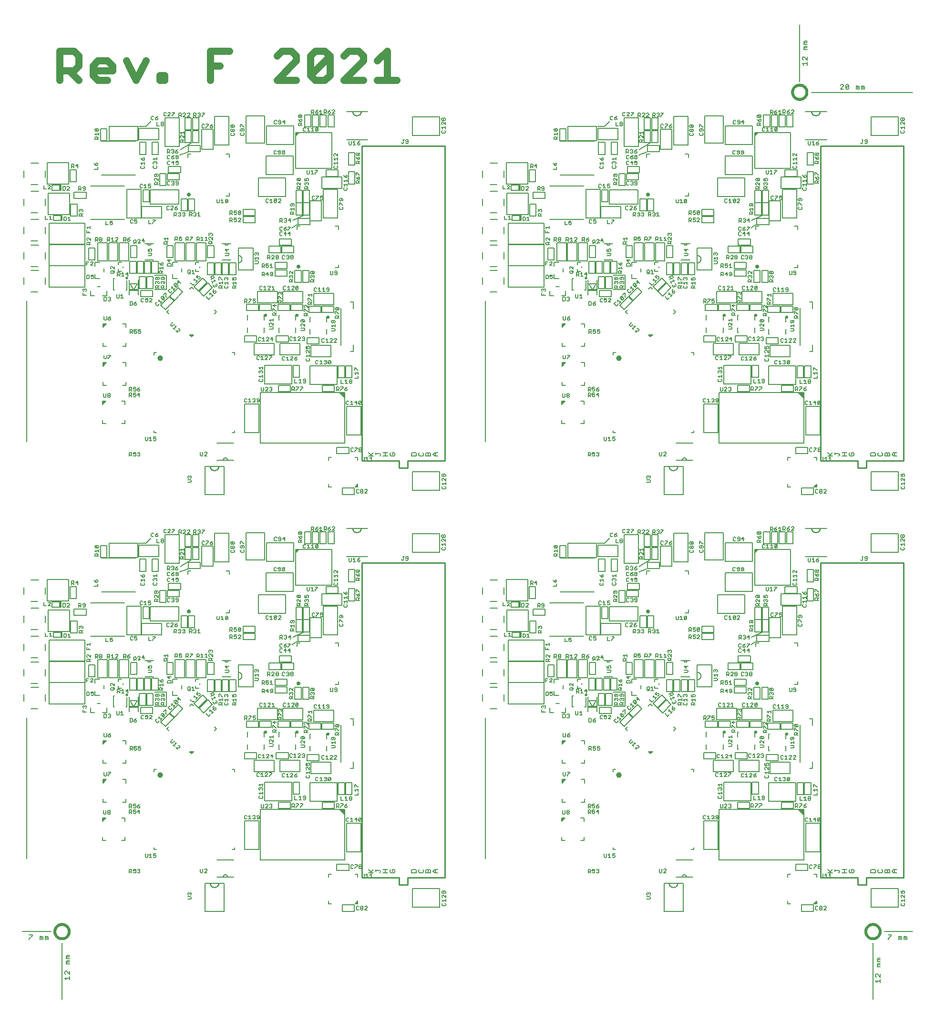
<source format=gbr>
G04 EAGLE Gerber RS-274X export*
G75*
%MOMM*%
%FSLAX34Y34*%
%LPD*%
%INSilkscreen Top*%
%IPPOS*%
%AMOC8*
5,1,8,0,0,1.08239X$1,22.5*%
G01*
%ADD10C,0.127000*%
%ADD11C,0.152400*%
%ADD12C,0.177800*%
%ADD13C,1.295400*%
%ADD14R,1.600000X0.317500*%
%ADD15R,0.310000X0.880000*%
%ADD16C,1.000000*%
%ADD17C,0.500000*%
%ADD18C,0.565681*%
%ADD19C,0.254000*%
%ADD20C,0.700000*%
%ADD21C,0.500000*%

G36*
X731042Y886377D02*
X731042Y886377D01*
X731131Y886379D01*
X731153Y886388D01*
X731176Y886391D01*
X731256Y886430D01*
X731338Y886464D01*
X731356Y886480D01*
X731377Y886490D01*
X731438Y886555D01*
X731504Y886615D01*
X731515Y886636D01*
X731531Y886653D01*
X731566Y886735D01*
X731607Y886815D01*
X731610Y886841D01*
X731619Y886860D01*
X731621Y886910D01*
X731634Y887000D01*
X731634Y897000D01*
X731623Y897065D01*
X731621Y897131D01*
X731603Y897174D01*
X731595Y897221D01*
X731561Y897278D01*
X731536Y897338D01*
X731505Y897373D01*
X731480Y897414D01*
X731429Y897456D01*
X731385Y897504D01*
X731343Y897526D01*
X731306Y897555D01*
X731244Y897576D01*
X731185Y897607D01*
X731131Y897615D01*
X731094Y897627D01*
X731054Y897626D01*
X731000Y897634D01*
X721000Y897634D01*
X720912Y897618D01*
X720824Y897609D01*
X720803Y897599D01*
X720779Y897595D01*
X720702Y897549D01*
X720623Y897510D01*
X720606Y897493D01*
X720586Y897480D01*
X720530Y897411D01*
X720469Y897347D01*
X720460Y897325D01*
X720445Y897306D01*
X720416Y897222D01*
X720381Y897140D01*
X720380Y897116D01*
X720373Y897094D01*
X720375Y897005D01*
X720371Y896916D01*
X720379Y896893D01*
X720379Y896869D01*
X720413Y896787D01*
X720440Y896702D01*
X720456Y896681D01*
X720464Y896662D01*
X720498Y896624D01*
X720552Y896552D01*
X730552Y886552D01*
X730625Y886501D01*
X730694Y886445D01*
X730716Y886437D01*
X730736Y886423D01*
X730822Y886401D01*
X730906Y886373D01*
X730930Y886373D01*
X730953Y886368D01*
X731042Y886377D01*
G37*
G36*
X-83958Y886377D02*
X-83958Y886377D01*
X-83869Y886379D01*
X-83847Y886388D01*
X-83824Y886391D01*
X-83744Y886430D01*
X-83662Y886464D01*
X-83644Y886480D01*
X-83623Y886490D01*
X-83562Y886555D01*
X-83496Y886615D01*
X-83485Y886636D01*
X-83469Y886653D01*
X-83434Y886735D01*
X-83393Y886815D01*
X-83390Y886841D01*
X-83381Y886860D01*
X-83379Y886910D01*
X-83366Y887000D01*
X-83366Y897000D01*
X-83377Y897065D01*
X-83379Y897131D01*
X-83397Y897174D01*
X-83405Y897221D01*
X-83439Y897278D01*
X-83464Y897338D01*
X-83495Y897373D01*
X-83520Y897414D01*
X-83571Y897456D01*
X-83615Y897504D01*
X-83657Y897526D01*
X-83694Y897555D01*
X-83756Y897576D01*
X-83815Y897607D01*
X-83869Y897615D01*
X-83906Y897627D01*
X-83946Y897626D01*
X-84000Y897634D01*
X-94000Y897634D01*
X-94088Y897618D01*
X-94176Y897609D01*
X-94197Y897599D01*
X-94221Y897595D01*
X-94298Y897549D01*
X-94377Y897510D01*
X-94394Y897493D01*
X-94414Y897480D01*
X-94470Y897411D01*
X-94531Y897347D01*
X-94540Y897325D01*
X-94555Y897306D01*
X-94584Y897222D01*
X-94619Y897140D01*
X-94620Y897116D01*
X-94627Y897094D01*
X-94625Y897005D01*
X-94629Y896916D01*
X-94621Y896893D01*
X-94621Y896869D01*
X-94587Y896787D01*
X-94560Y896702D01*
X-94544Y896681D01*
X-94536Y896662D01*
X-94502Y896624D01*
X-94448Y896552D01*
X-84448Y886552D01*
X-84375Y886501D01*
X-84306Y886445D01*
X-84284Y886437D01*
X-84264Y886423D01*
X-84178Y886401D01*
X-84094Y886373D01*
X-84070Y886373D01*
X-84047Y886368D01*
X-83958Y886377D01*
G37*
G36*
X731042Y146377D02*
X731042Y146377D01*
X731131Y146379D01*
X731153Y146388D01*
X731176Y146391D01*
X731256Y146430D01*
X731338Y146464D01*
X731356Y146480D01*
X731377Y146490D01*
X731438Y146555D01*
X731504Y146615D01*
X731515Y146636D01*
X731531Y146653D01*
X731566Y146735D01*
X731607Y146815D01*
X731610Y146841D01*
X731619Y146860D01*
X731621Y146910D01*
X731634Y147000D01*
X731634Y157000D01*
X731623Y157065D01*
X731621Y157131D01*
X731603Y157174D01*
X731595Y157221D01*
X731561Y157278D01*
X731536Y157338D01*
X731505Y157373D01*
X731480Y157414D01*
X731429Y157456D01*
X731385Y157504D01*
X731343Y157526D01*
X731306Y157555D01*
X731244Y157576D01*
X731185Y157607D01*
X731131Y157615D01*
X731094Y157627D01*
X731054Y157626D01*
X731000Y157634D01*
X721000Y157634D01*
X720912Y157618D01*
X720824Y157609D01*
X720803Y157599D01*
X720779Y157595D01*
X720702Y157549D01*
X720623Y157510D01*
X720606Y157493D01*
X720586Y157480D01*
X720530Y157411D01*
X720469Y157347D01*
X720460Y157325D01*
X720445Y157306D01*
X720416Y157222D01*
X720381Y157140D01*
X720380Y157116D01*
X720373Y157094D01*
X720375Y157005D01*
X720371Y156916D01*
X720379Y156893D01*
X720379Y156869D01*
X720413Y156787D01*
X720440Y156702D01*
X720456Y156681D01*
X720464Y156662D01*
X720498Y156624D01*
X720552Y156552D01*
X730552Y146552D01*
X730625Y146501D01*
X730694Y146445D01*
X730716Y146437D01*
X730736Y146423D01*
X730822Y146401D01*
X730906Y146373D01*
X730930Y146373D01*
X730953Y146368D01*
X731042Y146377D01*
G37*
G36*
X-83958Y146377D02*
X-83958Y146377D01*
X-83869Y146379D01*
X-83847Y146388D01*
X-83824Y146391D01*
X-83744Y146430D01*
X-83662Y146464D01*
X-83644Y146480D01*
X-83623Y146490D01*
X-83562Y146555D01*
X-83496Y146615D01*
X-83485Y146636D01*
X-83469Y146653D01*
X-83434Y146735D01*
X-83393Y146815D01*
X-83390Y146841D01*
X-83381Y146860D01*
X-83379Y146910D01*
X-83366Y147000D01*
X-83366Y157000D01*
X-83377Y157065D01*
X-83379Y157131D01*
X-83397Y157174D01*
X-83405Y157221D01*
X-83439Y157278D01*
X-83464Y157338D01*
X-83495Y157373D01*
X-83520Y157414D01*
X-83571Y157456D01*
X-83615Y157504D01*
X-83657Y157526D01*
X-83694Y157555D01*
X-83756Y157576D01*
X-83815Y157607D01*
X-83869Y157615D01*
X-83906Y157627D01*
X-83946Y157626D01*
X-84000Y157634D01*
X-94000Y157634D01*
X-94088Y157618D01*
X-94176Y157609D01*
X-94197Y157599D01*
X-94221Y157595D01*
X-94298Y157549D01*
X-94377Y157510D01*
X-94394Y157493D01*
X-94414Y157480D01*
X-94470Y157411D01*
X-94531Y157347D01*
X-94540Y157325D01*
X-94555Y157306D01*
X-94584Y157222D01*
X-94619Y157140D01*
X-94620Y157116D01*
X-94627Y157094D01*
X-94625Y157005D01*
X-94629Y156916D01*
X-94621Y156893D01*
X-94621Y156869D01*
X-94587Y156787D01*
X-94560Y156702D01*
X-94544Y156681D01*
X-94536Y156662D01*
X-94502Y156624D01*
X-94448Y156552D01*
X-84448Y146552D01*
X-84375Y146501D01*
X-84306Y146445D01*
X-84284Y146437D01*
X-84264Y146423D01*
X-84178Y146401D01*
X-84094Y146373D01*
X-84070Y146373D01*
X-84047Y146368D01*
X-83958Y146377D01*
G37*
D10*
X-422000Y365000D02*
X-401000Y365000D01*
X-376500Y588000D02*
X-357000Y599500D01*
X-176500Y463000D02*
X-158000Y471500D01*
X-363000Y584000D02*
X-377000Y579000D01*
X-178000Y449000D02*
X-169000Y455000D01*
X-401000Y365000D02*
X-401000Y340000D01*
X-422000Y340000D01*
X-437500Y629500D02*
X-450000Y629500D01*
X-437500Y629500D02*
X-428000Y639000D01*
D11*
X-461330Y464004D02*
X-460250Y462923D01*
X-461330Y464004D02*
X-463490Y464004D01*
X-464571Y462923D01*
X-464571Y458602D01*
X-463490Y457522D01*
X-461330Y457522D01*
X-460250Y458602D01*
X-457204Y464004D02*
X-452883Y464004D01*
X-457204Y464004D02*
X-457204Y460763D01*
X-455044Y461843D01*
X-453964Y461843D01*
X-452883Y460763D01*
X-452883Y458602D01*
X-453964Y457522D01*
X-456124Y457522D01*
X-457204Y458602D01*
X-423197Y646613D02*
X-424277Y647694D01*
X-426438Y647694D01*
X-427518Y646613D01*
X-427518Y642292D01*
X-426438Y641212D01*
X-424277Y641212D01*
X-423197Y642292D01*
X-417991Y646613D02*
X-415831Y647694D01*
X-417991Y646613D02*
X-420152Y644453D01*
X-420152Y642292D01*
X-419072Y641212D01*
X-416911Y641212D01*
X-415831Y642292D01*
X-415831Y643373D01*
X-416911Y644453D01*
X-420152Y644453D01*
X-296474Y346459D02*
X-297555Y345379D01*
X-297555Y343219D01*
X-296474Y342138D01*
X-292153Y342138D01*
X-291073Y343219D01*
X-291073Y345379D01*
X-292153Y346459D01*
X-295394Y349505D02*
X-297555Y351665D01*
X-291073Y351665D01*
X-291073Y349505D02*
X-291073Y353826D01*
X-296474Y356871D02*
X-297555Y357951D01*
X-297555Y360112D01*
X-296474Y361192D01*
X-295394Y361192D01*
X-294314Y360112D01*
X-294314Y359031D01*
X-294314Y360112D02*
X-293234Y361192D01*
X-292153Y361192D01*
X-291073Y360112D01*
X-291073Y357951D01*
X-292153Y356871D01*
X-443347Y525783D02*
X-444427Y526864D01*
X-446588Y526864D01*
X-447668Y525783D01*
X-447668Y521462D01*
X-446588Y520382D01*
X-444427Y520382D01*
X-443347Y521462D01*
X-440302Y524703D02*
X-438141Y526864D01*
X-438141Y520382D01*
X-435981Y520382D02*
X-440302Y520382D01*
X-432935Y526864D02*
X-428614Y526864D01*
X-432935Y526864D02*
X-432935Y523623D01*
X-430775Y524703D01*
X-429695Y524703D01*
X-428614Y523623D01*
X-428614Y521462D01*
X-429695Y520382D01*
X-431855Y520382D01*
X-432935Y521462D01*
X-446243Y557904D02*
X-445163Y558984D01*
X-446243Y557904D02*
X-446243Y555744D01*
X-445163Y554663D01*
X-440842Y554663D01*
X-439762Y555744D01*
X-439762Y557904D01*
X-440842Y558984D01*
X-444083Y562030D02*
X-446243Y564190D01*
X-439762Y564190D01*
X-439762Y562030D02*
X-439762Y566351D01*
X-445163Y571556D02*
X-446243Y573717D01*
X-445163Y571556D02*
X-443003Y569396D01*
X-440842Y569396D01*
X-439762Y570476D01*
X-439762Y572637D01*
X-440842Y573717D01*
X-441922Y573717D01*
X-443003Y572637D01*
X-443003Y569396D01*
X-396897Y487983D02*
X-395817Y486903D01*
X-396897Y487983D02*
X-399058Y487983D01*
X-400138Y486903D01*
X-400138Y482582D01*
X-399058Y481502D01*
X-396897Y481502D01*
X-395817Y482582D01*
X-392772Y481502D02*
X-388451Y481502D01*
X-392772Y481502D02*
X-388451Y485823D01*
X-388451Y486903D01*
X-389531Y487983D01*
X-391691Y487983D01*
X-392772Y486903D01*
X-383245Y486903D02*
X-381084Y487983D01*
X-383245Y486903D02*
X-385405Y484743D01*
X-385405Y482582D01*
X-384325Y481502D01*
X-382165Y481502D01*
X-381084Y482582D01*
X-381084Y483662D01*
X-382165Y484743D01*
X-385405Y484743D01*
X-400917Y653163D02*
X-401997Y654243D01*
X-404158Y654243D01*
X-405238Y653163D01*
X-405238Y648842D01*
X-404158Y647762D01*
X-401997Y647762D01*
X-400917Y648842D01*
X-397872Y647762D02*
X-393551Y647762D01*
X-397872Y647762D02*
X-393551Y652083D01*
X-393551Y653163D01*
X-394631Y654243D01*
X-396791Y654243D01*
X-397872Y653163D01*
X-390505Y654243D02*
X-386184Y654243D01*
X-386184Y653163D01*
X-390505Y648842D01*
X-390505Y647762D01*
X-422956Y559722D02*
X-424037Y558642D01*
X-424037Y556481D01*
X-422956Y555401D01*
X-418635Y555401D01*
X-417555Y556481D01*
X-417555Y558642D01*
X-418635Y559722D01*
X-422956Y562767D02*
X-424037Y563848D01*
X-424037Y566008D01*
X-422956Y567088D01*
X-421876Y567088D01*
X-420796Y566008D01*
X-420796Y564928D01*
X-420796Y566008D02*
X-419716Y567088D01*
X-418635Y567088D01*
X-417555Y566008D01*
X-417555Y563848D01*
X-418635Y562767D01*
X-421876Y570134D02*
X-424037Y572294D01*
X-417555Y572294D01*
X-417555Y570134D02*
X-417555Y574455D01*
X-191666Y400623D02*
X-190586Y399543D01*
X-191666Y400623D02*
X-193826Y400623D01*
X-194907Y399543D01*
X-194907Y395222D01*
X-193826Y394142D01*
X-191666Y394142D01*
X-190586Y395222D01*
X-187540Y399543D02*
X-186460Y400623D01*
X-184300Y400623D01*
X-183219Y399543D01*
X-183219Y398463D01*
X-184300Y397383D01*
X-185380Y397383D01*
X-184300Y397383D02*
X-183219Y396302D01*
X-183219Y395222D01*
X-184300Y394142D01*
X-186460Y394142D01*
X-187540Y395222D01*
X-180174Y399543D02*
X-179094Y400623D01*
X-176933Y400623D01*
X-175853Y399543D01*
X-175853Y398463D01*
X-176933Y397383D01*
X-175853Y396302D01*
X-175853Y395222D01*
X-176933Y394142D01*
X-179094Y394142D01*
X-180174Y395222D01*
X-180174Y396302D01*
X-179094Y397383D01*
X-180174Y398463D01*
X-180174Y399543D01*
X-179094Y397383D02*
X-176933Y397383D01*
X-394534Y530900D02*
X-395614Y531980D01*
X-397775Y531980D01*
X-398855Y530900D01*
X-398855Y526579D01*
X-397775Y525499D01*
X-395614Y525499D01*
X-394534Y526579D01*
X-391489Y530900D02*
X-390408Y531980D01*
X-388248Y531980D01*
X-387168Y530900D01*
X-387168Y529820D01*
X-388248Y528740D01*
X-389328Y528740D01*
X-388248Y528740D02*
X-387168Y527659D01*
X-387168Y526579D01*
X-388248Y525499D01*
X-390408Y525499D01*
X-391489Y526579D01*
X-384122Y526579D02*
X-383042Y525499D01*
X-380882Y525499D01*
X-379801Y526579D01*
X-379801Y530900D01*
X-380882Y531980D01*
X-383042Y531980D01*
X-384122Y530900D01*
X-384122Y529820D01*
X-383042Y528740D01*
X-379801Y528740D01*
X-196096Y442243D02*
X-195016Y441163D01*
X-196096Y442243D02*
X-198256Y442243D01*
X-199337Y441163D01*
X-199337Y436842D01*
X-198256Y435762D01*
X-196096Y435762D01*
X-195016Y436842D01*
X-188730Y435762D02*
X-188730Y442243D01*
X-191970Y439003D01*
X-187649Y439003D01*
X-181363Y442243D02*
X-181363Y435762D01*
X-184604Y439003D02*
X-181363Y442243D01*
X-180283Y439003D02*
X-184604Y439003D01*
X-394399Y566926D02*
X-395479Y568007D01*
X-397640Y568007D01*
X-398720Y566926D01*
X-398720Y562605D01*
X-397640Y561525D01*
X-395479Y561525D01*
X-394399Y562605D01*
X-388113Y561525D02*
X-388113Y568007D01*
X-391354Y564766D01*
X-387033Y564766D01*
X-383988Y568007D02*
X-379667Y568007D01*
X-383988Y568007D02*
X-383988Y564766D01*
X-381827Y565846D01*
X-380747Y565846D01*
X-379667Y564766D01*
X-379667Y562605D01*
X-380747Y561525D01*
X-382907Y561525D01*
X-383988Y562605D01*
X-442247Y324244D02*
X-441167Y323163D01*
X-442247Y324244D02*
X-444408Y324244D01*
X-445488Y323163D01*
X-445488Y318842D01*
X-444408Y317762D01*
X-442247Y317762D01*
X-441167Y318842D01*
X-438122Y324244D02*
X-433801Y324244D01*
X-438122Y324244D02*
X-438122Y321003D01*
X-435961Y322083D01*
X-434881Y322083D01*
X-433801Y321003D01*
X-433801Y318842D01*
X-434881Y317762D01*
X-437042Y317762D01*
X-438122Y318842D01*
X-430756Y317762D02*
X-426435Y317762D01*
X-430756Y317762D02*
X-426435Y322083D01*
X-426435Y323163D01*
X-427515Y324244D01*
X-429675Y324244D01*
X-430756Y323163D01*
X-196096Y451244D02*
X-195016Y450163D01*
X-196096Y451244D02*
X-198256Y451244D01*
X-199337Y450163D01*
X-199337Y445842D01*
X-198256Y444762D01*
X-196096Y444762D01*
X-195016Y445842D01*
X-189810Y450163D02*
X-187649Y451244D01*
X-189810Y450163D02*
X-191970Y448003D01*
X-191970Y445842D01*
X-190890Y444762D01*
X-188730Y444762D01*
X-187649Y445842D01*
X-187649Y446923D01*
X-188730Y448003D01*
X-191970Y448003D01*
X-184604Y451244D02*
X-180283Y451244D01*
X-180283Y450163D01*
X-184604Y445842D01*
X-184604Y444762D01*
X-394516Y577163D02*
X-395596Y578244D01*
X-397756Y578244D01*
X-398837Y577163D01*
X-398837Y572842D01*
X-397756Y571762D01*
X-395596Y571762D01*
X-394516Y572842D01*
X-389310Y577163D02*
X-387149Y578244D01*
X-389310Y577163D02*
X-391470Y575003D01*
X-391470Y572842D01*
X-390390Y571762D01*
X-388230Y571762D01*
X-387149Y572842D01*
X-387149Y573923D01*
X-388230Y575003D01*
X-391470Y575003D01*
X-384104Y577163D02*
X-383024Y578244D01*
X-380863Y578244D01*
X-379783Y577163D01*
X-379783Y576083D01*
X-380863Y575003D01*
X-379783Y573923D01*
X-379783Y572842D01*
X-380863Y571762D01*
X-383024Y571762D01*
X-384104Y572842D01*
X-384104Y573923D01*
X-383024Y575003D01*
X-384104Y576083D01*
X-384104Y577163D01*
X-383024Y575003D02*
X-380863Y575003D01*
X-138777Y505944D02*
X-137697Y504863D01*
X-138777Y505944D02*
X-140938Y505944D01*
X-142018Y504863D01*
X-142018Y500542D01*
X-140938Y499462D01*
X-138777Y499462D01*
X-137697Y500542D01*
X-134652Y505944D02*
X-130331Y505944D01*
X-130331Y504863D01*
X-134652Y500542D01*
X-134652Y499462D01*
X-127286Y505944D02*
X-122965Y505944D01*
X-127286Y505944D02*
X-127286Y502703D01*
X-125125Y503783D01*
X-124045Y503783D01*
X-122965Y502703D01*
X-122965Y500542D01*
X-124045Y499462D01*
X-126205Y499462D01*
X-127286Y500542D01*
X-333197Y632363D02*
X-334277Y633443D01*
X-336438Y633443D01*
X-337518Y632363D01*
X-337518Y628042D01*
X-336438Y626962D01*
X-334277Y626962D01*
X-333197Y628042D01*
X-330152Y633443D02*
X-325831Y633443D01*
X-325831Y632363D01*
X-330152Y628042D01*
X-330152Y626962D01*
X-320625Y632363D02*
X-318465Y633443D01*
X-320625Y632363D02*
X-322786Y630203D01*
X-322786Y628042D01*
X-321705Y626962D01*
X-319545Y626962D01*
X-318465Y628042D01*
X-318465Y629122D01*
X-319545Y630203D01*
X-322786Y630203D01*
X-70027Y58664D02*
X-68947Y57583D01*
X-70027Y58664D02*
X-72188Y58664D01*
X-73268Y57583D01*
X-73268Y53262D01*
X-72188Y52182D01*
X-70027Y52182D01*
X-68947Y53262D01*
X-65902Y58664D02*
X-61581Y58664D01*
X-61581Y57583D01*
X-65902Y53262D01*
X-65902Y52182D01*
X-58536Y57583D02*
X-57455Y58664D01*
X-55295Y58664D01*
X-54215Y57583D01*
X-54215Y56503D01*
X-55295Y55423D01*
X-54215Y54343D01*
X-54215Y53262D01*
X-55295Y52182D01*
X-57455Y52182D01*
X-58536Y53262D01*
X-58536Y54343D01*
X-57455Y55423D01*
X-58536Y56503D01*
X-58536Y57583D01*
X-57455Y55423D02*
X-55295Y55423D01*
X-93503Y485604D02*
X-92423Y486684D01*
X-93503Y485604D02*
X-93503Y483444D01*
X-92423Y482363D01*
X-88102Y482363D01*
X-87022Y483444D01*
X-87022Y485604D01*
X-88102Y486684D01*
X-93503Y489730D02*
X-93503Y494051D01*
X-92423Y494051D01*
X-88102Y489730D01*
X-87022Y489730D01*
X-88102Y497096D02*
X-87022Y498176D01*
X-87022Y500337D01*
X-88102Y501417D01*
X-92423Y501417D01*
X-93503Y500337D01*
X-93503Y498176D01*
X-92423Y497096D01*
X-91343Y497096D01*
X-90263Y498176D01*
X-90263Y501417D01*
X-285423Y617384D02*
X-286504Y616304D01*
X-286504Y614144D01*
X-285423Y613063D01*
X-281102Y613063D01*
X-280022Y614144D01*
X-280022Y616304D01*
X-281102Y617384D01*
X-285423Y620430D02*
X-286504Y621510D01*
X-286504Y623670D01*
X-285423Y624751D01*
X-284343Y624751D01*
X-283263Y623670D01*
X-282183Y624751D01*
X-281102Y624751D01*
X-280022Y623670D01*
X-280022Y621510D01*
X-281102Y620430D01*
X-282183Y620430D01*
X-283263Y621510D01*
X-284343Y620430D01*
X-285423Y620430D01*
X-283263Y621510D02*
X-283263Y623670D01*
X-281102Y627796D02*
X-285423Y627796D01*
X-286504Y628876D01*
X-286504Y631037D01*
X-285423Y632117D01*
X-281102Y632117D01*
X-280022Y631037D01*
X-280022Y628876D01*
X-281102Y627796D01*
X-285423Y632117D01*
X-59927Y-14937D02*
X-58847Y-16017D01*
X-59927Y-14937D02*
X-62088Y-14937D01*
X-63168Y-16017D01*
X-63168Y-20338D01*
X-62088Y-21418D01*
X-59927Y-21418D01*
X-58847Y-20338D01*
X-55802Y-16017D02*
X-54722Y-14937D01*
X-52561Y-14937D01*
X-51481Y-16017D01*
X-51481Y-17097D01*
X-52561Y-18177D01*
X-51481Y-19258D01*
X-51481Y-20338D01*
X-52561Y-21418D01*
X-54722Y-21418D01*
X-55802Y-20338D01*
X-55802Y-19258D01*
X-54722Y-18177D01*
X-55802Y-17097D01*
X-55802Y-16017D01*
X-54722Y-18177D02*
X-52561Y-18177D01*
X-48436Y-21418D02*
X-44115Y-21418D01*
X-48436Y-21418D02*
X-44115Y-17097D01*
X-44115Y-16017D01*
X-45195Y-14937D01*
X-47355Y-14937D01*
X-48436Y-16017D01*
X-204667Y639163D02*
X-205747Y640244D01*
X-207908Y640244D01*
X-208988Y639163D01*
X-208988Y634842D01*
X-207908Y633762D01*
X-205747Y633762D01*
X-204667Y634842D01*
X-201622Y634842D02*
X-200541Y633762D01*
X-198381Y633762D01*
X-197301Y634842D01*
X-197301Y639163D01*
X-198381Y640244D01*
X-200541Y640244D01*
X-201622Y639163D01*
X-201622Y638083D01*
X-200541Y637003D01*
X-197301Y637003D01*
X-191015Y633762D02*
X-191015Y640244D01*
X-194255Y637003D01*
X-189934Y637003D01*
X-268053Y617953D02*
X-269134Y616873D01*
X-269134Y614712D01*
X-268053Y613632D01*
X-263732Y613632D01*
X-262652Y614712D01*
X-262652Y616873D01*
X-263732Y617953D01*
X-263732Y620998D02*
X-262652Y622079D01*
X-262652Y624239D01*
X-263732Y625319D01*
X-268053Y625319D01*
X-269134Y624239D01*
X-269134Y622079D01*
X-268053Y620998D01*
X-266973Y620998D01*
X-265893Y622079D01*
X-265893Y625319D01*
X-269134Y628365D02*
X-269134Y632686D01*
X-268053Y632686D01*
X-263732Y628365D01*
X-262652Y628365D01*
X-206515Y586730D02*
X-205435Y585650D01*
X-206515Y586730D02*
X-208676Y586730D01*
X-209756Y585650D01*
X-209756Y581329D01*
X-208676Y580249D01*
X-206515Y580249D01*
X-205435Y581329D01*
X-202390Y581329D02*
X-201310Y580249D01*
X-199149Y580249D01*
X-198069Y581329D01*
X-198069Y585650D01*
X-199149Y586730D01*
X-201310Y586730D01*
X-202390Y585650D01*
X-202390Y584570D01*
X-201310Y583490D01*
X-198069Y583490D01*
X-195024Y585650D02*
X-193943Y586730D01*
X-191783Y586730D01*
X-190703Y585650D01*
X-190703Y584570D01*
X-191783Y583490D01*
X-190703Y582409D01*
X-190703Y581329D01*
X-191783Y580249D01*
X-193943Y580249D01*
X-195024Y581329D01*
X-195024Y582409D01*
X-193943Y583490D01*
X-195024Y584570D01*
X-195024Y585650D01*
X-193943Y583490D02*
X-191783Y583490D01*
X-220827Y500834D02*
X-219747Y499753D01*
X-220827Y500834D02*
X-222988Y500834D01*
X-224068Y499753D01*
X-224068Y495432D01*
X-222988Y494352D01*
X-220827Y494352D01*
X-219747Y495432D01*
X-216702Y498673D02*
X-214541Y500834D01*
X-214541Y494352D01*
X-212381Y494352D02*
X-216702Y494352D01*
X-209335Y495432D02*
X-209335Y499753D01*
X-208255Y500834D01*
X-206095Y500834D01*
X-205014Y499753D01*
X-205014Y495432D01*
X-206095Y494352D01*
X-208255Y494352D01*
X-209335Y495432D01*
X-205014Y499753D01*
X-201969Y494352D02*
X-197648Y494352D01*
X-201969Y494352D02*
X-197648Y498673D01*
X-197648Y499753D01*
X-198728Y500834D01*
X-200889Y500834D01*
X-201969Y499753D01*
X-394234Y340258D02*
X-395762Y340258D01*
X-397290Y338730D01*
X-397290Y337203D01*
X-394234Y334147D01*
X-392706Y334147D01*
X-391179Y335675D01*
X-391179Y337203D01*
X-391317Y341648D02*
X-391317Y344703D01*
X-386734Y340120D01*
X-388262Y338592D02*
X-385206Y341648D01*
X-383817Y344565D02*
X-386872Y347620D01*
X-386872Y349148D01*
X-385344Y350676D01*
X-383817Y350676D01*
X-380761Y347620D01*
X-380761Y346093D01*
X-382289Y344565D01*
X-383817Y344565D01*
X-383817Y350676D01*
X-380136Y355884D02*
X-375553Y351301D01*
X-380136Y351301D02*
X-380136Y355884D01*
X-377080Y354357D02*
X-380136Y351301D01*
X-417234Y317258D02*
X-418762Y317258D01*
X-420290Y315731D01*
X-420290Y314203D01*
X-417234Y311147D01*
X-415706Y311147D01*
X-414179Y312675D01*
X-414179Y314203D01*
X-414317Y318648D02*
X-414317Y321703D01*
X-409734Y317120D01*
X-411262Y315592D02*
X-408206Y318648D01*
X-406817Y321565D02*
X-409872Y324620D01*
X-409872Y326148D01*
X-408344Y327676D01*
X-406817Y327676D01*
X-403761Y324620D01*
X-403761Y323093D01*
X-405289Y321565D01*
X-406817Y321565D01*
X-406817Y327676D01*
X-405427Y330593D02*
X-402372Y333648D01*
X-401608Y332884D01*
X-401608Y326774D01*
X-400844Y326010D01*
X-153382Y626163D02*
X-154462Y627244D01*
X-156623Y627244D01*
X-157703Y626163D01*
X-157703Y621842D01*
X-156623Y620762D01*
X-154462Y620762D01*
X-153382Y621842D01*
X-150337Y625083D02*
X-148176Y627244D01*
X-148176Y620762D01*
X-146016Y620762D02*
X-150337Y620762D01*
X-142971Y625083D02*
X-140810Y627244D01*
X-140810Y620762D01*
X-138650Y620762D02*
X-142971Y620762D01*
X-135604Y621842D02*
X-135604Y626163D01*
X-134524Y627244D01*
X-132364Y627244D01*
X-131283Y626163D01*
X-131283Y621842D01*
X-132364Y620762D01*
X-134524Y620762D01*
X-135604Y621842D01*
X-131283Y626163D01*
X-102181Y559320D02*
X-103262Y558240D01*
X-103262Y556079D01*
X-102181Y554999D01*
X-97860Y554999D01*
X-96780Y556079D01*
X-96780Y558240D01*
X-97860Y559320D01*
X-101101Y562365D02*
X-103262Y564526D01*
X-96780Y564526D01*
X-96780Y566686D02*
X-96780Y562365D01*
X-101101Y569731D02*
X-103262Y571892D01*
X-96780Y571892D01*
X-96780Y574052D02*
X-96780Y569731D01*
X-96780Y577098D02*
X-96780Y581419D01*
X-96780Y577098D02*
X-101101Y581419D01*
X-102181Y581419D01*
X-103262Y580338D01*
X-103262Y578178D01*
X-102181Y577098D01*
X-84881Y520770D02*
X-85962Y519690D01*
X-85962Y517529D01*
X-84881Y516449D01*
X-80560Y516449D01*
X-79480Y517529D01*
X-79480Y519690D01*
X-80560Y520770D01*
X-83801Y523815D02*
X-85962Y525976D01*
X-79480Y525976D01*
X-79480Y528136D02*
X-79480Y523815D01*
X-83801Y531181D02*
X-85962Y533342D01*
X-79480Y533342D01*
X-79480Y535502D02*
X-79480Y531181D01*
X-84881Y540708D02*
X-85962Y542869D01*
X-84881Y540708D02*
X-82721Y538548D01*
X-80560Y538548D01*
X-79480Y539628D01*
X-79480Y541788D01*
X-80560Y542869D01*
X-81641Y542869D01*
X-82721Y541788D01*
X-82721Y538548D01*
X-134777Y342944D02*
X-133697Y341863D01*
X-134777Y342944D02*
X-136938Y342944D01*
X-138018Y341863D01*
X-138018Y337542D01*
X-136938Y336462D01*
X-134777Y336462D01*
X-133697Y337542D01*
X-130652Y340783D02*
X-128491Y342944D01*
X-128491Y336462D01*
X-126331Y336462D02*
X-130652Y336462D01*
X-123286Y340783D02*
X-121125Y342944D01*
X-121125Y336462D01*
X-118965Y336462D02*
X-123286Y336462D01*
X-115919Y337542D02*
X-114839Y336462D01*
X-112679Y336462D01*
X-111598Y337542D01*
X-111598Y341863D01*
X-112679Y342944D01*
X-114839Y342944D01*
X-115919Y341863D01*
X-115919Y340783D01*
X-114839Y339703D01*
X-111598Y339703D01*
X-188697Y344863D02*
X-189777Y345944D01*
X-191938Y345944D01*
X-193018Y344863D01*
X-193018Y340542D01*
X-191938Y339462D01*
X-189777Y339462D01*
X-188697Y340542D01*
X-185652Y343783D02*
X-183491Y345944D01*
X-183491Y339462D01*
X-181331Y339462D02*
X-185652Y339462D01*
X-178285Y339462D02*
X-173964Y339462D01*
X-178285Y339462D02*
X-173964Y343783D01*
X-173964Y344863D01*
X-175045Y345944D01*
X-177205Y345944D01*
X-178285Y344863D01*
X-170919Y344863D02*
X-170919Y340542D01*
X-170919Y344863D02*
X-169839Y345944D01*
X-167678Y345944D01*
X-166598Y344863D01*
X-166598Y340542D01*
X-167678Y339462D01*
X-169839Y339462D01*
X-170919Y340542D01*
X-166598Y344863D01*
X-230697Y344863D02*
X-231777Y345944D01*
X-233938Y345944D01*
X-235018Y344863D01*
X-235018Y340542D01*
X-233938Y339462D01*
X-231777Y339462D01*
X-230697Y340542D01*
X-227652Y343783D02*
X-225491Y345944D01*
X-225491Y339462D01*
X-223331Y339462D02*
X-227652Y339462D01*
X-220286Y339462D02*
X-215965Y339462D01*
X-220286Y339462D02*
X-215965Y343783D01*
X-215965Y344863D01*
X-217045Y345944D01*
X-219205Y345944D01*
X-220286Y344863D01*
X-212919Y343783D02*
X-210759Y345944D01*
X-210759Y339462D01*
X-212919Y339462D02*
X-208598Y339462D01*
X-121427Y252864D02*
X-120347Y251783D01*
X-121427Y252864D02*
X-123588Y252864D01*
X-124668Y251783D01*
X-124668Y247462D01*
X-123588Y246382D01*
X-121427Y246382D01*
X-120347Y247462D01*
X-117302Y250703D02*
X-115141Y252864D01*
X-115141Y246382D01*
X-112981Y246382D02*
X-117302Y246382D01*
X-109936Y246382D02*
X-105615Y246382D01*
X-109936Y246382D02*
X-105615Y250703D01*
X-105615Y251783D01*
X-106695Y252864D01*
X-108855Y252864D01*
X-109936Y251783D01*
X-102569Y246382D02*
X-98248Y246382D01*
X-102569Y246382D02*
X-98248Y250703D01*
X-98248Y251783D01*
X-99329Y252864D01*
X-101489Y252864D01*
X-102569Y251783D01*
X-177347Y254783D02*
X-178427Y255864D01*
X-180588Y255864D01*
X-181668Y254783D01*
X-181668Y250462D01*
X-180588Y249382D01*
X-178427Y249382D01*
X-177347Y250462D01*
X-174302Y253703D02*
X-172141Y255864D01*
X-172141Y249382D01*
X-169981Y249382D02*
X-174302Y249382D01*
X-166935Y249382D02*
X-162614Y249382D01*
X-166935Y249382D02*
X-162614Y253703D01*
X-162614Y254783D01*
X-163695Y255864D01*
X-165855Y255864D01*
X-166935Y254783D01*
X-159569Y254783D02*
X-158489Y255864D01*
X-156328Y255864D01*
X-155248Y254783D01*
X-155248Y253703D01*
X-156328Y252623D01*
X-157409Y252623D01*
X-156328Y252623D02*
X-155248Y251543D01*
X-155248Y250462D01*
X-156328Y249382D01*
X-158489Y249382D01*
X-159569Y250462D01*
X-233347Y253783D02*
X-234427Y254864D01*
X-236588Y254864D01*
X-237668Y253783D01*
X-237668Y249462D01*
X-236588Y248382D01*
X-234427Y248382D01*
X-233347Y249462D01*
X-230302Y252703D02*
X-228141Y254864D01*
X-228141Y248382D01*
X-225981Y248382D02*
X-230302Y248382D01*
X-222936Y248382D02*
X-218615Y248382D01*
X-222936Y248382D02*
X-218615Y252703D01*
X-218615Y253783D01*
X-219695Y254864D01*
X-221855Y254864D01*
X-222936Y253783D01*
X-212329Y254864D02*
X-212329Y248382D01*
X-215569Y251623D02*
X-212329Y254864D01*
X-211248Y251623D02*
X-215569Y251623D01*
X-152944Y216223D02*
X-151863Y217303D01*
X-152944Y216223D02*
X-152944Y214062D01*
X-151863Y212982D01*
X-147542Y212982D01*
X-146462Y214062D01*
X-146462Y216223D01*
X-147542Y217303D01*
X-150783Y220348D02*
X-152944Y222509D01*
X-146462Y222509D01*
X-146462Y224669D02*
X-146462Y220348D01*
X-146462Y227715D02*
X-146462Y232036D01*
X-146462Y227715D02*
X-150783Y232036D01*
X-151863Y232036D01*
X-152944Y230955D01*
X-152944Y228795D01*
X-151863Y227715D01*
X-152944Y235081D02*
X-152944Y239402D01*
X-152944Y235081D02*
X-149703Y235081D01*
X-150783Y237241D01*
X-150783Y238322D01*
X-149703Y239402D01*
X-147542Y239402D01*
X-146462Y238322D01*
X-146462Y236161D01*
X-147542Y235081D01*
X-190697Y219863D02*
X-191777Y220944D01*
X-193938Y220944D01*
X-195018Y219863D01*
X-195018Y215542D01*
X-193938Y214462D01*
X-191777Y214462D01*
X-190697Y215542D01*
X-187652Y218783D02*
X-185491Y220944D01*
X-185491Y214462D01*
X-183331Y214462D02*
X-187652Y214462D01*
X-180285Y214462D02*
X-175964Y214462D01*
X-180285Y214462D02*
X-175964Y218783D01*
X-175964Y219863D01*
X-177045Y220944D01*
X-179205Y220944D01*
X-180285Y219863D01*
X-170759Y219863D02*
X-168598Y220944D01*
X-170759Y219863D02*
X-172919Y217703D01*
X-172919Y215542D01*
X-171839Y214462D01*
X-169678Y214462D01*
X-168598Y215542D01*
X-168598Y216623D01*
X-169678Y217703D01*
X-172919Y217703D01*
X-235697Y220863D02*
X-236777Y221944D01*
X-238938Y221944D01*
X-240018Y220863D01*
X-240018Y216542D01*
X-238938Y215462D01*
X-236777Y215462D01*
X-235697Y216542D01*
X-232652Y219783D02*
X-230491Y221944D01*
X-230491Y215462D01*
X-228331Y215462D02*
X-232652Y215462D01*
X-225286Y215462D02*
X-220965Y215462D01*
X-225286Y215462D02*
X-220965Y219783D01*
X-220965Y220863D01*
X-222045Y221944D01*
X-224205Y221944D01*
X-225286Y220863D01*
X-217919Y221944D02*
X-213598Y221944D01*
X-213598Y220863D01*
X-217919Y216542D01*
X-217919Y215462D01*
X88146Y621168D02*
X89227Y622248D01*
X88146Y621168D02*
X88146Y619007D01*
X89227Y617927D01*
X93548Y617927D01*
X94628Y619007D01*
X94628Y621168D01*
X93548Y622248D01*
X90307Y625293D02*
X88146Y627454D01*
X94628Y627454D01*
X94628Y629614D02*
X94628Y625293D01*
X94628Y632659D02*
X94628Y636980D01*
X94628Y632659D02*
X90307Y636980D01*
X89227Y636980D01*
X88146Y635900D01*
X88146Y633740D01*
X89227Y632659D01*
X89227Y640026D02*
X88146Y641106D01*
X88146Y643266D01*
X89227Y644347D01*
X90307Y644347D01*
X91387Y643266D01*
X92467Y644347D01*
X93548Y644347D01*
X94628Y643266D01*
X94628Y641106D01*
X93548Y640026D01*
X92467Y640026D01*
X91387Y641106D01*
X90307Y640026D01*
X89227Y640026D01*
X91387Y641106D02*
X91387Y643266D01*
X89727Y-9752D02*
X88647Y-10832D01*
X88647Y-12993D01*
X89727Y-14073D01*
X94048Y-14073D01*
X95128Y-12993D01*
X95128Y-10832D01*
X94048Y-9752D01*
X90807Y-6707D02*
X88647Y-4546D01*
X95128Y-4546D01*
X95128Y-2386D02*
X95128Y-6707D01*
X95128Y659D02*
X95128Y4980D01*
X95128Y659D02*
X90807Y4980D01*
X89727Y4980D01*
X88647Y3900D01*
X88647Y1740D01*
X89727Y659D01*
X94048Y8026D02*
X95128Y9106D01*
X95128Y11266D01*
X94048Y12347D01*
X89727Y12347D01*
X88647Y11266D01*
X88647Y9106D01*
X89727Y8026D01*
X90807Y8026D01*
X91887Y9106D01*
X91887Y12347D01*
X-131047Y213053D02*
X-132127Y214134D01*
X-134288Y214134D01*
X-135368Y213053D01*
X-135368Y208732D01*
X-134288Y207652D01*
X-132127Y207652D01*
X-131047Y208732D01*
X-128002Y211973D02*
X-125841Y214134D01*
X-125841Y207652D01*
X-123681Y207652D02*
X-128002Y207652D01*
X-120636Y213053D02*
X-119555Y214134D01*
X-117395Y214134D01*
X-116315Y213053D01*
X-116315Y211973D01*
X-117395Y210893D01*
X-118475Y210893D01*
X-117395Y210893D02*
X-116315Y209813D01*
X-116315Y208732D01*
X-117395Y207652D01*
X-119555Y207652D01*
X-120636Y208732D01*
X-113269Y208732D02*
X-113269Y213053D01*
X-112189Y214134D01*
X-110029Y214134D01*
X-108948Y213053D01*
X-108948Y208732D01*
X-110029Y207652D01*
X-112189Y207652D01*
X-113269Y208732D01*
X-108948Y213053D01*
X-235053Y180953D02*
X-236134Y179873D01*
X-236134Y177712D01*
X-235053Y176632D01*
X-230732Y176632D01*
X-229652Y177712D01*
X-229652Y179873D01*
X-230732Y180953D01*
X-233973Y183998D02*
X-236134Y186159D01*
X-229652Y186159D01*
X-229652Y188319D02*
X-229652Y183998D01*
X-235053Y191365D02*
X-236134Y192445D01*
X-236134Y194605D01*
X-235053Y195686D01*
X-233973Y195686D01*
X-232893Y194605D01*
X-232893Y193525D01*
X-232893Y194605D02*
X-231813Y195686D01*
X-230732Y195686D01*
X-229652Y194605D01*
X-229652Y192445D01*
X-230732Y191365D01*
X-233973Y198731D02*
X-236134Y200891D01*
X-229652Y200891D01*
X-229652Y198731D02*
X-229652Y203052D01*
X-258967Y146214D02*
X-257887Y145133D01*
X-258967Y146214D02*
X-261128Y146214D01*
X-262208Y145133D01*
X-262208Y140812D01*
X-261128Y139732D01*
X-258967Y139732D01*
X-257887Y140812D01*
X-254842Y144053D02*
X-252681Y146214D01*
X-252681Y139732D01*
X-250521Y139732D02*
X-254842Y139732D01*
X-247476Y145133D02*
X-246395Y146214D01*
X-244235Y146214D01*
X-243155Y145133D01*
X-243155Y144053D01*
X-244235Y142973D01*
X-245315Y142973D01*
X-244235Y142973D02*
X-243155Y141893D01*
X-243155Y140812D01*
X-244235Y139732D01*
X-246395Y139732D01*
X-247476Y140812D01*
X-240109Y140812D02*
X-239029Y139732D01*
X-236869Y139732D01*
X-235788Y140812D01*
X-235788Y145133D01*
X-236869Y146214D01*
X-239029Y146214D01*
X-240109Y145133D01*
X-240109Y144053D01*
X-239029Y142973D01*
X-235788Y142973D01*
X-77967Y142214D02*
X-76887Y141133D01*
X-77967Y142214D02*
X-80128Y142214D01*
X-81208Y141133D01*
X-81208Y136812D01*
X-80128Y135732D01*
X-77967Y135732D01*
X-76887Y136812D01*
X-73842Y140053D02*
X-71681Y142214D01*
X-71681Y135732D01*
X-69521Y135732D02*
X-73842Y135732D01*
X-63235Y135732D02*
X-63235Y142214D01*
X-66476Y138973D01*
X-62155Y138973D01*
X-59109Y136812D02*
X-59109Y141133D01*
X-58029Y142214D01*
X-55869Y142214D01*
X-54788Y141133D01*
X-54788Y136812D01*
X-55869Y135732D01*
X-58029Y135732D01*
X-59109Y136812D01*
X-54788Y141133D01*
X-582668Y462382D02*
X-582668Y468864D01*
X-582668Y462382D02*
X-579427Y462382D01*
X-578347Y463462D01*
X-578347Y467783D01*
X-579427Y468864D01*
X-582668Y468864D01*
X-575302Y466703D02*
X-573141Y468864D01*
X-573141Y462382D01*
X-570981Y462382D02*
X-575302Y462382D01*
X-584668Y516382D02*
X-584668Y522864D01*
X-584668Y516382D02*
X-581427Y516382D01*
X-580347Y517462D01*
X-580347Y521783D01*
X-581427Y522864D01*
X-584668Y522864D01*
X-577302Y516382D02*
X-572981Y516382D01*
X-577302Y516382D02*
X-572981Y520703D01*
X-572981Y521783D01*
X-574061Y522864D01*
X-576222Y522864D01*
X-577302Y521783D01*
X-511725Y326225D02*
X-511725Y319744D01*
X-508484Y319744D01*
X-507404Y320824D01*
X-507404Y325145D01*
X-508484Y326225D01*
X-511725Y326225D01*
X-504359Y325145D02*
X-503278Y326225D01*
X-501118Y326225D01*
X-500038Y325145D01*
X-500038Y324065D01*
X-501118Y322985D01*
X-502198Y322985D01*
X-501118Y322985D02*
X-500038Y321904D01*
X-500038Y320824D01*
X-501118Y319744D01*
X-503278Y319744D01*
X-504359Y320824D01*
X-398725Y381775D02*
X-392244Y381775D01*
X-392244Y385016D01*
X-393324Y386096D01*
X-397645Y386096D01*
X-398725Y385016D01*
X-398725Y381775D01*
X-398725Y392382D02*
X-392244Y392382D01*
X-395485Y389141D02*
X-398725Y392382D01*
X-395485Y393462D02*
X-395485Y389141D01*
X-541984Y365761D02*
X-541984Y359280D01*
X-538743Y359280D01*
X-537663Y360360D01*
X-537663Y364681D01*
X-538743Y365761D01*
X-541984Y365761D01*
X-534617Y365761D02*
X-530296Y365761D01*
X-534617Y365761D02*
X-534617Y362521D01*
X-532457Y363601D01*
X-531377Y363601D01*
X-530296Y362521D01*
X-530296Y360360D01*
X-531377Y359280D01*
X-533537Y359280D01*
X-534617Y360360D01*
X-465381Y318544D02*
X-465381Y312062D01*
X-462140Y312062D01*
X-461060Y313142D01*
X-461060Y317463D01*
X-462140Y318544D01*
X-465381Y318544D01*
X-455854Y317463D02*
X-453693Y318544D01*
X-455854Y317463D02*
X-458014Y315303D01*
X-458014Y313142D01*
X-456934Y312062D01*
X-454774Y312062D01*
X-453693Y313142D01*
X-453693Y314223D01*
X-454774Y315303D01*
X-458014Y315303D01*
X-535762Y440896D02*
X-542243Y440896D01*
X-542243Y445217D01*
X-539003Y443056D02*
X-539003Y440896D01*
X-540083Y448262D02*
X-542243Y450423D01*
X-535762Y450423D01*
X-535762Y452583D02*
X-535762Y448262D01*
X-542604Y389244D02*
X-542604Y382762D01*
X-542604Y389244D02*
X-538283Y389244D01*
X-540444Y386003D02*
X-542604Y386003D01*
X-535238Y382762D02*
X-530917Y382762D01*
X-535238Y382762D02*
X-530917Y387083D01*
X-530917Y388163D01*
X-531997Y389244D01*
X-534158Y389244D01*
X-535238Y388163D01*
X-542762Y329396D02*
X-549243Y329396D01*
X-549243Y333717D01*
X-546003Y331556D02*
X-546003Y329396D01*
X-548163Y336762D02*
X-549243Y337842D01*
X-549243Y340003D01*
X-548163Y341083D01*
X-547083Y341083D01*
X-546003Y340003D01*
X-546003Y338923D01*
X-546003Y340003D02*
X-544922Y341083D01*
X-543842Y341083D01*
X-542762Y340003D01*
X-542762Y337842D01*
X-543842Y336762D01*
X17096Y600442D02*
X18176Y599362D01*
X19256Y599362D01*
X20336Y600442D01*
X20336Y605844D01*
X19256Y605844D02*
X21417Y605844D01*
X24462Y600442D02*
X25542Y599362D01*
X27703Y599362D01*
X28783Y600442D01*
X28783Y604763D01*
X27703Y605844D01*
X25542Y605844D01*
X24462Y604763D01*
X24462Y603683D01*
X25542Y602603D01*
X28783Y602603D01*
X-615638Y470643D02*
X-615638Y464162D01*
X-611317Y464162D01*
X-608272Y468483D02*
X-606111Y470643D01*
X-606111Y464162D01*
X-603951Y464162D02*
X-608272Y464162D01*
X-618102Y518188D02*
X-618102Y524670D01*
X-618102Y518188D02*
X-613781Y518188D01*
X-610736Y518188D02*
X-606415Y518188D01*
X-610736Y518188D02*
X-606415Y522509D01*
X-606415Y523590D01*
X-607495Y524670D01*
X-609655Y524670D01*
X-610736Y523590D01*
X-508238Y461244D02*
X-508238Y454762D01*
X-503917Y454762D01*
X-500872Y461244D02*
X-496551Y461244D01*
X-500872Y461244D02*
X-500872Y458003D01*
X-498711Y459083D01*
X-497631Y459083D01*
X-496551Y458003D01*
X-496551Y455842D01*
X-497631Y454762D01*
X-499792Y454762D01*
X-500872Y455842D01*
X-522762Y553012D02*
X-529243Y553012D01*
X-522762Y553012D02*
X-522762Y557333D01*
X-528163Y562539D02*
X-529243Y564699D01*
X-528163Y562539D02*
X-526003Y560378D01*
X-523842Y560378D01*
X-522762Y561459D01*
X-522762Y563619D01*
X-523842Y564699D01*
X-524922Y564699D01*
X-526003Y563619D01*
X-526003Y560378D01*
X-432190Y463544D02*
X-432190Y457062D01*
X-427869Y457062D01*
X-424824Y463544D02*
X-420503Y463544D01*
X-420503Y462463D01*
X-424824Y458142D01*
X-424824Y457062D01*
X-417505Y630694D02*
X-417505Y637175D01*
X-417505Y630694D02*
X-413184Y630694D01*
X-410139Y636095D02*
X-409058Y637175D01*
X-406898Y637175D01*
X-405818Y636095D01*
X-405818Y635015D01*
X-406898Y633935D01*
X-405818Y632854D01*
X-405818Y631774D01*
X-406898Y630694D01*
X-409058Y630694D01*
X-410139Y631774D01*
X-410139Y632854D01*
X-409058Y633935D01*
X-410139Y635015D01*
X-410139Y636095D01*
X-409058Y633935D02*
X-406898Y633935D01*
X-358054Y351967D02*
X-353470Y347384D01*
X-350415Y350439D01*
X-351317Y355648D02*
X-351317Y358703D01*
X-346734Y354120D01*
X-348262Y352592D02*
X-345206Y355648D01*
X-347636Y362384D02*
X-344581Y365439D01*
X-347636Y362384D02*
X-345344Y360092D01*
X-344581Y362384D01*
X-343817Y363148D01*
X-342289Y363148D01*
X-340761Y361620D01*
X-340761Y360092D01*
X-342289Y358565D01*
X-343817Y358565D01*
X-330053Y326967D02*
X-325470Y322384D01*
X-322415Y325439D01*
X-323317Y330648D02*
X-323317Y333703D01*
X-318734Y329120D01*
X-320262Y327592D02*
X-317206Y330648D01*
X-317344Y338148D02*
X-316580Y340440D01*
X-317344Y338148D02*
X-317344Y335093D01*
X-315817Y333565D01*
X-314289Y333565D01*
X-312761Y335093D01*
X-312761Y336620D01*
X-313525Y337384D01*
X-315053Y337384D01*
X-317344Y335093D01*
X-66624Y182093D02*
X-60142Y182093D01*
X-60142Y186414D01*
X-64463Y189460D02*
X-66624Y191620D01*
X-60142Y191620D01*
X-60142Y189460D02*
X-60142Y193781D01*
X-66624Y196826D02*
X-66624Y201147D01*
X-65543Y201147D01*
X-61222Y196826D01*
X-60142Y196826D01*
X-90668Y179863D02*
X-90668Y173382D01*
X-86347Y173382D01*
X-83302Y177703D02*
X-81141Y179863D01*
X-81141Y173382D01*
X-78981Y173382D02*
X-83302Y173382D01*
X-75936Y178783D02*
X-74855Y179863D01*
X-72695Y179863D01*
X-71615Y178783D01*
X-71615Y177703D01*
X-72695Y176623D01*
X-71615Y175542D01*
X-71615Y174462D01*
X-72695Y173382D01*
X-74855Y173382D01*
X-75936Y174462D01*
X-75936Y175542D01*
X-74855Y176623D01*
X-75936Y177703D01*
X-75936Y178783D01*
X-74855Y176623D02*
X-72695Y176623D01*
X-172668Y174382D02*
X-172668Y180863D01*
X-172668Y174382D02*
X-168347Y174382D01*
X-165302Y178703D02*
X-163141Y180863D01*
X-163141Y174382D01*
X-160981Y174382D02*
X-165302Y174382D01*
X-157935Y175462D02*
X-156855Y174382D01*
X-154695Y174382D01*
X-153614Y175462D01*
X-153614Y179783D01*
X-154695Y180863D01*
X-156855Y180863D01*
X-157935Y179783D01*
X-157935Y178703D01*
X-156855Y177623D01*
X-153614Y177623D01*
X-362475Y369324D02*
X-362475Y373645D01*
X-361395Y374725D01*
X-359234Y374725D01*
X-358154Y373645D01*
X-358154Y369324D01*
X-359234Y368244D01*
X-361395Y368244D01*
X-362475Y369324D01*
X-360314Y370404D02*
X-358154Y368244D01*
X-355109Y372565D02*
X-352948Y374725D01*
X-352948Y368244D01*
X-350788Y368244D02*
X-355109Y368244D01*
X-494324Y369025D02*
X-498645Y369025D01*
X-499725Y370105D01*
X-499725Y372266D01*
X-498645Y373346D01*
X-494324Y373346D01*
X-493244Y372266D01*
X-493244Y370105D01*
X-494324Y369025D01*
X-495404Y371186D02*
X-493244Y373346D01*
X-493244Y376391D02*
X-493244Y380712D01*
X-493244Y376391D02*
X-497565Y380712D01*
X-498645Y380712D01*
X-499725Y379632D01*
X-499725Y377472D01*
X-498645Y376391D01*
X-404511Y420749D02*
X-398030Y420749D01*
X-404511Y420749D02*
X-404511Y423990D01*
X-403431Y425070D01*
X-401271Y425070D01*
X-400190Y423990D01*
X-400190Y420749D01*
X-400190Y422909D02*
X-398030Y425070D01*
X-402351Y428115D02*
X-404511Y430276D01*
X-398030Y430276D01*
X-398030Y432436D02*
X-398030Y428115D01*
X-535280Y419749D02*
X-541762Y419749D01*
X-541762Y422990D01*
X-540681Y424070D01*
X-538521Y424070D01*
X-537441Y422990D01*
X-537441Y419749D01*
X-537441Y421909D02*
X-535280Y424070D01*
X-535280Y427115D02*
X-535280Y431436D01*
X-535280Y427115D02*
X-539601Y431436D01*
X-540681Y431436D01*
X-541762Y430356D01*
X-541762Y428195D01*
X-540681Y427115D01*
X-549142Y470460D02*
X-555623Y470460D01*
X-555623Y473700D01*
X-554543Y474781D01*
X-552383Y474781D01*
X-551302Y473700D01*
X-551302Y470460D01*
X-551302Y472620D02*
X-549142Y474781D01*
X-554543Y477826D02*
X-555623Y478906D01*
X-555623Y481067D01*
X-554543Y482147D01*
X-553463Y482147D01*
X-552383Y481067D01*
X-552383Y479986D01*
X-552383Y481067D02*
X-551302Y482147D01*
X-550222Y482147D01*
X-549142Y481067D01*
X-549142Y478906D01*
X-550222Y477826D01*
X-569177Y556227D02*
X-569177Y562708D01*
X-565936Y562708D01*
X-564856Y561628D01*
X-564856Y559468D01*
X-565936Y558387D01*
X-569177Y558387D01*
X-567016Y558387D02*
X-564856Y556227D01*
X-558570Y556227D02*
X-558570Y562708D01*
X-561811Y559468D01*
X-557490Y559468D01*
X-385367Y433261D02*
X-385367Y426780D01*
X-385367Y433261D02*
X-382127Y433261D01*
X-381046Y432181D01*
X-381046Y430021D01*
X-382127Y428940D01*
X-385367Y428940D01*
X-383207Y428940D02*
X-381046Y426780D01*
X-378001Y433261D02*
X-373680Y433261D01*
X-378001Y433261D02*
X-378001Y430021D01*
X-375841Y431101D01*
X-374760Y431101D01*
X-373680Y430021D01*
X-373680Y427860D01*
X-374760Y426780D01*
X-376921Y426780D01*
X-378001Y427860D01*
X-477117Y425780D02*
X-477117Y432261D01*
X-473877Y432261D01*
X-472796Y431181D01*
X-472796Y429021D01*
X-473877Y427940D01*
X-477117Y427940D01*
X-474957Y427940D02*
X-472796Y425780D01*
X-467591Y431181D02*
X-465430Y432261D01*
X-467591Y431181D02*
X-469751Y429021D01*
X-469751Y426860D01*
X-468671Y425780D01*
X-466510Y425780D01*
X-465430Y426860D01*
X-465430Y427940D01*
X-466510Y429021D01*
X-469751Y429021D01*
X-366117Y426780D02*
X-366117Y433261D01*
X-362877Y433261D01*
X-361796Y432181D01*
X-361796Y430021D01*
X-362877Y428940D01*
X-366117Y428940D01*
X-363957Y428940D02*
X-361796Y426780D01*
X-358751Y433261D02*
X-354430Y433261D01*
X-354430Y432181D01*
X-358751Y427860D01*
X-358751Y426780D01*
X-527091Y425744D02*
X-527091Y432225D01*
X-523850Y432225D01*
X-522770Y431145D01*
X-522770Y428985D01*
X-523850Y427904D01*
X-527091Y427904D01*
X-524931Y427904D02*
X-522770Y425744D01*
X-519725Y431145D02*
X-518645Y432225D01*
X-516484Y432225D01*
X-515404Y431145D01*
X-515404Y430065D01*
X-516484Y428985D01*
X-515404Y427904D01*
X-515404Y426824D01*
X-516484Y425744D01*
X-518645Y425744D01*
X-519725Y426824D01*
X-519725Y427904D01*
X-518645Y428985D01*
X-519725Y430065D01*
X-519725Y431145D01*
X-518645Y428985D02*
X-516484Y428985D01*
X-556540Y516142D02*
X-556540Y522624D01*
X-553300Y522624D01*
X-552219Y521543D01*
X-552219Y519383D01*
X-553300Y518303D01*
X-556540Y518303D01*
X-554380Y518303D02*
X-552219Y516142D01*
X-549174Y517222D02*
X-548094Y516142D01*
X-545933Y516142D01*
X-544853Y517222D01*
X-544853Y521543D01*
X-545933Y522624D01*
X-548094Y522624D01*
X-549174Y521543D01*
X-549174Y520463D01*
X-548094Y519383D01*
X-544853Y519383D01*
X-527682Y606537D02*
X-521201Y606537D01*
X-527682Y606537D02*
X-527682Y609778D01*
X-526602Y610858D01*
X-524442Y610858D01*
X-523361Y609778D01*
X-523361Y606537D01*
X-523361Y608698D02*
X-521201Y610858D01*
X-525522Y613903D02*
X-527682Y616064D01*
X-521201Y616064D01*
X-521201Y618224D02*
X-521201Y613903D01*
X-522281Y621270D02*
X-526602Y621270D01*
X-527682Y622350D01*
X-527682Y624510D01*
X-526602Y625591D01*
X-522281Y625591D01*
X-521201Y624510D01*
X-521201Y622350D01*
X-522281Y621270D01*
X-526602Y625591D01*
X-346801Y433261D02*
X-346801Y426780D01*
X-346801Y433261D02*
X-343560Y433261D01*
X-342480Y432181D01*
X-342480Y430021D01*
X-343560Y428940D01*
X-346801Y428940D01*
X-344640Y428940D02*
X-342480Y426780D01*
X-339434Y431101D02*
X-337274Y433261D01*
X-337274Y426780D01*
X-339434Y426780D02*
X-335113Y426780D01*
X-332068Y431101D02*
X-329908Y433261D01*
X-329908Y426780D01*
X-332068Y426780D02*
X-327747Y426780D01*
X-505801Y425780D02*
X-505801Y432261D01*
X-502560Y432261D01*
X-501480Y431181D01*
X-501480Y429021D01*
X-502560Y427940D01*
X-505801Y427940D01*
X-503640Y427940D02*
X-501480Y425780D01*
X-498434Y430101D02*
X-496274Y432261D01*
X-496274Y425780D01*
X-498434Y425780D02*
X-494113Y425780D01*
X-491068Y425780D02*
X-486747Y425780D01*
X-491068Y425780D02*
X-486747Y430101D01*
X-486747Y431181D01*
X-487827Y432261D01*
X-489988Y432261D01*
X-491068Y431181D01*
X-322970Y362040D02*
X-316907Y364331D01*
X-315761Y361299D01*
X-316390Y359907D01*
X-318411Y359143D01*
X-319803Y359772D01*
X-320949Y362804D01*
X-320185Y360783D02*
X-321442Y357998D01*
X-316324Y356677D02*
X-313539Y355419D01*
X-319602Y353128D01*
X-320366Y355149D02*
X-318839Y351107D01*
X-312710Y350168D02*
X-311317Y349539D01*
X-310554Y347518D01*
X-311182Y346126D01*
X-312193Y345744D01*
X-313585Y346372D01*
X-313967Y347383D01*
X-313585Y346372D02*
X-314214Y344980D01*
X-315224Y344598D01*
X-316617Y345227D01*
X-317380Y347248D01*
X-316752Y348640D01*
X-487510Y363800D02*
X-487510Y370281D01*
X-484269Y370281D01*
X-483189Y369201D01*
X-483189Y367041D01*
X-484269Y365960D01*
X-487510Y365960D01*
X-485349Y365960D02*
X-483189Y363800D01*
X-480144Y368121D02*
X-477983Y370281D01*
X-477983Y363800D01*
X-475823Y363800D02*
X-480144Y363800D01*
X-469537Y363800D02*
X-469537Y370281D01*
X-472777Y367041D01*
X-468456Y367041D01*
X-283420Y342109D02*
X-276938Y342109D01*
X-283420Y342109D02*
X-283420Y345350D01*
X-282340Y346430D01*
X-280179Y346430D01*
X-279099Y345350D01*
X-279099Y342109D01*
X-279099Y344270D02*
X-276938Y346430D01*
X-281259Y349476D02*
X-283420Y351636D01*
X-276938Y351636D01*
X-276938Y349476D02*
X-276938Y353797D01*
X-283420Y356842D02*
X-283420Y361163D01*
X-283420Y356842D02*
X-280179Y356842D01*
X-281259Y359002D01*
X-281259Y360083D01*
X-280179Y361163D01*
X-278019Y361163D01*
X-276938Y360083D01*
X-276938Y357922D01*
X-278019Y356842D01*
X-406731Y368658D02*
X-413212Y368658D01*
X-413212Y371899D01*
X-412132Y372979D01*
X-409971Y372979D01*
X-408891Y371899D01*
X-408891Y368658D01*
X-408891Y370819D02*
X-406731Y372979D01*
X-411052Y376025D02*
X-413212Y378185D01*
X-406731Y378185D01*
X-406731Y376025D02*
X-406731Y380346D01*
X-412132Y385551D02*
X-413212Y387712D01*
X-412132Y385551D02*
X-409971Y383391D01*
X-407811Y383391D01*
X-406731Y384471D01*
X-406731Y386632D01*
X-407811Y387712D01*
X-408891Y387712D01*
X-409971Y386632D01*
X-409971Y383391D01*
X-307274Y342503D02*
X-300792Y342503D01*
X-307274Y342503D02*
X-307274Y345744D01*
X-306193Y346824D01*
X-304033Y346824D01*
X-302953Y345744D01*
X-302953Y342503D01*
X-302953Y344664D02*
X-300792Y346824D01*
X-305113Y349869D02*
X-307274Y352030D01*
X-300792Y352030D01*
X-300792Y354190D02*
X-300792Y349869D01*
X-307274Y357236D02*
X-307274Y361557D01*
X-306193Y361557D01*
X-301872Y357236D01*
X-300792Y357236D01*
X-180364Y473332D02*
X-173882Y473332D01*
X-180364Y473332D02*
X-180364Y476573D01*
X-179283Y477653D01*
X-177123Y477653D01*
X-176043Y476573D01*
X-176043Y473332D01*
X-176043Y475493D02*
X-173882Y477653D01*
X-178203Y480698D02*
X-180364Y482859D01*
X-173882Y482859D01*
X-173882Y485019D02*
X-173882Y480698D01*
X-174962Y488065D02*
X-173882Y489145D01*
X-173882Y491305D01*
X-174962Y492386D01*
X-179283Y492386D01*
X-180364Y491305D01*
X-180364Y489145D01*
X-179283Y488065D01*
X-178203Y488065D01*
X-177123Y489145D01*
X-177123Y492386D01*
X-168863Y518332D02*
X-162382Y518332D01*
X-168863Y518332D02*
X-168863Y521573D01*
X-167783Y522653D01*
X-165623Y522653D01*
X-164542Y521573D01*
X-164542Y518332D01*
X-164542Y520492D02*
X-162382Y522653D01*
X-162382Y525698D02*
X-162382Y530019D01*
X-162382Y525698D02*
X-166703Y530019D01*
X-167783Y530019D01*
X-168863Y528939D01*
X-168863Y526778D01*
X-167783Y525698D01*
X-167783Y533064D02*
X-163462Y533064D01*
X-167783Y533064D02*
X-168863Y534145D01*
X-168863Y536305D01*
X-167783Y537385D01*
X-163462Y537385D01*
X-162382Y536305D01*
X-162382Y534145D01*
X-163462Y533064D01*
X-167783Y537385D01*
X-369320Y601520D02*
X-375802Y601520D01*
X-375802Y604761D01*
X-374721Y605841D01*
X-372561Y605841D01*
X-371481Y604761D01*
X-371481Y601520D01*
X-371481Y603681D02*
X-369320Y605841D01*
X-369320Y608886D02*
X-369320Y613207D01*
X-369320Y608886D02*
X-373641Y613207D01*
X-374721Y613207D01*
X-375802Y612127D01*
X-375802Y609967D01*
X-374721Y608886D01*
X-373641Y616253D02*
X-375802Y618413D01*
X-369320Y618413D01*
X-369320Y616253D02*
X-369320Y620574D01*
X-378337Y646762D02*
X-378337Y653244D01*
X-375096Y653244D01*
X-374016Y652163D01*
X-374016Y650003D01*
X-375096Y648923D01*
X-378337Y648923D01*
X-376176Y648923D02*
X-374016Y646762D01*
X-370971Y646762D02*
X-366650Y646762D01*
X-370971Y646762D02*
X-366650Y651083D01*
X-366650Y652163D01*
X-367730Y653244D01*
X-369890Y653244D01*
X-370971Y652163D01*
X-363604Y646762D02*
X-359283Y646762D01*
X-363604Y646762D02*
X-359283Y651083D01*
X-359283Y652163D01*
X-360364Y653244D01*
X-362524Y653244D01*
X-363604Y652163D01*
X-325286Y421015D02*
X-318804Y421015D01*
X-325286Y421015D02*
X-325286Y424256D01*
X-324205Y425336D01*
X-322045Y425336D01*
X-320965Y424256D01*
X-320965Y421015D01*
X-320965Y423176D02*
X-318804Y425336D01*
X-318804Y428381D02*
X-318804Y432702D01*
X-318804Y428381D02*
X-323125Y432702D01*
X-324205Y432702D01*
X-325286Y431622D01*
X-325286Y429462D01*
X-324205Y428381D01*
X-324205Y435748D02*
X-325286Y436828D01*
X-325286Y438988D01*
X-324205Y440069D01*
X-323125Y440069D01*
X-322045Y438988D01*
X-322045Y437908D01*
X-322045Y438988D02*
X-320965Y440069D01*
X-319884Y440069D01*
X-318804Y438988D01*
X-318804Y436828D01*
X-319884Y435748D01*
X-457995Y420930D02*
X-459121Y427313D01*
X-455929Y427876D01*
X-454678Y427000D01*
X-454303Y424872D01*
X-455179Y423621D01*
X-458370Y423058D01*
X-456243Y423433D02*
X-453740Y421681D01*
X-450741Y422210D02*
X-446485Y422960D01*
X-447236Y427215D02*
X-450741Y422210D01*
X-447236Y427215D02*
X-447423Y428279D01*
X-448675Y429155D01*
X-450803Y428780D01*
X-451679Y427529D01*
X-441420Y430434D02*
X-440295Y424051D01*
X-444049Y426680D02*
X-441420Y430434D01*
X-439794Y427431D02*
X-444049Y426680D01*
X-220907Y400623D02*
X-220907Y394142D01*
X-220907Y400623D02*
X-217666Y400623D01*
X-216586Y399543D01*
X-216586Y397383D01*
X-217666Y396302D01*
X-220907Y396302D01*
X-218746Y396302D02*
X-216586Y394142D01*
X-213541Y394142D02*
X-209220Y394142D01*
X-213541Y394142D02*
X-209220Y398463D01*
X-209220Y399543D01*
X-210300Y400623D01*
X-212460Y400623D01*
X-213541Y399543D01*
X-206174Y399543D02*
X-205094Y400623D01*
X-202934Y400623D01*
X-201853Y399543D01*
X-201853Y398463D01*
X-202934Y397383D01*
X-201853Y396302D01*
X-201853Y395222D01*
X-202934Y394142D01*
X-205094Y394142D01*
X-206174Y395222D01*
X-206174Y396302D01*
X-205094Y397383D01*
X-206174Y398463D01*
X-206174Y399543D01*
X-205094Y397383D02*
X-202934Y397383D01*
X-415382Y525832D02*
X-421863Y525832D01*
X-421863Y529073D01*
X-420783Y530153D01*
X-418623Y530153D01*
X-417542Y529073D01*
X-417542Y525832D01*
X-417542Y527993D02*
X-415382Y530153D01*
X-415382Y533198D02*
X-415382Y537519D01*
X-415382Y533198D02*
X-419703Y537519D01*
X-420783Y537519D01*
X-421863Y536439D01*
X-421863Y534279D01*
X-420783Y533198D01*
X-416462Y540565D02*
X-415382Y541645D01*
X-415382Y543805D01*
X-416462Y544886D01*
X-420783Y544886D01*
X-421863Y543805D01*
X-421863Y541645D01*
X-420783Y540565D01*
X-419703Y540565D01*
X-418623Y541645D01*
X-418623Y544886D01*
X-144623Y353093D02*
X-138142Y353093D01*
X-144623Y353093D02*
X-144623Y356334D01*
X-143543Y357414D01*
X-141383Y357414D01*
X-140302Y356334D01*
X-140302Y353093D01*
X-140302Y355254D02*
X-138142Y357414D01*
X-143543Y360460D02*
X-144623Y361540D01*
X-144623Y363700D01*
X-143543Y364781D01*
X-142463Y364781D01*
X-141383Y363700D01*
X-141383Y362620D01*
X-141383Y363700D02*
X-140302Y364781D01*
X-139222Y364781D01*
X-138142Y363700D01*
X-138142Y361540D01*
X-139222Y360460D01*
X-139222Y367826D02*
X-143543Y367826D01*
X-144623Y368906D01*
X-144623Y371067D01*
X-143543Y372147D01*
X-139222Y372147D01*
X-138142Y371067D01*
X-138142Y368906D01*
X-139222Y367826D01*
X-143543Y372147D01*
X-359668Y470382D02*
X-359668Y476864D01*
X-356427Y476864D01*
X-355347Y475783D01*
X-355347Y473623D01*
X-356427Y472543D01*
X-359668Y472543D01*
X-357508Y472543D02*
X-355347Y470382D01*
X-352302Y475783D02*
X-351222Y476864D01*
X-349061Y476864D01*
X-347981Y475783D01*
X-347981Y474703D01*
X-349061Y473623D01*
X-350141Y473623D01*
X-349061Y473623D02*
X-347981Y472543D01*
X-347981Y471462D01*
X-349061Y470382D01*
X-351222Y470382D01*
X-352302Y471462D01*
X-344936Y474703D02*
X-342775Y476864D01*
X-342775Y470382D01*
X-340615Y470382D02*
X-344936Y470382D01*
X-182624Y353093D02*
X-176142Y353093D01*
X-182624Y353093D02*
X-182624Y356334D01*
X-181543Y357414D01*
X-179383Y357414D01*
X-178303Y356334D01*
X-178303Y353093D01*
X-178303Y355254D02*
X-176142Y357414D01*
X-181543Y360460D02*
X-182624Y361540D01*
X-182624Y363700D01*
X-181543Y364781D01*
X-180463Y364781D01*
X-179383Y363700D01*
X-179383Y362620D01*
X-179383Y363700D02*
X-178303Y364781D01*
X-177222Y364781D01*
X-176142Y363700D01*
X-176142Y361540D01*
X-177222Y360460D01*
X-176142Y367826D02*
X-176142Y372147D01*
X-176142Y367826D02*
X-180463Y372147D01*
X-181543Y372147D01*
X-182624Y371067D01*
X-182624Y368906D01*
X-181543Y367826D01*
X-386907Y470142D02*
X-386907Y476624D01*
X-383666Y476624D01*
X-382586Y475543D01*
X-382586Y473383D01*
X-383666Y472303D01*
X-386907Y472303D01*
X-384746Y472303D02*
X-382586Y470142D01*
X-379541Y475543D02*
X-378460Y476624D01*
X-376300Y476624D01*
X-375220Y475543D01*
X-375220Y474463D01*
X-376300Y473383D01*
X-377380Y473383D01*
X-376300Y473383D02*
X-375220Y472303D01*
X-375220Y471222D01*
X-376300Y470142D01*
X-378460Y470142D01*
X-379541Y471222D01*
X-372174Y475543D02*
X-371094Y476624D01*
X-368934Y476624D01*
X-367853Y475543D01*
X-367853Y474463D01*
X-368934Y473383D01*
X-370014Y473383D01*
X-368934Y473383D02*
X-367853Y472303D01*
X-367853Y471222D01*
X-368934Y470142D01*
X-371094Y470142D01*
X-372174Y471222D01*
X-198907Y466123D02*
X-198907Y459642D01*
X-198907Y466123D02*
X-195666Y466123D01*
X-194586Y465043D01*
X-194586Y462883D01*
X-195666Y461802D01*
X-198907Y461802D01*
X-196746Y461802D02*
X-194586Y459642D01*
X-191540Y465043D02*
X-190460Y466123D01*
X-188300Y466123D01*
X-187219Y465043D01*
X-187219Y463963D01*
X-188300Y462883D01*
X-189380Y462883D01*
X-188300Y462883D02*
X-187219Y461802D01*
X-187219Y460722D01*
X-188300Y459642D01*
X-190460Y459642D01*
X-191540Y460722D01*
X-180933Y459642D02*
X-180933Y466123D01*
X-184174Y462883D01*
X-179853Y462883D01*
X-154863Y518332D02*
X-148382Y518332D01*
X-154863Y518332D02*
X-154863Y521573D01*
X-153783Y522653D01*
X-151623Y522653D01*
X-150542Y521573D01*
X-150542Y518332D01*
X-150542Y520492D02*
X-148382Y522653D01*
X-153783Y525698D02*
X-154863Y526778D01*
X-154863Y528939D01*
X-153783Y530019D01*
X-152703Y530019D01*
X-151623Y528939D01*
X-151623Y527859D01*
X-151623Y528939D02*
X-150542Y530019D01*
X-149462Y530019D01*
X-148382Y528939D01*
X-148382Y526778D01*
X-149462Y525698D01*
X-154863Y533064D02*
X-154863Y537385D01*
X-154863Y533064D02*
X-151623Y533064D01*
X-152703Y535225D01*
X-152703Y536305D01*
X-151623Y537385D01*
X-149462Y537385D01*
X-148382Y536305D01*
X-148382Y534145D01*
X-149462Y533064D01*
X-399180Y581980D02*
X-399180Y588462D01*
X-395939Y588462D01*
X-394859Y587381D01*
X-394859Y585221D01*
X-395939Y584141D01*
X-399180Y584141D01*
X-397019Y584141D02*
X-394859Y581980D01*
X-391814Y587381D02*
X-390733Y588462D01*
X-388573Y588462D01*
X-387493Y587381D01*
X-387493Y586301D01*
X-388573Y585221D01*
X-389653Y585221D01*
X-388573Y585221D02*
X-387493Y584141D01*
X-387493Y583060D01*
X-388573Y581980D01*
X-390733Y581980D01*
X-391814Y583060D01*
X-382287Y587381D02*
X-380126Y588462D01*
X-382287Y587381D02*
X-384447Y585221D01*
X-384447Y583060D01*
X-383367Y581980D01*
X-381207Y581980D01*
X-380126Y583060D01*
X-380126Y584141D01*
X-381207Y585221D01*
X-384447Y585221D01*
X-352238Y646762D02*
X-352238Y653243D01*
X-348997Y653243D01*
X-347917Y652163D01*
X-347917Y650003D01*
X-348997Y648922D01*
X-352238Y648922D01*
X-350078Y648922D02*
X-347917Y646762D01*
X-344872Y652163D02*
X-343792Y653243D01*
X-341631Y653243D01*
X-340551Y652163D01*
X-340551Y651083D01*
X-341631Y650003D01*
X-342711Y650003D01*
X-341631Y650003D02*
X-340551Y648922D01*
X-340551Y647842D01*
X-341631Y646762D01*
X-343792Y646762D01*
X-344872Y647842D01*
X-337506Y653243D02*
X-333185Y653243D01*
X-333185Y652163D01*
X-337506Y647842D01*
X-337506Y646762D01*
X-413762Y342663D02*
X-420243Y342663D01*
X-420243Y345904D01*
X-419163Y346984D01*
X-417003Y346984D01*
X-415922Y345904D01*
X-415922Y342663D01*
X-415922Y344824D02*
X-413762Y346984D01*
X-419163Y350030D02*
X-420243Y351110D01*
X-420243Y353270D01*
X-419163Y354351D01*
X-418083Y354351D01*
X-417003Y353270D01*
X-417003Y352190D01*
X-417003Y353270D02*
X-415922Y354351D01*
X-414842Y354351D01*
X-413762Y353270D01*
X-413762Y351110D01*
X-414842Y350030D01*
X-419163Y357396D02*
X-420243Y358476D01*
X-420243Y360637D01*
X-419163Y361717D01*
X-418083Y361717D01*
X-417003Y360637D01*
X-415922Y361717D01*
X-414842Y361717D01*
X-413762Y360637D01*
X-413762Y358476D01*
X-414842Y357396D01*
X-415922Y357396D01*
X-417003Y358476D01*
X-418083Y357396D01*
X-419163Y357396D01*
X-417003Y358476D02*
X-417003Y360637D01*
X-410243Y342663D02*
X-403762Y342663D01*
X-410243Y342663D02*
X-410243Y345904D01*
X-409163Y346984D01*
X-407003Y346984D01*
X-405922Y345904D01*
X-405922Y342663D01*
X-405922Y344824D02*
X-403762Y346984D01*
X-409163Y350030D02*
X-410243Y351110D01*
X-410243Y353270D01*
X-409163Y354351D01*
X-408083Y354351D01*
X-407003Y353270D01*
X-407003Y352190D01*
X-407003Y353270D02*
X-405922Y354351D01*
X-404842Y354351D01*
X-403762Y353270D01*
X-403762Y351110D01*
X-404842Y350030D01*
X-404842Y357396D02*
X-403762Y358476D01*
X-403762Y360637D01*
X-404842Y361717D01*
X-409163Y361717D01*
X-410243Y360637D01*
X-410243Y358476D01*
X-409163Y357396D01*
X-408083Y357396D01*
X-407003Y358476D01*
X-407003Y361717D01*
X-230907Y364142D02*
X-230907Y370624D01*
X-227666Y370624D01*
X-226586Y369543D01*
X-226586Y367383D01*
X-227666Y366303D01*
X-230907Y366303D01*
X-228746Y366303D02*
X-226586Y364142D01*
X-220300Y364142D02*
X-220300Y370624D01*
X-223541Y367383D01*
X-219220Y367383D01*
X-216174Y365222D02*
X-215094Y364142D01*
X-212934Y364142D01*
X-211853Y365222D01*
X-211853Y369543D01*
X-212934Y370624D01*
X-215094Y370624D01*
X-216174Y369543D01*
X-216174Y368463D01*
X-215094Y367383D01*
X-211853Y367383D01*
X-287907Y473142D02*
X-287907Y479624D01*
X-284666Y479624D01*
X-283586Y478543D01*
X-283586Y476383D01*
X-284666Y475303D01*
X-287907Y475303D01*
X-285746Y475303D02*
X-283586Y473142D01*
X-280540Y479624D02*
X-276219Y479624D01*
X-280540Y479624D02*
X-280540Y476383D01*
X-278380Y477463D01*
X-277300Y477463D01*
X-276219Y476383D01*
X-276219Y474222D01*
X-277300Y473142D01*
X-279460Y473142D01*
X-280540Y474222D01*
X-273174Y474222D02*
X-273174Y478543D01*
X-272094Y479624D01*
X-269933Y479624D01*
X-268853Y478543D01*
X-268853Y474222D01*
X-269933Y473142D01*
X-272094Y473142D01*
X-273174Y474222D01*
X-268853Y478543D01*
X-230907Y385624D02*
X-230907Y379142D01*
X-230907Y385624D02*
X-227666Y385624D01*
X-226586Y384543D01*
X-226586Y382383D01*
X-227666Y381303D01*
X-230907Y381303D01*
X-228746Y381303D02*
X-226586Y379142D01*
X-223541Y385624D02*
X-219220Y385624D01*
X-223541Y385624D02*
X-223541Y382383D01*
X-221380Y383463D01*
X-220300Y383463D01*
X-219220Y382383D01*
X-219220Y380222D01*
X-220300Y379142D01*
X-222460Y379142D01*
X-223541Y380222D01*
X-216174Y383463D02*
X-214014Y385624D01*
X-214014Y379142D01*
X-216174Y379142D02*
X-211853Y379142D01*
X-287907Y460142D02*
X-287907Y466624D01*
X-284666Y466624D01*
X-283586Y465543D01*
X-283586Y463383D01*
X-284666Y462303D01*
X-287907Y462303D01*
X-285746Y462303D02*
X-283586Y460142D01*
X-280540Y466624D02*
X-276219Y466624D01*
X-280540Y466624D02*
X-280540Y463383D01*
X-278380Y464463D01*
X-277300Y464463D01*
X-276219Y463383D01*
X-276219Y461222D01*
X-277300Y460142D01*
X-279460Y460142D01*
X-280540Y461222D01*
X-273174Y460142D02*
X-268853Y460142D01*
X-273174Y460142D02*
X-268853Y464463D01*
X-268853Y465543D01*
X-269933Y466624D01*
X-272094Y466624D01*
X-273174Y465543D01*
X-466738Y50744D02*
X-466738Y44262D01*
X-466738Y50744D02*
X-463497Y50744D01*
X-462417Y49663D01*
X-462417Y47503D01*
X-463497Y46423D01*
X-466738Y46423D01*
X-464577Y46423D02*
X-462417Y44262D01*
X-459372Y50744D02*
X-455051Y50744D01*
X-459372Y50744D02*
X-459372Y47503D01*
X-457211Y48583D01*
X-456131Y48583D01*
X-455051Y47503D01*
X-455051Y45342D01*
X-456131Y44262D01*
X-458291Y44262D01*
X-459372Y45342D01*
X-452005Y49663D02*
X-450925Y50744D01*
X-448765Y50744D01*
X-447684Y49663D01*
X-447684Y48583D01*
X-448765Y47503D01*
X-449845Y47503D01*
X-448765Y47503D02*
X-447684Y46423D01*
X-447684Y45342D01*
X-448765Y44262D01*
X-450925Y44262D01*
X-452005Y45342D01*
X-466738Y149762D02*
X-466738Y156243D01*
X-463497Y156243D01*
X-462417Y155163D01*
X-462417Y153003D01*
X-463497Y151922D01*
X-466738Y151922D01*
X-464577Y151922D02*
X-462417Y149762D01*
X-459372Y156243D02*
X-455051Y156243D01*
X-459372Y156243D02*
X-459372Y153003D01*
X-457211Y154083D01*
X-456131Y154083D01*
X-455051Y153003D01*
X-455051Y150842D01*
X-456131Y149762D01*
X-458291Y149762D01*
X-459372Y150842D01*
X-448765Y149762D02*
X-448765Y156243D01*
X-452005Y153003D01*
X-447684Y153003D01*
X-465238Y262262D02*
X-465238Y268744D01*
X-461997Y268744D01*
X-460917Y267663D01*
X-460917Y265503D01*
X-461997Y264423D01*
X-465238Y264423D01*
X-463078Y264423D02*
X-460917Y262262D01*
X-457872Y268744D02*
X-453551Y268744D01*
X-457872Y268744D02*
X-457872Y265503D01*
X-455711Y266583D01*
X-454631Y266583D01*
X-453551Y265503D01*
X-453551Y263342D01*
X-454631Y262262D01*
X-456792Y262262D01*
X-457872Y263342D01*
X-450506Y268744D02*
X-446185Y268744D01*
X-450506Y268744D02*
X-450506Y265503D01*
X-448345Y266583D01*
X-447265Y266583D01*
X-446185Y265503D01*
X-446185Y263342D01*
X-447265Y262262D01*
X-449425Y262262D01*
X-450506Y263342D01*
X-466738Y166243D02*
X-466738Y159762D01*
X-466738Y166243D02*
X-463497Y166243D01*
X-462417Y165163D01*
X-462417Y163003D01*
X-463497Y161922D01*
X-466738Y161922D01*
X-464577Y161922D02*
X-462417Y159762D01*
X-459372Y166243D02*
X-455051Y166243D01*
X-459372Y166243D02*
X-459372Y163003D01*
X-457211Y164083D01*
X-456131Y164083D01*
X-455051Y163003D01*
X-455051Y160842D01*
X-456131Y159762D01*
X-458291Y159762D01*
X-459372Y160842D01*
X-449845Y165163D02*
X-447684Y166243D01*
X-449845Y165163D02*
X-452005Y163003D01*
X-452005Y160842D01*
X-450925Y159762D01*
X-448765Y159762D01*
X-447684Y160842D01*
X-447684Y161922D01*
X-448765Y163003D01*
X-452005Y163003D01*
X-166507Y630931D02*
X-160025Y630931D01*
X-166507Y630931D02*
X-166507Y634172D01*
X-165426Y635252D01*
X-163266Y635252D01*
X-162186Y634172D01*
X-162186Y630931D01*
X-162186Y633092D02*
X-160025Y635252D01*
X-165426Y640458D02*
X-166507Y642618D01*
X-165426Y640458D02*
X-163266Y638297D01*
X-161105Y638297D01*
X-160025Y639378D01*
X-160025Y641538D01*
X-161105Y642618D01*
X-162186Y642618D01*
X-163266Y641538D01*
X-163266Y638297D01*
X-161105Y645664D02*
X-165426Y645664D01*
X-166507Y646744D01*
X-166507Y648904D01*
X-165426Y649985D01*
X-161105Y649985D01*
X-160025Y648904D01*
X-160025Y646744D01*
X-161105Y645664D01*
X-165426Y649985D01*
X-143238Y651762D02*
X-143238Y658243D01*
X-139997Y658243D01*
X-138917Y657163D01*
X-138917Y655003D01*
X-139997Y653922D01*
X-143238Y653922D01*
X-141077Y653922D02*
X-138917Y651762D01*
X-133711Y657163D02*
X-131551Y658243D01*
X-133711Y657163D02*
X-135872Y655003D01*
X-135872Y652842D01*
X-134791Y651762D01*
X-132631Y651762D01*
X-131551Y652842D01*
X-131551Y653922D01*
X-132631Y655003D01*
X-135872Y655003D01*
X-128505Y656083D02*
X-126345Y658243D01*
X-126345Y651762D01*
X-128505Y651762D02*
X-124184Y651762D01*
X-120756Y652249D02*
X-120756Y658730D01*
X-117515Y658730D01*
X-116435Y657650D01*
X-116435Y655490D01*
X-117515Y654409D01*
X-120756Y654409D01*
X-118596Y654409D02*
X-116435Y652249D01*
X-111229Y657650D02*
X-109069Y658730D01*
X-111229Y657650D02*
X-113390Y655490D01*
X-113390Y653329D01*
X-112310Y652249D01*
X-110149Y652249D01*
X-109069Y653329D01*
X-109069Y654409D01*
X-110149Y655490D01*
X-113390Y655490D01*
X-106024Y652249D02*
X-101703Y652249D01*
X-106024Y652249D02*
X-101703Y656570D01*
X-101703Y657650D01*
X-102783Y658730D01*
X-104943Y658730D01*
X-106024Y657650D01*
X-63863Y528332D02*
X-57382Y528332D01*
X-63863Y528332D02*
X-63863Y531573D01*
X-62783Y532653D01*
X-60623Y532653D01*
X-59542Y531573D01*
X-59542Y528332D01*
X-59542Y530492D02*
X-57382Y532653D01*
X-62783Y537859D02*
X-63863Y540019D01*
X-62783Y537859D02*
X-60623Y535698D01*
X-58462Y535698D01*
X-57382Y536778D01*
X-57382Y538939D01*
X-58462Y540019D01*
X-59542Y540019D01*
X-60623Y538939D01*
X-60623Y535698D01*
X-63863Y543064D02*
X-63863Y547385D01*
X-62783Y547385D01*
X-58462Y543064D01*
X-57382Y543064D01*
X-57382Y563332D02*
X-63863Y563332D01*
X-63863Y566573D01*
X-62783Y567653D01*
X-60623Y567653D01*
X-59542Y566573D01*
X-59542Y563332D01*
X-59542Y565493D02*
X-57382Y567653D01*
X-62783Y572859D02*
X-63863Y575019D01*
X-62783Y572859D02*
X-60623Y570698D01*
X-58462Y570698D01*
X-57382Y571779D01*
X-57382Y573939D01*
X-58462Y575019D01*
X-59542Y575019D01*
X-60623Y573939D01*
X-60623Y570698D01*
X-62783Y578065D02*
X-63863Y579145D01*
X-63863Y581305D01*
X-62783Y582386D01*
X-61703Y582386D01*
X-60623Y581305D01*
X-59542Y582386D01*
X-58462Y582386D01*
X-57382Y581305D01*
X-57382Y579145D01*
X-58462Y578065D01*
X-59542Y578065D01*
X-60623Y579145D01*
X-61703Y578065D01*
X-62783Y578065D01*
X-60623Y579145D02*
X-60623Y581305D01*
X-94142Y289093D02*
X-100624Y289093D01*
X-100624Y292334D01*
X-99543Y293414D01*
X-97383Y293414D01*
X-96303Y292334D01*
X-96303Y289093D01*
X-96303Y291254D02*
X-94142Y293414D01*
X-100624Y296459D02*
X-100624Y300780D01*
X-99543Y300780D01*
X-95222Y296459D01*
X-94142Y296459D01*
X-95222Y303826D02*
X-99543Y303826D01*
X-100624Y304906D01*
X-100624Y307066D01*
X-99543Y308147D01*
X-95222Y308147D01*
X-94142Y307066D01*
X-94142Y304906D01*
X-95222Y303826D01*
X-99543Y308147D01*
X-142382Y313332D02*
X-148864Y313332D01*
X-148864Y316573D01*
X-147783Y317653D01*
X-145623Y317653D01*
X-144543Y316573D01*
X-144543Y313332D01*
X-144543Y315493D02*
X-142382Y317653D01*
X-148864Y320698D02*
X-148864Y325019D01*
X-147783Y325019D01*
X-143462Y320698D01*
X-142382Y320698D01*
X-146703Y328065D02*
X-148864Y330225D01*
X-142382Y330225D01*
X-142382Y328065D02*
X-142382Y332386D01*
X-149382Y293332D02*
X-155863Y293332D01*
X-155863Y296573D01*
X-154783Y297653D01*
X-152623Y297653D01*
X-151542Y296573D01*
X-151542Y293332D01*
X-151542Y295492D02*
X-149382Y297653D01*
X-155863Y300698D02*
X-155863Y305019D01*
X-154783Y305019D01*
X-150462Y300698D01*
X-149382Y300698D01*
X-149382Y308064D02*
X-149382Y312385D01*
X-149382Y308064D02*
X-153703Y312385D01*
X-154783Y312385D01*
X-155863Y311305D01*
X-155863Y309145D01*
X-154783Y308064D01*
X-195382Y316332D02*
X-201863Y316332D01*
X-201863Y319573D01*
X-200783Y320653D01*
X-198623Y320653D01*
X-197542Y319573D01*
X-197542Y316332D01*
X-197542Y318493D02*
X-195382Y320653D01*
X-201863Y323698D02*
X-201863Y328019D01*
X-200783Y328019D01*
X-196462Y323698D01*
X-195382Y323698D01*
X-200783Y331065D02*
X-201863Y332145D01*
X-201863Y334305D01*
X-200783Y335386D01*
X-199703Y335386D01*
X-198623Y334305D01*
X-198623Y333225D01*
X-198623Y334305D02*
X-197542Y335386D01*
X-196462Y335386D01*
X-195382Y334305D01*
X-195382Y332145D01*
X-196462Y331065D01*
X-205382Y294332D02*
X-211864Y294332D01*
X-211864Y297573D01*
X-210783Y298653D01*
X-208623Y298653D01*
X-207543Y297573D01*
X-207543Y294332D01*
X-207543Y296492D02*
X-205382Y298653D01*
X-211864Y301698D02*
X-211864Y306019D01*
X-210783Y306019D01*
X-206462Y301698D01*
X-205382Y301698D01*
X-205382Y312305D02*
X-211864Y312305D01*
X-208623Y309064D01*
X-208623Y313385D01*
X-261668Y316382D02*
X-261668Y322863D01*
X-258427Y322863D01*
X-257347Y321783D01*
X-257347Y319623D01*
X-258427Y318542D01*
X-261668Y318542D01*
X-259508Y318542D02*
X-257347Y316382D01*
X-254302Y322863D02*
X-249981Y322863D01*
X-249981Y321783D01*
X-254302Y317462D01*
X-254302Y316382D01*
X-246936Y322863D02*
X-242615Y322863D01*
X-246936Y322863D02*
X-246936Y319623D01*
X-244775Y320703D01*
X-243695Y320703D01*
X-242615Y319623D01*
X-242615Y317462D01*
X-243695Y316382D01*
X-245855Y316382D01*
X-246936Y317462D01*
X-98668Y166863D02*
X-98668Y160382D01*
X-98668Y166863D02*
X-95427Y166863D01*
X-94347Y165783D01*
X-94347Y163623D01*
X-95427Y162542D01*
X-98668Y162542D01*
X-96508Y162542D02*
X-94347Y160382D01*
X-91302Y166863D02*
X-86981Y166863D01*
X-86981Y165783D01*
X-91302Y161462D01*
X-91302Y160382D01*
X-81775Y165783D02*
X-79615Y166863D01*
X-81775Y165783D02*
X-83936Y163623D01*
X-83936Y161462D01*
X-82855Y160382D01*
X-80695Y160382D01*
X-79615Y161462D01*
X-79615Y162542D01*
X-80695Y163623D01*
X-83936Y163623D01*
X-177668Y166863D02*
X-177668Y160382D01*
X-177668Y166863D02*
X-174427Y166863D01*
X-173347Y165783D01*
X-173347Y163623D01*
X-174427Y162542D01*
X-177668Y162542D01*
X-175507Y162542D02*
X-173347Y160382D01*
X-170302Y166863D02*
X-165981Y166863D01*
X-165981Y165783D01*
X-170302Y161462D01*
X-170302Y160382D01*
X-162935Y166863D02*
X-158614Y166863D01*
X-158614Y165783D01*
X-162935Y161462D01*
X-162935Y160382D01*
X-488971Y325842D02*
X-488971Y331244D01*
X-488971Y325842D02*
X-487890Y324762D01*
X-485730Y324762D01*
X-484650Y325842D01*
X-484650Y331244D01*
X-481604Y329083D02*
X-479444Y331244D01*
X-479444Y324762D01*
X-481604Y324762D02*
X-477283Y324762D01*
X-340238Y51243D02*
X-340238Y45842D01*
X-339158Y44762D01*
X-336997Y44762D01*
X-335917Y45842D01*
X-335917Y51243D01*
X-332872Y44762D02*
X-328551Y44762D01*
X-332872Y44762D02*
X-328551Y49083D01*
X-328551Y50163D01*
X-329631Y51243D01*
X-331792Y51243D01*
X-332872Y50163D01*
X-357442Y-2420D02*
X-362844Y-2420D01*
X-357442Y-2420D02*
X-356362Y-1340D01*
X-356362Y821D01*
X-357442Y1901D01*
X-362844Y1901D01*
X-361763Y4946D02*
X-362844Y6026D01*
X-362844Y8187D01*
X-361763Y9267D01*
X-360683Y9267D01*
X-359603Y8187D01*
X-359603Y7107D01*
X-359603Y8187D02*
X-358523Y9267D01*
X-357442Y9267D01*
X-356362Y8187D01*
X-356362Y6026D01*
X-357442Y4946D01*
X-296243Y400262D02*
X-290842Y400262D01*
X-289762Y401342D01*
X-289762Y403503D01*
X-290842Y404583D01*
X-296243Y404583D01*
X-296243Y410869D02*
X-289762Y410869D01*
X-293003Y407628D02*
X-296243Y410869D01*
X-293003Y411949D02*
X-293003Y407628D01*
X-427842Y400262D02*
X-433243Y400262D01*
X-427842Y400262D02*
X-426762Y401342D01*
X-426762Y403503D01*
X-427842Y404583D01*
X-433243Y404583D01*
X-433243Y407628D02*
X-433243Y411949D01*
X-433243Y407628D02*
X-430003Y407628D01*
X-431083Y409789D01*
X-431083Y410869D01*
X-430003Y411949D01*
X-427842Y411949D01*
X-426762Y410869D01*
X-426762Y408709D01*
X-427842Y407628D01*
X-511238Y292243D02*
X-511238Y286842D01*
X-510158Y285762D01*
X-507997Y285762D01*
X-506917Y286842D01*
X-506917Y292243D01*
X-501711Y291163D02*
X-499551Y292243D01*
X-501711Y291163D02*
X-503872Y289003D01*
X-503872Y286842D01*
X-502792Y285762D01*
X-500631Y285762D01*
X-499551Y286842D01*
X-499551Y287922D01*
X-500631Y289003D01*
X-503872Y289003D01*
X-511238Y223244D02*
X-511238Y217842D01*
X-510158Y216762D01*
X-507997Y216762D01*
X-506917Y217842D01*
X-506917Y223244D01*
X-503872Y223244D02*
X-499551Y223244D01*
X-499551Y222163D01*
X-503872Y217842D01*
X-503872Y216762D01*
X-512238Y155243D02*
X-512238Y149842D01*
X-511158Y148762D01*
X-508997Y148762D01*
X-507917Y149842D01*
X-507917Y155243D01*
X-504872Y154163D02*
X-503792Y155243D01*
X-501631Y155243D01*
X-500551Y154163D01*
X-500551Y153083D01*
X-501631Y152003D01*
X-500551Y150922D01*
X-500551Y149842D01*
X-501631Y148762D01*
X-503792Y148762D01*
X-504872Y149842D01*
X-504872Y150922D01*
X-503792Y152003D01*
X-504872Y153083D01*
X-504872Y154163D01*
X-503792Y152003D02*
X-501631Y152003D01*
X-109411Y367302D02*
X-109411Y372704D01*
X-109411Y367302D02*
X-108330Y366222D01*
X-106170Y366222D01*
X-105090Y367302D01*
X-105090Y372704D01*
X-102044Y367302D02*
X-100964Y366222D01*
X-98804Y366222D01*
X-97723Y367302D01*
X-97723Y371623D01*
X-98804Y372704D01*
X-100964Y372704D01*
X-102044Y371623D01*
X-102044Y370543D01*
X-100964Y369463D01*
X-97723Y369463D01*
X-310777Y494802D02*
X-310777Y500203D01*
X-310777Y494802D02*
X-309697Y493722D01*
X-307536Y493722D01*
X-306456Y494802D01*
X-306456Y500203D01*
X-303411Y498043D02*
X-301250Y500203D01*
X-301250Y493722D01*
X-299090Y493722D02*
X-303411Y493722D01*
X-296044Y494802D02*
X-296044Y499123D01*
X-294964Y500203D01*
X-292804Y500203D01*
X-291723Y499123D01*
X-291723Y494802D01*
X-292804Y493722D01*
X-294964Y493722D01*
X-296044Y494802D01*
X-291723Y499123D01*
X-53838Y42444D02*
X-53838Y37042D01*
X-52758Y35962D01*
X-50597Y35962D01*
X-49517Y37042D01*
X-49517Y42444D01*
X-46472Y40283D02*
X-44311Y42444D01*
X-44311Y35962D01*
X-42151Y35962D02*
X-46472Y35962D01*
X-39106Y40283D02*
X-36945Y42444D01*
X-36945Y35962D01*
X-34785Y35962D02*
X-39106Y35962D01*
X-389451Y281469D02*
X-393270Y277650D01*
X-393270Y276122D01*
X-391742Y274594D01*
X-390214Y274594D01*
X-386395Y278414D01*
X-385769Y274733D02*
X-382714Y274733D01*
X-387297Y270150D01*
X-388825Y271677D02*
X-385769Y268622D01*
X-383616Y266468D02*
X-380561Y263413D01*
X-383616Y266468D02*
X-377505Y266468D01*
X-376741Y267232D01*
X-376741Y268760D01*
X-378269Y270288D01*
X-379797Y270288D01*
X-243743Y386012D02*
X-238342Y386012D01*
X-237262Y387092D01*
X-237262Y389253D01*
X-238342Y390333D01*
X-243743Y390333D01*
X-241583Y393378D02*
X-243743Y395539D01*
X-237262Y395539D01*
X-237262Y397699D02*
X-237262Y393378D01*
X-242663Y400744D02*
X-243743Y401825D01*
X-243743Y403985D01*
X-242663Y405065D01*
X-241583Y405065D01*
X-240503Y403985D01*
X-240503Y402905D01*
X-240503Y403985D02*
X-239422Y405065D01*
X-238342Y405065D01*
X-237262Y403985D01*
X-237262Y401825D01*
X-238342Y400744D01*
X-438337Y78244D02*
X-438337Y72842D01*
X-437256Y71762D01*
X-435096Y71762D01*
X-434016Y72842D01*
X-434016Y78244D01*
X-430970Y76083D02*
X-428810Y78244D01*
X-428810Y71762D01*
X-430970Y71762D02*
X-426649Y71762D01*
X-423604Y78244D02*
X-419283Y78244D01*
X-423604Y78244D02*
X-423604Y75003D01*
X-421444Y76083D01*
X-420363Y76083D01*
X-419283Y75003D01*
X-419283Y72842D01*
X-420363Y71762D01*
X-422524Y71762D01*
X-423604Y72842D01*
X-76238Y597842D02*
X-76238Y603244D01*
X-76238Y597842D02*
X-75158Y596762D01*
X-72997Y596762D01*
X-71917Y597842D01*
X-71917Y603244D01*
X-68872Y601083D02*
X-66711Y603244D01*
X-66711Y596762D01*
X-64551Y596762D02*
X-68872Y596762D01*
X-59345Y602163D02*
X-57185Y603244D01*
X-59345Y602163D02*
X-61506Y600003D01*
X-61506Y597842D01*
X-60425Y596762D01*
X-58265Y596762D01*
X-57185Y597842D01*
X-57185Y598923D01*
X-58265Y600003D01*
X-61506Y600003D01*
X-150975Y551696D02*
X-150975Y546294D01*
X-149895Y545214D01*
X-147734Y545214D01*
X-146654Y546294D01*
X-146654Y551696D01*
X-143609Y549535D02*
X-141448Y551696D01*
X-141448Y545214D01*
X-139288Y545214D02*
X-143609Y545214D01*
X-136242Y551696D02*
X-131921Y551696D01*
X-131921Y550615D01*
X-136242Y546294D01*
X-136242Y545214D01*
X-107654Y266253D02*
X-102252Y266253D01*
X-101172Y267333D01*
X-101172Y269494D01*
X-102252Y270574D01*
X-107654Y270574D01*
X-105493Y273619D02*
X-107654Y275780D01*
X-101172Y275780D01*
X-101172Y277940D02*
X-101172Y273619D01*
X-102252Y280986D02*
X-101172Y282066D01*
X-101172Y284226D01*
X-102252Y285307D01*
X-106573Y285307D01*
X-107654Y284226D01*
X-107654Y282066D01*
X-106573Y280986D01*
X-105493Y280986D01*
X-104413Y282066D01*
X-104413Y285307D01*
X-156252Y267253D02*
X-161653Y267253D01*
X-156252Y267253D02*
X-155172Y268333D01*
X-155172Y270494D01*
X-156252Y271574D01*
X-161653Y271574D01*
X-155172Y274619D02*
X-155172Y278940D01*
X-155172Y274619D02*
X-159493Y278940D01*
X-160573Y278940D01*
X-161653Y277860D01*
X-161653Y275700D01*
X-160573Y274619D01*
X-160573Y281986D02*
X-156252Y281986D01*
X-160573Y281986D02*
X-161653Y283066D01*
X-161653Y285226D01*
X-160573Y286307D01*
X-156252Y286307D01*
X-155172Y285226D01*
X-155172Y283066D01*
X-156252Y281986D01*
X-160573Y286307D01*
X-212252Y269253D02*
X-217654Y269253D01*
X-212252Y269253D02*
X-211172Y270333D01*
X-211172Y272494D01*
X-212252Y273574D01*
X-217654Y273574D01*
X-211172Y276619D02*
X-211172Y280940D01*
X-211172Y276619D02*
X-215493Y280940D01*
X-216573Y280940D01*
X-217654Y279860D01*
X-217654Y277700D01*
X-216573Y276619D01*
X-215493Y283986D02*
X-217654Y286146D01*
X-211172Y286146D01*
X-211172Y283986D02*
X-211172Y288307D01*
X-232238Y166243D02*
X-232238Y160842D01*
X-231158Y159762D01*
X-228997Y159762D01*
X-227917Y160842D01*
X-227917Y166243D01*
X-224872Y159762D02*
X-220551Y159762D01*
X-224872Y159762D02*
X-220551Y164083D01*
X-220551Y165163D01*
X-221631Y166243D01*
X-223792Y166243D01*
X-224872Y165163D01*
X-217506Y165163D02*
X-216425Y166243D01*
X-214265Y166243D01*
X-213185Y165163D01*
X-213185Y164083D01*
X-214265Y163003D01*
X-215345Y163003D01*
X-214265Y163003D02*
X-213185Y161922D01*
X-213185Y160842D01*
X-214265Y159762D01*
X-216425Y159762D01*
X-217506Y160842D01*
D10*
X393000Y365000D02*
X414000Y365000D01*
X438500Y588000D02*
X458000Y599500D01*
X638500Y463000D02*
X657000Y471500D01*
X452000Y584000D02*
X438000Y579000D01*
X637000Y449000D02*
X646000Y455000D01*
X414000Y365000D02*
X414000Y340000D01*
X393000Y340000D01*
X377500Y629500D02*
X365000Y629500D01*
X377500Y629500D02*
X387000Y639000D01*
D11*
X353670Y464004D02*
X354750Y462923D01*
X353670Y464004D02*
X351510Y464004D01*
X350429Y462923D01*
X350429Y458602D01*
X351510Y457522D01*
X353670Y457522D01*
X354750Y458602D01*
X357796Y464004D02*
X362117Y464004D01*
X357796Y464004D02*
X357796Y460763D01*
X359956Y461843D01*
X361036Y461843D01*
X362117Y460763D01*
X362117Y458602D01*
X361036Y457522D01*
X358876Y457522D01*
X357796Y458602D01*
X391803Y646613D02*
X390723Y647694D01*
X388562Y647694D01*
X387482Y646613D01*
X387482Y642292D01*
X388562Y641212D01*
X390723Y641212D01*
X391803Y642292D01*
X397009Y646613D02*
X399169Y647694D01*
X397009Y646613D02*
X394848Y644453D01*
X394848Y642292D01*
X395928Y641212D01*
X398089Y641212D01*
X399169Y642292D01*
X399169Y643373D01*
X398089Y644453D01*
X394848Y644453D01*
X518526Y346459D02*
X517445Y345379D01*
X517445Y343219D01*
X518526Y342138D01*
X522847Y342138D01*
X523927Y343219D01*
X523927Y345379D01*
X522847Y346459D01*
X519606Y349505D02*
X517445Y351665D01*
X523927Y351665D01*
X523927Y349505D02*
X523927Y353826D01*
X518526Y356871D02*
X517445Y357951D01*
X517445Y360112D01*
X518526Y361192D01*
X519606Y361192D01*
X520686Y360112D01*
X520686Y359031D01*
X520686Y360112D02*
X521766Y361192D01*
X522847Y361192D01*
X523927Y360112D01*
X523927Y357951D01*
X522847Y356871D01*
X371653Y525783D02*
X370573Y526864D01*
X368412Y526864D01*
X367332Y525783D01*
X367332Y521462D01*
X368412Y520382D01*
X370573Y520382D01*
X371653Y521462D01*
X374698Y524703D02*
X376859Y526864D01*
X376859Y520382D01*
X379019Y520382D02*
X374698Y520382D01*
X382065Y526864D02*
X386386Y526864D01*
X382065Y526864D02*
X382065Y523623D01*
X384225Y524703D01*
X385305Y524703D01*
X386386Y523623D01*
X386386Y521462D01*
X385305Y520382D01*
X383145Y520382D01*
X382065Y521462D01*
X368757Y557904D02*
X369837Y558984D01*
X368757Y557904D02*
X368757Y555744D01*
X369837Y554663D01*
X374158Y554663D01*
X375238Y555744D01*
X375238Y557904D01*
X374158Y558984D01*
X370917Y562030D02*
X368757Y564190D01*
X375238Y564190D01*
X375238Y562030D02*
X375238Y566351D01*
X369837Y571556D02*
X368757Y573717D01*
X369837Y571556D02*
X371997Y569396D01*
X374158Y569396D01*
X375238Y570476D01*
X375238Y572637D01*
X374158Y573717D01*
X373078Y573717D01*
X371997Y572637D01*
X371997Y569396D01*
X418103Y487983D02*
X419183Y486903D01*
X418103Y487983D02*
X415942Y487983D01*
X414862Y486903D01*
X414862Y482582D01*
X415942Y481502D01*
X418103Y481502D01*
X419183Y482582D01*
X422228Y481502D02*
X426549Y481502D01*
X422228Y481502D02*
X426549Y485823D01*
X426549Y486903D01*
X425469Y487983D01*
X423309Y487983D01*
X422228Y486903D01*
X431755Y486903D02*
X433916Y487983D01*
X431755Y486903D02*
X429595Y484743D01*
X429595Y482582D01*
X430675Y481502D01*
X432835Y481502D01*
X433916Y482582D01*
X433916Y483662D01*
X432835Y484743D01*
X429595Y484743D01*
X414083Y653163D02*
X413003Y654243D01*
X410842Y654243D01*
X409762Y653163D01*
X409762Y648842D01*
X410842Y647762D01*
X413003Y647762D01*
X414083Y648842D01*
X417128Y647762D02*
X421449Y647762D01*
X417128Y647762D02*
X421449Y652083D01*
X421449Y653163D01*
X420369Y654243D01*
X418209Y654243D01*
X417128Y653163D01*
X424495Y654243D02*
X428816Y654243D01*
X428816Y653163D01*
X424495Y648842D01*
X424495Y647762D01*
X392044Y559722D02*
X390963Y558642D01*
X390963Y556481D01*
X392044Y555401D01*
X396365Y555401D01*
X397445Y556481D01*
X397445Y558642D01*
X396365Y559722D01*
X392044Y562767D02*
X390963Y563848D01*
X390963Y566008D01*
X392044Y567088D01*
X393124Y567088D01*
X394204Y566008D01*
X394204Y564928D01*
X394204Y566008D02*
X395284Y567088D01*
X396365Y567088D01*
X397445Y566008D01*
X397445Y563848D01*
X396365Y562767D01*
X393124Y570134D02*
X390963Y572294D01*
X397445Y572294D01*
X397445Y570134D02*
X397445Y574455D01*
X623334Y400623D02*
X624414Y399543D01*
X623334Y400623D02*
X621174Y400623D01*
X620093Y399543D01*
X620093Y395222D01*
X621174Y394142D01*
X623334Y394142D01*
X624414Y395222D01*
X627460Y399543D02*
X628540Y400623D01*
X630700Y400623D01*
X631781Y399543D01*
X631781Y398463D01*
X630700Y397383D01*
X629620Y397383D01*
X630700Y397383D02*
X631781Y396302D01*
X631781Y395222D01*
X630700Y394142D01*
X628540Y394142D01*
X627460Y395222D01*
X634826Y399543D02*
X635906Y400623D01*
X638067Y400623D01*
X639147Y399543D01*
X639147Y398463D01*
X638067Y397383D01*
X639147Y396302D01*
X639147Y395222D01*
X638067Y394142D01*
X635906Y394142D01*
X634826Y395222D01*
X634826Y396302D01*
X635906Y397383D01*
X634826Y398463D01*
X634826Y399543D01*
X635906Y397383D02*
X638067Y397383D01*
X420466Y530900D02*
X419386Y531980D01*
X417225Y531980D01*
X416145Y530900D01*
X416145Y526579D01*
X417225Y525499D01*
X419386Y525499D01*
X420466Y526579D01*
X423511Y530900D02*
X424592Y531980D01*
X426752Y531980D01*
X427832Y530900D01*
X427832Y529820D01*
X426752Y528740D01*
X425672Y528740D01*
X426752Y528740D02*
X427832Y527659D01*
X427832Y526579D01*
X426752Y525499D01*
X424592Y525499D01*
X423511Y526579D01*
X430878Y526579D02*
X431958Y525499D01*
X434118Y525499D01*
X435199Y526579D01*
X435199Y530900D01*
X434118Y531980D01*
X431958Y531980D01*
X430878Y530900D01*
X430878Y529820D01*
X431958Y528740D01*
X435199Y528740D01*
X618904Y442243D02*
X619984Y441163D01*
X618904Y442243D02*
X616744Y442243D01*
X615663Y441163D01*
X615663Y436842D01*
X616744Y435762D01*
X618904Y435762D01*
X619984Y436842D01*
X626270Y435762D02*
X626270Y442243D01*
X623030Y439003D01*
X627351Y439003D01*
X633637Y442243D02*
X633637Y435762D01*
X630396Y439003D02*
X633637Y442243D01*
X634717Y439003D02*
X630396Y439003D01*
X420601Y566926D02*
X419521Y568007D01*
X417360Y568007D01*
X416280Y566926D01*
X416280Y562605D01*
X417360Y561525D01*
X419521Y561525D01*
X420601Y562605D01*
X426887Y561525D02*
X426887Y568007D01*
X423646Y564766D01*
X427967Y564766D01*
X431012Y568007D02*
X435333Y568007D01*
X431012Y568007D02*
X431012Y564766D01*
X433173Y565846D01*
X434253Y565846D01*
X435333Y564766D01*
X435333Y562605D01*
X434253Y561525D01*
X432093Y561525D01*
X431012Y562605D01*
X372753Y324244D02*
X373833Y323163D01*
X372753Y324244D02*
X370592Y324244D01*
X369512Y323163D01*
X369512Y318842D01*
X370592Y317762D01*
X372753Y317762D01*
X373833Y318842D01*
X376878Y324244D02*
X381199Y324244D01*
X376878Y324244D02*
X376878Y321003D01*
X379039Y322083D01*
X380119Y322083D01*
X381199Y321003D01*
X381199Y318842D01*
X380119Y317762D01*
X377958Y317762D01*
X376878Y318842D01*
X384244Y317762D02*
X388565Y317762D01*
X384244Y317762D02*
X388565Y322083D01*
X388565Y323163D01*
X387485Y324244D01*
X385325Y324244D01*
X384244Y323163D01*
X618904Y451244D02*
X619984Y450163D01*
X618904Y451244D02*
X616744Y451244D01*
X615663Y450163D01*
X615663Y445842D01*
X616744Y444762D01*
X618904Y444762D01*
X619984Y445842D01*
X625190Y450163D02*
X627351Y451244D01*
X625190Y450163D02*
X623030Y448003D01*
X623030Y445842D01*
X624110Y444762D01*
X626270Y444762D01*
X627351Y445842D01*
X627351Y446923D01*
X626270Y448003D01*
X623030Y448003D01*
X630396Y451244D02*
X634717Y451244D01*
X634717Y450163D01*
X630396Y445842D01*
X630396Y444762D01*
X420484Y577163D02*
X419404Y578244D01*
X417244Y578244D01*
X416163Y577163D01*
X416163Y572842D01*
X417244Y571762D01*
X419404Y571762D01*
X420484Y572842D01*
X425690Y577163D02*
X427851Y578244D01*
X425690Y577163D02*
X423530Y575003D01*
X423530Y572842D01*
X424610Y571762D01*
X426770Y571762D01*
X427851Y572842D01*
X427851Y573923D01*
X426770Y575003D01*
X423530Y575003D01*
X430896Y577163D02*
X431976Y578244D01*
X434137Y578244D01*
X435217Y577163D01*
X435217Y576083D01*
X434137Y575003D01*
X435217Y573923D01*
X435217Y572842D01*
X434137Y571762D01*
X431976Y571762D01*
X430896Y572842D01*
X430896Y573923D01*
X431976Y575003D01*
X430896Y576083D01*
X430896Y577163D01*
X431976Y575003D02*
X434137Y575003D01*
X676223Y505944D02*
X677303Y504863D01*
X676223Y505944D02*
X674062Y505944D01*
X672982Y504863D01*
X672982Y500542D01*
X674062Y499462D01*
X676223Y499462D01*
X677303Y500542D01*
X680348Y505944D02*
X684669Y505944D01*
X684669Y504863D01*
X680348Y500542D01*
X680348Y499462D01*
X687715Y505944D02*
X692036Y505944D01*
X687715Y505944D02*
X687715Y502703D01*
X689875Y503783D01*
X690955Y503783D01*
X692036Y502703D01*
X692036Y500542D01*
X690955Y499462D01*
X688795Y499462D01*
X687715Y500542D01*
X481803Y632363D02*
X480723Y633443D01*
X478562Y633443D01*
X477482Y632363D01*
X477482Y628042D01*
X478562Y626962D01*
X480723Y626962D01*
X481803Y628042D01*
X484848Y633443D02*
X489169Y633443D01*
X489169Y632363D01*
X484848Y628042D01*
X484848Y626962D01*
X494375Y632363D02*
X496536Y633443D01*
X494375Y632363D02*
X492215Y630203D01*
X492215Y628042D01*
X493295Y626962D01*
X495455Y626962D01*
X496536Y628042D01*
X496536Y629122D01*
X495455Y630203D01*
X492215Y630203D01*
X744973Y58664D02*
X746053Y57583D01*
X744973Y58664D02*
X742812Y58664D01*
X741732Y57583D01*
X741732Y53262D01*
X742812Y52182D01*
X744973Y52182D01*
X746053Y53262D01*
X749098Y58664D02*
X753419Y58664D01*
X753419Y57583D01*
X749098Y53262D01*
X749098Y52182D01*
X756464Y57583D02*
X757545Y58664D01*
X759705Y58664D01*
X760785Y57583D01*
X760785Y56503D01*
X759705Y55423D01*
X760785Y54343D01*
X760785Y53262D01*
X759705Y52182D01*
X757545Y52182D01*
X756464Y53262D01*
X756464Y54343D01*
X757545Y55423D01*
X756464Y56503D01*
X756464Y57583D01*
X757545Y55423D02*
X759705Y55423D01*
X721497Y485604D02*
X722577Y486684D01*
X721497Y485604D02*
X721497Y483444D01*
X722577Y482363D01*
X726898Y482363D01*
X727978Y483444D01*
X727978Y485604D01*
X726898Y486684D01*
X721497Y489730D02*
X721497Y494051D01*
X722577Y494051D01*
X726898Y489730D01*
X727978Y489730D01*
X726898Y497096D02*
X727978Y498176D01*
X727978Y500337D01*
X726898Y501417D01*
X722577Y501417D01*
X721497Y500337D01*
X721497Y498176D01*
X722577Y497096D01*
X723657Y497096D01*
X724737Y498176D01*
X724737Y501417D01*
X529577Y617384D02*
X528496Y616304D01*
X528496Y614144D01*
X529577Y613063D01*
X533898Y613063D01*
X534978Y614144D01*
X534978Y616304D01*
X533898Y617384D01*
X529577Y620430D02*
X528496Y621510D01*
X528496Y623670D01*
X529577Y624751D01*
X530657Y624751D01*
X531737Y623670D01*
X532817Y624751D01*
X533898Y624751D01*
X534978Y623670D01*
X534978Y621510D01*
X533898Y620430D01*
X532817Y620430D01*
X531737Y621510D01*
X530657Y620430D01*
X529577Y620430D01*
X531737Y621510D02*
X531737Y623670D01*
X533898Y627796D02*
X529577Y627796D01*
X528496Y628876D01*
X528496Y631037D01*
X529577Y632117D01*
X533898Y632117D01*
X534978Y631037D01*
X534978Y628876D01*
X533898Y627796D01*
X529577Y632117D01*
X755073Y-14937D02*
X756153Y-16017D01*
X755073Y-14937D02*
X752912Y-14937D01*
X751832Y-16017D01*
X751832Y-20338D01*
X752912Y-21418D01*
X755073Y-21418D01*
X756153Y-20338D01*
X759198Y-16017D02*
X760278Y-14937D01*
X762439Y-14937D01*
X763519Y-16017D01*
X763519Y-17097D01*
X762439Y-18177D01*
X763519Y-19258D01*
X763519Y-20338D01*
X762439Y-21418D01*
X760278Y-21418D01*
X759198Y-20338D01*
X759198Y-19258D01*
X760278Y-18177D01*
X759198Y-17097D01*
X759198Y-16017D01*
X760278Y-18177D02*
X762439Y-18177D01*
X766564Y-21418D02*
X770885Y-21418D01*
X766564Y-21418D02*
X770885Y-17097D01*
X770885Y-16017D01*
X769805Y-14937D01*
X767645Y-14937D01*
X766564Y-16017D01*
X610333Y639163D02*
X609253Y640244D01*
X607092Y640244D01*
X606012Y639163D01*
X606012Y634842D01*
X607092Y633762D01*
X609253Y633762D01*
X610333Y634842D01*
X613378Y634842D02*
X614459Y633762D01*
X616619Y633762D01*
X617699Y634842D01*
X617699Y639163D01*
X616619Y640244D01*
X614459Y640244D01*
X613378Y639163D01*
X613378Y638083D01*
X614459Y637003D01*
X617699Y637003D01*
X623985Y633762D02*
X623985Y640244D01*
X620745Y637003D01*
X625066Y637003D01*
X546947Y617953D02*
X545867Y616873D01*
X545867Y614712D01*
X546947Y613632D01*
X551268Y613632D01*
X552348Y614712D01*
X552348Y616873D01*
X551268Y617953D01*
X551268Y620998D02*
X552348Y622079D01*
X552348Y624239D01*
X551268Y625319D01*
X546947Y625319D01*
X545867Y624239D01*
X545867Y622079D01*
X546947Y620998D01*
X548027Y620998D01*
X549107Y622079D01*
X549107Y625319D01*
X545867Y628365D02*
X545867Y632686D01*
X546947Y632686D01*
X551268Y628365D01*
X552348Y628365D01*
X608485Y586730D02*
X609565Y585650D01*
X608485Y586730D02*
X606324Y586730D01*
X605244Y585650D01*
X605244Y581329D01*
X606324Y580249D01*
X608485Y580249D01*
X609565Y581329D01*
X612610Y581329D02*
X613691Y580249D01*
X615851Y580249D01*
X616931Y581329D01*
X616931Y585650D01*
X615851Y586730D01*
X613691Y586730D01*
X612610Y585650D01*
X612610Y584570D01*
X613691Y583490D01*
X616931Y583490D01*
X619977Y585650D02*
X621057Y586730D01*
X623217Y586730D01*
X624298Y585650D01*
X624298Y584570D01*
X623217Y583490D01*
X624298Y582409D01*
X624298Y581329D01*
X623217Y580249D01*
X621057Y580249D01*
X619977Y581329D01*
X619977Y582409D01*
X621057Y583490D01*
X619977Y584570D01*
X619977Y585650D01*
X621057Y583490D02*
X623217Y583490D01*
X594173Y500834D02*
X595253Y499753D01*
X594173Y500834D02*
X592012Y500834D01*
X590932Y499753D01*
X590932Y495432D01*
X592012Y494352D01*
X594173Y494352D01*
X595253Y495432D01*
X598298Y498673D02*
X600459Y500834D01*
X600459Y494352D01*
X602619Y494352D02*
X598298Y494352D01*
X605665Y495432D02*
X605665Y499753D01*
X606745Y500834D01*
X608905Y500834D01*
X609986Y499753D01*
X609986Y495432D01*
X608905Y494352D01*
X606745Y494352D01*
X605665Y495432D01*
X609986Y499753D01*
X613031Y494352D02*
X617352Y494352D01*
X613031Y494352D02*
X617352Y498673D01*
X617352Y499753D01*
X616272Y500834D01*
X614111Y500834D01*
X613031Y499753D01*
X420766Y340258D02*
X419238Y340258D01*
X417710Y338730D01*
X417710Y337203D01*
X420766Y334147D01*
X422293Y334147D01*
X423821Y335675D01*
X423821Y337203D01*
X423683Y341648D02*
X423683Y344703D01*
X428266Y340120D01*
X426738Y338592D02*
X429794Y341648D01*
X431183Y344565D02*
X428128Y347620D01*
X428128Y349148D01*
X429655Y350676D01*
X431183Y350676D01*
X434239Y347620D01*
X434239Y346093D01*
X432711Y344565D01*
X431183Y344565D01*
X431183Y350676D01*
X434864Y355884D02*
X439447Y351301D01*
X434864Y351301D02*
X434864Y355884D01*
X437920Y354357D02*
X434864Y351301D01*
X397766Y317258D02*
X396238Y317258D01*
X394710Y315731D01*
X394710Y314203D01*
X397766Y311147D01*
X399293Y311147D01*
X400821Y312675D01*
X400821Y314203D01*
X400683Y318648D02*
X400683Y321703D01*
X405266Y317120D01*
X403738Y315592D02*
X406794Y318648D01*
X408183Y321565D02*
X405128Y324620D01*
X405128Y326148D01*
X406656Y327676D01*
X408183Y327676D01*
X411239Y324620D01*
X411239Y323093D01*
X409711Y321565D01*
X408183Y321565D01*
X408183Y327676D01*
X409573Y330593D02*
X412628Y333648D01*
X413392Y332884D01*
X413392Y326774D01*
X414156Y326010D01*
X661618Y626163D02*
X660538Y627244D01*
X658377Y627244D01*
X657297Y626163D01*
X657297Y621842D01*
X658377Y620762D01*
X660538Y620762D01*
X661618Y621842D01*
X664663Y625083D02*
X666824Y627244D01*
X666824Y620762D01*
X668984Y620762D02*
X664663Y620762D01*
X672029Y625083D02*
X674190Y627244D01*
X674190Y620762D01*
X676350Y620762D02*
X672029Y620762D01*
X679396Y621842D02*
X679396Y626163D01*
X680476Y627244D01*
X682636Y627244D01*
X683717Y626163D01*
X683717Y621842D01*
X682636Y620762D01*
X680476Y620762D01*
X679396Y621842D01*
X683717Y626163D01*
X712819Y559320D02*
X711738Y558240D01*
X711738Y556079D01*
X712819Y554999D01*
X717140Y554999D01*
X718220Y556079D01*
X718220Y558240D01*
X717140Y559320D01*
X713899Y562365D02*
X711738Y564526D01*
X718220Y564526D01*
X718220Y566686D02*
X718220Y562365D01*
X713899Y569731D02*
X711738Y571892D01*
X718220Y571892D01*
X718220Y574052D02*
X718220Y569731D01*
X718220Y577098D02*
X718220Y581419D01*
X718220Y577098D02*
X713899Y581419D01*
X712819Y581419D01*
X711738Y580338D01*
X711738Y578178D01*
X712819Y577098D01*
X730119Y520770D02*
X729038Y519690D01*
X729038Y517529D01*
X730119Y516449D01*
X734440Y516449D01*
X735520Y517529D01*
X735520Y519690D01*
X734440Y520770D01*
X731199Y523815D02*
X729038Y525976D01*
X735520Y525976D01*
X735520Y528136D02*
X735520Y523815D01*
X731199Y531181D02*
X729038Y533342D01*
X735520Y533342D01*
X735520Y535502D02*
X735520Y531181D01*
X730119Y540708D02*
X729038Y542869D01*
X730119Y540708D02*
X732279Y538548D01*
X734440Y538548D01*
X735520Y539628D01*
X735520Y541788D01*
X734440Y542869D01*
X733359Y542869D01*
X732279Y541788D01*
X732279Y538548D01*
X680223Y342944D02*
X681303Y341863D01*
X680223Y342944D02*
X678062Y342944D01*
X676982Y341863D01*
X676982Y337542D01*
X678062Y336462D01*
X680223Y336462D01*
X681303Y337542D01*
X684348Y340783D02*
X686509Y342944D01*
X686509Y336462D01*
X688669Y336462D02*
X684348Y336462D01*
X691715Y340783D02*
X693875Y342944D01*
X693875Y336462D01*
X691715Y336462D02*
X696036Y336462D01*
X699081Y337542D02*
X700161Y336462D01*
X702322Y336462D01*
X703402Y337542D01*
X703402Y341863D01*
X702322Y342944D01*
X700161Y342944D01*
X699081Y341863D01*
X699081Y340783D01*
X700161Y339703D01*
X703402Y339703D01*
X626303Y344863D02*
X625223Y345944D01*
X623062Y345944D01*
X621982Y344863D01*
X621982Y340542D01*
X623062Y339462D01*
X625223Y339462D01*
X626303Y340542D01*
X629348Y343783D02*
X631509Y345944D01*
X631509Y339462D01*
X633669Y339462D02*
X629348Y339462D01*
X636715Y339462D02*
X641036Y339462D01*
X636715Y339462D02*
X641036Y343783D01*
X641036Y344863D01*
X639955Y345944D01*
X637795Y345944D01*
X636715Y344863D01*
X644081Y344863D02*
X644081Y340542D01*
X644081Y344863D02*
X645161Y345944D01*
X647322Y345944D01*
X648402Y344863D01*
X648402Y340542D01*
X647322Y339462D01*
X645161Y339462D01*
X644081Y340542D01*
X648402Y344863D01*
X584303Y344863D02*
X583223Y345944D01*
X581062Y345944D01*
X579982Y344863D01*
X579982Y340542D01*
X581062Y339462D01*
X583223Y339462D01*
X584303Y340542D01*
X587348Y343783D02*
X589509Y345944D01*
X589509Y339462D01*
X591669Y339462D02*
X587348Y339462D01*
X594714Y339462D02*
X599035Y339462D01*
X594714Y339462D02*
X599035Y343783D01*
X599035Y344863D01*
X597955Y345944D01*
X595795Y345944D01*
X594714Y344863D01*
X602081Y343783D02*
X604241Y345944D01*
X604241Y339462D01*
X602081Y339462D02*
X606402Y339462D01*
X693573Y252864D02*
X694653Y251783D01*
X693573Y252864D02*
X691412Y252864D01*
X690332Y251783D01*
X690332Y247462D01*
X691412Y246382D01*
X693573Y246382D01*
X694653Y247462D01*
X697698Y250703D02*
X699859Y252864D01*
X699859Y246382D01*
X702019Y246382D02*
X697698Y246382D01*
X705064Y246382D02*
X709385Y246382D01*
X705064Y246382D02*
X709385Y250703D01*
X709385Y251783D01*
X708305Y252864D01*
X706145Y252864D01*
X705064Y251783D01*
X712431Y246382D02*
X716752Y246382D01*
X712431Y246382D02*
X716752Y250703D01*
X716752Y251783D01*
X715671Y252864D01*
X713511Y252864D01*
X712431Y251783D01*
X637653Y254783D02*
X636573Y255864D01*
X634412Y255864D01*
X633332Y254783D01*
X633332Y250462D01*
X634412Y249382D01*
X636573Y249382D01*
X637653Y250462D01*
X640698Y253703D02*
X642859Y255864D01*
X642859Y249382D01*
X645019Y249382D02*
X640698Y249382D01*
X648065Y249382D02*
X652386Y249382D01*
X648065Y249382D02*
X652386Y253703D01*
X652386Y254783D01*
X651305Y255864D01*
X649145Y255864D01*
X648065Y254783D01*
X655431Y254783D02*
X656511Y255864D01*
X658672Y255864D01*
X659752Y254783D01*
X659752Y253703D01*
X658672Y252623D01*
X657591Y252623D01*
X658672Y252623D02*
X659752Y251543D01*
X659752Y250462D01*
X658672Y249382D01*
X656511Y249382D01*
X655431Y250462D01*
X581653Y253783D02*
X580573Y254864D01*
X578412Y254864D01*
X577332Y253783D01*
X577332Y249462D01*
X578412Y248382D01*
X580573Y248382D01*
X581653Y249462D01*
X584698Y252703D02*
X586859Y254864D01*
X586859Y248382D01*
X589019Y248382D02*
X584698Y248382D01*
X592064Y248382D02*
X596385Y248382D01*
X592064Y248382D02*
X596385Y252703D01*
X596385Y253783D01*
X595305Y254864D01*
X593145Y254864D01*
X592064Y253783D01*
X602671Y254864D02*
X602671Y248382D01*
X599431Y251623D02*
X602671Y254864D01*
X603752Y251623D02*
X599431Y251623D01*
X662057Y216223D02*
X663137Y217303D01*
X662057Y216223D02*
X662057Y214062D01*
X663137Y212982D01*
X667458Y212982D01*
X668538Y214062D01*
X668538Y216223D01*
X667458Y217303D01*
X664217Y220348D02*
X662057Y222509D01*
X668538Y222509D01*
X668538Y224669D02*
X668538Y220348D01*
X668538Y227715D02*
X668538Y232036D01*
X668538Y227715D02*
X664217Y232036D01*
X663137Y232036D01*
X662057Y230955D01*
X662057Y228795D01*
X663137Y227715D01*
X662057Y235081D02*
X662057Y239402D01*
X662057Y235081D02*
X665297Y235081D01*
X664217Y237241D01*
X664217Y238322D01*
X665297Y239402D01*
X667458Y239402D01*
X668538Y238322D01*
X668538Y236161D01*
X667458Y235081D01*
X624303Y219863D02*
X623223Y220944D01*
X621062Y220944D01*
X619982Y219863D01*
X619982Y215542D01*
X621062Y214462D01*
X623223Y214462D01*
X624303Y215542D01*
X627348Y218783D02*
X629509Y220944D01*
X629509Y214462D01*
X631669Y214462D02*
X627348Y214462D01*
X634715Y214462D02*
X639036Y214462D01*
X634715Y214462D02*
X639036Y218783D01*
X639036Y219863D01*
X637955Y220944D01*
X635795Y220944D01*
X634715Y219863D01*
X644241Y219863D02*
X646402Y220944D01*
X644241Y219863D02*
X642081Y217703D01*
X642081Y215542D01*
X643161Y214462D01*
X645322Y214462D01*
X646402Y215542D01*
X646402Y216623D01*
X645322Y217703D01*
X642081Y217703D01*
X579303Y220863D02*
X578223Y221944D01*
X576062Y221944D01*
X574982Y220863D01*
X574982Y216542D01*
X576062Y215462D01*
X578223Y215462D01*
X579303Y216542D01*
X582348Y219783D02*
X584509Y221944D01*
X584509Y215462D01*
X586669Y215462D02*
X582348Y215462D01*
X589714Y215462D02*
X594035Y215462D01*
X589714Y215462D02*
X594035Y219783D01*
X594035Y220863D01*
X592955Y221944D01*
X590795Y221944D01*
X589714Y220863D01*
X597081Y221944D02*
X601402Y221944D01*
X601402Y220863D01*
X597081Y216542D01*
X597081Y215462D01*
X903146Y621168D02*
X904227Y622248D01*
X903146Y621168D02*
X903146Y619007D01*
X904227Y617927D01*
X908548Y617927D01*
X909628Y619007D01*
X909628Y621168D01*
X908548Y622248D01*
X905307Y625293D02*
X903146Y627454D01*
X909628Y627454D01*
X909628Y629614D02*
X909628Y625293D01*
X909628Y632659D02*
X909628Y636980D01*
X909628Y632659D02*
X905307Y636980D01*
X904227Y636980D01*
X903146Y635900D01*
X903146Y633740D01*
X904227Y632659D01*
X904227Y640026D02*
X903146Y641106D01*
X903146Y643266D01*
X904227Y644347D01*
X905307Y644347D01*
X906387Y643266D01*
X907467Y644347D01*
X908548Y644347D01*
X909628Y643266D01*
X909628Y641106D01*
X908548Y640026D01*
X907467Y640026D01*
X906387Y641106D01*
X905307Y640026D01*
X904227Y640026D01*
X906387Y641106D02*
X906387Y643266D01*
X904727Y-9752D02*
X903647Y-10832D01*
X903647Y-12993D01*
X904727Y-14073D01*
X909048Y-14073D01*
X910128Y-12993D01*
X910128Y-10832D01*
X909048Y-9752D01*
X905807Y-6707D02*
X903647Y-4546D01*
X910128Y-4546D01*
X910128Y-2386D02*
X910128Y-6707D01*
X910128Y659D02*
X910128Y4980D01*
X910128Y659D02*
X905807Y4980D01*
X904727Y4980D01*
X903647Y3900D01*
X903647Y1740D01*
X904727Y659D01*
X909048Y8026D02*
X910128Y9106D01*
X910128Y11266D01*
X909048Y12347D01*
X904727Y12347D01*
X903647Y11266D01*
X903647Y9106D01*
X904727Y8026D01*
X905807Y8026D01*
X906887Y9106D01*
X906887Y12347D01*
X683953Y213053D02*
X682873Y214134D01*
X680712Y214134D01*
X679632Y213053D01*
X679632Y208732D01*
X680712Y207652D01*
X682873Y207652D01*
X683953Y208732D01*
X686998Y211973D02*
X689159Y214134D01*
X689159Y207652D01*
X691319Y207652D02*
X686998Y207652D01*
X694364Y213053D02*
X695445Y214134D01*
X697605Y214134D01*
X698685Y213053D01*
X698685Y211973D01*
X697605Y210893D01*
X696525Y210893D01*
X697605Y210893D02*
X698685Y209813D01*
X698685Y208732D01*
X697605Y207652D01*
X695445Y207652D01*
X694364Y208732D01*
X701731Y208732D02*
X701731Y213053D01*
X702811Y214134D01*
X704971Y214134D01*
X706052Y213053D01*
X706052Y208732D01*
X704971Y207652D01*
X702811Y207652D01*
X701731Y208732D01*
X706052Y213053D01*
X579947Y180953D02*
X578866Y179873D01*
X578866Y177712D01*
X579947Y176632D01*
X584268Y176632D01*
X585348Y177712D01*
X585348Y179873D01*
X584268Y180953D01*
X581027Y183998D02*
X578866Y186159D01*
X585348Y186159D01*
X585348Y188319D02*
X585348Y183998D01*
X579947Y191365D02*
X578866Y192445D01*
X578866Y194605D01*
X579947Y195686D01*
X581027Y195686D01*
X582107Y194605D01*
X582107Y193525D01*
X582107Y194605D02*
X583187Y195686D01*
X584268Y195686D01*
X585348Y194605D01*
X585348Y192445D01*
X584268Y191365D01*
X581027Y198731D02*
X578866Y200891D01*
X585348Y200891D01*
X585348Y198731D02*
X585348Y203052D01*
X556033Y146214D02*
X557113Y145133D01*
X556033Y146214D02*
X553872Y146214D01*
X552792Y145133D01*
X552792Y140812D01*
X553872Y139732D01*
X556033Y139732D01*
X557113Y140812D01*
X560158Y144053D02*
X562319Y146214D01*
X562319Y139732D01*
X564479Y139732D02*
X560158Y139732D01*
X567525Y145133D02*
X568605Y146214D01*
X570765Y146214D01*
X571846Y145133D01*
X571846Y144053D01*
X570765Y142973D01*
X569685Y142973D01*
X570765Y142973D02*
X571846Y141893D01*
X571846Y140812D01*
X570765Y139732D01*
X568605Y139732D01*
X567525Y140812D01*
X574891Y140812D02*
X575971Y139732D01*
X578132Y139732D01*
X579212Y140812D01*
X579212Y145133D01*
X578132Y146214D01*
X575971Y146214D01*
X574891Y145133D01*
X574891Y144053D01*
X575971Y142973D01*
X579212Y142973D01*
X737033Y142214D02*
X738113Y141133D01*
X737033Y142214D02*
X734872Y142214D01*
X733792Y141133D01*
X733792Y136812D01*
X734872Y135732D01*
X737033Y135732D01*
X738113Y136812D01*
X741158Y140053D02*
X743319Y142214D01*
X743319Y135732D01*
X745479Y135732D02*
X741158Y135732D01*
X751765Y135732D02*
X751765Y142214D01*
X748524Y138973D01*
X752845Y138973D01*
X755891Y136812D02*
X755891Y141133D01*
X756971Y142214D01*
X759131Y142214D01*
X760212Y141133D01*
X760212Y136812D01*
X759131Y135732D01*
X756971Y135732D01*
X755891Y136812D01*
X760212Y141133D01*
X232332Y462382D02*
X232332Y468864D01*
X232332Y462382D02*
X235573Y462382D01*
X236653Y463462D01*
X236653Y467783D01*
X235573Y468864D01*
X232332Y468864D01*
X239698Y466703D02*
X241859Y468864D01*
X241859Y462382D01*
X244019Y462382D02*
X239698Y462382D01*
X230332Y516382D02*
X230332Y522864D01*
X230332Y516382D02*
X233573Y516382D01*
X234653Y517462D01*
X234653Y521783D01*
X233573Y522864D01*
X230332Y522864D01*
X237698Y516382D02*
X242019Y516382D01*
X237698Y516382D02*
X242019Y520703D01*
X242019Y521783D01*
X240939Y522864D01*
X238778Y522864D01*
X237698Y521783D01*
X303275Y326225D02*
X303275Y319744D01*
X306516Y319744D01*
X307596Y320824D01*
X307596Y325145D01*
X306516Y326225D01*
X303275Y326225D01*
X310641Y325145D02*
X311722Y326225D01*
X313882Y326225D01*
X314962Y325145D01*
X314962Y324065D01*
X313882Y322985D01*
X312802Y322985D01*
X313882Y322985D02*
X314962Y321904D01*
X314962Y320824D01*
X313882Y319744D01*
X311722Y319744D01*
X310641Y320824D01*
X416275Y381775D02*
X422756Y381775D01*
X422756Y385016D01*
X421676Y386096D01*
X417355Y386096D01*
X416275Y385016D01*
X416275Y381775D01*
X416275Y392382D02*
X422756Y392382D01*
X419515Y389141D02*
X416275Y392382D01*
X419515Y393462D02*
X419515Y389141D01*
X273016Y365761D02*
X273016Y359280D01*
X276257Y359280D01*
X277337Y360360D01*
X277337Y364681D01*
X276257Y365761D01*
X273016Y365761D01*
X280383Y365761D02*
X284704Y365761D01*
X280383Y365761D02*
X280383Y362521D01*
X282543Y363601D01*
X283623Y363601D01*
X284704Y362521D01*
X284704Y360360D01*
X283623Y359280D01*
X281463Y359280D01*
X280383Y360360D01*
X349619Y318544D02*
X349619Y312062D01*
X352860Y312062D01*
X353940Y313142D01*
X353940Y317463D01*
X352860Y318544D01*
X349619Y318544D01*
X359146Y317463D02*
X361307Y318544D01*
X359146Y317463D02*
X356986Y315303D01*
X356986Y313142D01*
X358066Y312062D01*
X360226Y312062D01*
X361307Y313142D01*
X361307Y314223D01*
X360226Y315303D01*
X356986Y315303D01*
X279238Y440896D02*
X272757Y440896D01*
X272757Y445217D01*
X275997Y443056D02*
X275997Y440896D01*
X274917Y448262D02*
X272757Y450423D01*
X279238Y450423D01*
X279238Y452583D02*
X279238Y448262D01*
X272396Y389244D02*
X272396Y382762D01*
X272396Y389244D02*
X276717Y389244D01*
X274556Y386003D02*
X272396Y386003D01*
X279762Y382762D02*
X284083Y382762D01*
X279762Y382762D02*
X284083Y387083D01*
X284083Y388163D01*
X283003Y389244D01*
X280842Y389244D01*
X279762Y388163D01*
X272238Y329396D02*
X265757Y329396D01*
X265757Y333717D01*
X268997Y331556D02*
X268997Y329396D01*
X266837Y336762D02*
X265757Y337842D01*
X265757Y340003D01*
X266837Y341083D01*
X267917Y341083D01*
X268997Y340003D01*
X268997Y338923D01*
X268997Y340003D02*
X270078Y341083D01*
X271158Y341083D01*
X272238Y340003D01*
X272238Y337842D01*
X271158Y336762D01*
X832096Y600442D02*
X833176Y599362D01*
X834256Y599362D01*
X835336Y600442D01*
X835336Y605844D01*
X834256Y605844D02*
X836417Y605844D01*
X839462Y600442D02*
X840542Y599362D01*
X842703Y599362D01*
X843783Y600442D01*
X843783Y604763D01*
X842703Y605844D01*
X840542Y605844D01*
X839462Y604763D01*
X839462Y603683D01*
X840542Y602603D01*
X843783Y602603D01*
X199362Y470643D02*
X199362Y464162D01*
X203683Y464162D01*
X206728Y468483D02*
X208889Y470643D01*
X208889Y464162D01*
X211049Y464162D02*
X206728Y464162D01*
X196898Y518188D02*
X196898Y524670D01*
X196898Y518188D02*
X201219Y518188D01*
X204264Y518188D02*
X208585Y518188D01*
X204264Y518188D02*
X208585Y522509D01*
X208585Y523590D01*
X207505Y524670D01*
X205345Y524670D01*
X204264Y523590D01*
X306762Y461244D02*
X306762Y454762D01*
X311083Y454762D01*
X314128Y461244D02*
X318449Y461244D01*
X314128Y461244D02*
X314128Y458003D01*
X316289Y459083D01*
X317369Y459083D01*
X318449Y458003D01*
X318449Y455842D01*
X317369Y454762D01*
X315209Y454762D01*
X314128Y455842D01*
X292238Y553012D02*
X285757Y553012D01*
X292238Y553012D02*
X292238Y557333D01*
X286837Y562539D02*
X285757Y564699D01*
X286837Y562539D02*
X288997Y560378D01*
X291158Y560378D01*
X292238Y561459D01*
X292238Y563619D01*
X291158Y564699D01*
X290078Y564699D01*
X288997Y563619D01*
X288997Y560378D01*
X382810Y463544D02*
X382810Y457062D01*
X387131Y457062D01*
X390176Y463544D02*
X394497Y463544D01*
X394497Y462463D01*
X390176Y458142D01*
X390176Y457062D01*
X397495Y630694D02*
X397495Y637175D01*
X397495Y630694D02*
X401816Y630694D01*
X404861Y636095D02*
X405942Y637175D01*
X408102Y637175D01*
X409182Y636095D01*
X409182Y635015D01*
X408102Y633935D01*
X409182Y632854D01*
X409182Y631774D01*
X408102Y630694D01*
X405942Y630694D01*
X404861Y631774D01*
X404861Y632854D01*
X405942Y633935D01*
X404861Y635015D01*
X404861Y636095D01*
X405942Y633935D02*
X408102Y633935D01*
X456946Y351967D02*
X461530Y347384D01*
X464585Y350439D01*
X463683Y355648D02*
X463683Y358703D01*
X468266Y354120D01*
X466738Y352592D02*
X469794Y355648D01*
X467364Y362384D02*
X470419Y365439D01*
X467364Y362384D02*
X469655Y360092D01*
X470419Y362384D01*
X471183Y363148D01*
X472711Y363148D01*
X474238Y361620D01*
X474238Y360092D01*
X472711Y358565D01*
X471183Y358565D01*
X484947Y326967D02*
X489530Y322384D01*
X492585Y325439D01*
X491683Y330648D02*
X491683Y333703D01*
X496266Y329120D01*
X494738Y327592D02*
X497794Y330648D01*
X497656Y338148D02*
X498419Y340440D01*
X497656Y338148D02*
X497656Y335093D01*
X499183Y333565D01*
X500711Y333565D01*
X502239Y335093D01*
X502239Y336620D01*
X501475Y337384D01*
X499947Y337384D01*
X497656Y335093D01*
X748376Y182093D02*
X754858Y182093D01*
X754858Y186414D01*
X750537Y189460D02*
X748376Y191620D01*
X754858Y191620D01*
X754858Y189460D02*
X754858Y193781D01*
X748376Y196826D02*
X748376Y201147D01*
X749457Y201147D01*
X753778Y196826D01*
X754858Y196826D01*
X724332Y179863D02*
X724332Y173382D01*
X728653Y173382D01*
X731698Y177703D02*
X733859Y179863D01*
X733859Y173382D01*
X736019Y173382D02*
X731698Y173382D01*
X739064Y178783D02*
X740145Y179863D01*
X742305Y179863D01*
X743385Y178783D01*
X743385Y177703D01*
X742305Y176623D01*
X743385Y175542D01*
X743385Y174462D01*
X742305Y173382D01*
X740145Y173382D01*
X739064Y174462D01*
X739064Y175542D01*
X740145Y176623D01*
X739064Y177703D01*
X739064Y178783D01*
X740145Y176623D02*
X742305Y176623D01*
X642332Y174382D02*
X642332Y180863D01*
X642332Y174382D02*
X646653Y174382D01*
X649698Y178703D02*
X651859Y180863D01*
X651859Y174382D01*
X654019Y174382D02*
X649698Y174382D01*
X657065Y175462D02*
X658145Y174382D01*
X660305Y174382D01*
X661386Y175462D01*
X661386Y179783D01*
X660305Y180863D01*
X658145Y180863D01*
X657065Y179783D01*
X657065Y178703D01*
X658145Y177623D01*
X661386Y177623D01*
X452525Y369324D02*
X452525Y373645D01*
X453606Y374725D01*
X455766Y374725D01*
X456846Y373645D01*
X456846Y369324D01*
X455766Y368244D01*
X453606Y368244D01*
X452525Y369324D01*
X454686Y370404D02*
X456846Y368244D01*
X459892Y372565D02*
X462052Y374725D01*
X462052Y368244D01*
X459892Y368244D02*
X464213Y368244D01*
X320676Y369025D02*
X316355Y369025D01*
X315275Y370105D01*
X315275Y372266D01*
X316355Y373346D01*
X320676Y373346D01*
X321756Y372266D01*
X321756Y370105D01*
X320676Y369025D01*
X319596Y371186D02*
X321756Y373346D01*
X321756Y376391D02*
X321756Y380712D01*
X321756Y376391D02*
X317435Y380712D01*
X316355Y380712D01*
X315275Y379632D01*
X315275Y377472D01*
X316355Y376391D01*
X410489Y420749D02*
X416970Y420749D01*
X410489Y420749D02*
X410489Y423990D01*
X411569Y425070D01*
X413729Y425070D01*
X414810Y423990D01*
X414810Y420749D01*
X414810Y422909D02*
X416970Y425070D01*
X412649Y428115D02*
X410489Y430276D01*
X416970Y430276D01*
X416970Y432436D02*
X416970Y428115D01*
X279720Y419749D02*
X273238Y419749D01*
X273238Y422990D01*
X274319Y424070D01*
X276479Y424070D01*
X277559Y422990D01*
X277559Y419749D01*
X277559Y421909D02*
X279720Y424070D01*
X279720Y427115D02*
X279720Y431436D01*
X279720Y427115D02*
X275399Y431436D01*
X274319Y431436D01*
X273238Y430356D01*
X273238Y428195D01*
X274319Y427115D01*
X265858Y470460D02*
X259377Y470460D01*
X259377Y473700D01*
X260457Y474781D01*
X262617Y474781D01*
X263698Y473700D01*
X263698Y470460D01*
X263698Y472620D02*
X265858Y474781D01*
X260457Y477826D02*
X259377Y478906D01*
X259377Y481067D01*
X260457Y482147D01*
X261537Y482147D01*
X262617Y481067D01*
X262617Y479986D01*
X262617Y481067D02*
X263698Y482147D01*
X264778Y482147D01*
X265858Y481067D01*
X265858Y478906D01*
X264778Y477826D01*
X245823Y556227D02*
X245823Y562708D01*
X249064Y562708D01*
X250144Y561628D01*
X250144Y559468D01*
X249064Y558387D01*
X245823Y558387D01*
X247984Y558387D02*
X250144Y556227D01*
X256430Y556227D02*
X256430Y562708D01*
X253189Y559468D01*
X257510Y559468D01*
X429633Y433261D02*
X429633Y426780D01*
X429633Y433261D02*
X432873Y433261D01*
X433954Y432181D01*
X433954Y430021D01*
X432873Y428940D01*
X429633Y428940D01*
X431793Y428940D02*
X433954Y426780D01*
X436999Y433261D02*
X441320Y433261D01*
X436999Y433261D02*
X436999Y430021D01*
X439159Y431101D01*
X440240Y431101D01*
X441320Y430021D01*
X441320Y427860D01*
X440240Y426780D01*
X438079Y426780D01*
X436999Y427860D01*
X337883Y425780D02*
X337883Y432261D01*
X341123Y432261D01*
X342204Y431181D01*
X342204Y429021D01*
X341123Y427940D01*
X337883Y427940D01*
X340043Y427940D02*
X342204Y425780D01*
X347409Y431181D02*
X349570Y432261D01*
X347409Y431181D02*
X345249Y429021D01*
X345249Y426860D01*
X346329Y425780D01*
X348490Y425780D01*
X349570Y426860D01*
X349570Y427940D01*
X348490Y429021D01*
X345249Y429021D01*
X448883Y426780D02*
X448883Y433261D01*
X452123Y433261D01*
X453204Y432181D01*
X453204Y430021D01*
X452123Y428940D01*
X448883Y428940D01*
X451043Y428940D02*
X453204Y426780D01*
X456249Y433261D02*
X460570Y433261D01*
X460570Y432181D01*
X456249Y427860D01*
X456249Y426780D01*
X287909Y425744D02*
X287909Y432225D01*
X291150Y432225D01*
X292230Y431145D01*
X292230Y428985D01*
X291150Y427904D01*
X287909Y427904D01*
X290069Y427904D02*
X292230Y425744D01*
X295275Y431145D02*
X296355Y432225D01*
X298516Y432225D01*
X299596Y431145D01*
X299596Y430065D01*
X298516Y428985D01*
X299596Y427904D01*
X299596Y426824D01*
X298516Y425744D01*
X296355Y425744D01*
X295275Y426824D01*
X295275Y427904D01*
X296355Y428985D01*
X295275Y430065D01*
X295275Y431145D01*
X296355Y428985D02*
X298516Y428985D01*
X258460Y516142D02*
X258460Y522624D01*
X261700Y522624D01*
X262781Y521543D01*
X262781Y519383D01*
X261700Y518303D01*
X258460Y518303D01*
X260620Y518303D02*
X262781Y516142D01*
X265826Y517222D02*
X266906Y516142D01*
X269067Y516142D01*
X270147Y517222D01*
X270147Y521543D01*
X269067Y522624D01*
X266906Y522624D01*
X265826Y521543D01*
X265826Y520463D01*
X266906Y519383D01*
X270147Y519383D01*
X287318Y606537D02*
X293799Y606537D01*
X287318Y606537D02*
X287318Y609778D01*
X288398Y610858D01*
X290558Y610858D01*
X291639Y609778D01*
X291639Y606537D01*
X291639Y608698D02*
X293799Y610858D01*
X289478Y613903D02*
X287318Y616064D01*
X293799Y616064D01*
X293799Y618224D02*
X293799Y613903D01*
X292719Y621270D02*
X288398Y621270D01*
X287318Y622350D01*
X287318Y624510D01*
X288398Y625591D01*
X292719Y625591D01*
X293799Y624510D01*
X293799Y622350D01*
X292719Y621270D01*
X288398Y625591D01*
X468199Y433261D02*
X468199Y426780D01*
X468199Y433261D02*
X471440Y433261D01*
X472520Y432181D01*
X472520Y430021D01*
X471440Y428940D01*
X468199Y428940D01*
X470360Y428940D02*
X472520Y426780D01*
X475566Y431101D02*
X477726Y433261D01*
X477726Y426780D01*
X475566Y426780D02*
X479887Y426780D01*
X482932Y431101D02*
X485092Y433261D01*
X485092Y426780D01*
X482932Y426780D02*
X487253Y426780D01*
X309200Y425780D02*
X309200Y432261D01*
X312440Y432261D01*
X313521Y431181D01*
X313521Y429021D01*
X312440Y427940D01*
X309200Y427940D01*
X311360Y427940D02*
X313521Y425780D01*
X316566Y430101D02*
X318726Y432261D01*
X318726Y425780D01*
X316566Y425780D02*
X320887Y425780D01*
X323932Y425780D02*
X328253Y425780D01*
X323932Y425780D02*
X328253Y430101D01*
X328253Y431181D01*
X327173Y432261D01*
X325012Y432261D01*
X323932Y431181D01*
X492030Y362040D02*
X498093Y364331D01*
X499239Y361299D01*
X498610Y359907D01*
X496589Y359143D01*
X495197Y359772D01*
X494051Y362804D01*
X494815Y360783D02*
X493557Y357998D01*
X498676Y356677D02*
X501461Y355419D01*
X495398Y353128D01*
X494634Y355149D02*
X496161Y351107D01*
X502290Y350168D02*
X503683Y349539D01*
X504446Y347518D01*
X503818Y346126D01*
X502807Y345744D01*
X501415Y346372D01*
X501033Y347383D01*
X501415Y346372D02*
X500786Y344980D01*
X499776Y344598D01*
X498383Y345227D01*
X497619Y347248D01*
X498248Y348640D01*
X327490Y363800D02*
X327490Y370281D01*
X330731Y370281D01*
X331811Y369201D01*
X331811Y367041D01*
X330731Y365960D01*
X327490Y365960D01*
X329651Y365960D02*
X331811Y363800D01*
X334856Y368121D02*
X337017Y370281D01*
X337017Y363800D01*
X339177Y363800D02*
X334856Y363800D01*
X345463Y363800D02*
X345463Y370281D01*
X342223Y367041D01*
X346544Y367041D01*
X531580Y342109D02*
X538062Y342109D01*
X531580Y342109D02*
X531580Y345350D01*
X532661Y346430D01*
X534821Y346430D01*
X535901Y345350D01*
X535901Y342109D01*
X535901Y344270D02*
X538062Y346430D01*
X533741Y349476D02*
X531580Y351636D01*
X538062Y351636D01*
X538062Y349476D02*
X538062Y353797D01*
X531580Y356842D02*
X531580Y361163D01*
X531580Y356842D02*
X534821Y356842D01*
X533741Y359002D01*
X533741Y360083D01*
X534821Y361163D01*
X536982Y361163D01*
X538062Y360083D01*
X538062Y357922D01*
X536982Y356842D01*
X408269Y368658D02*
X401788Y368658D01*
X401788Y371899D01*
X402868Y372979D01*
X405029Y372979D01*
X406109Y371899D01*
X406109Y368658D01*
X406109Y370819D02*
X408269Y372979D01*
X403948Y376025D02*
X401788Y378185D01*
X408269Y378185D01*
X408269Y376025D02*
X408269Y380346D01*
X402868Y385551D02*
X401788Y387712D01*
X402868Y385551D02*
X405029Y383391D01*
X407189Y383391D01*
X408269Y384471D01*
X408269Y386632D01*
X407189Y387712D01*
X406109Y387712D01*
X405029Y386632D01*
X405029Y383391D01*
X507726Y342503D02*
X514208Y342503D01*
X507726Y342503D02*
X507726Y345744D01*
X508807Y346824D01*
X510967Y346824D01*
X512047Y345744D01*
X512047Y342503D01*
X512047Y344664D02*
X514208Y346824D01*
X509887Y349869D02*
X507726Y352030D01*
X514208Y352030D01*
X514208Y354190D02*
X514208Y349869D01*
X507726Y357236D02*
X507726Y361557D01*
X508807Y361557D01*
X513128Y357236D01*
X514208Y357236D01*
X634636Y473332D02*
X641118Y473332D01*
X634636Y473332D02*
X634636Y476573D01*
X635717Y477653D01*
X637877Y477653D01*
X638957Y476573D01*
X638957Y473332D01*
X638957Y475493D02*
X641118Y477653D01*
X636797Y480698D02*
X634636Y482859D01*
X641118Y482859D01*
X641118Y485019D02*
X641118Y480698D01*
X640038Y488065D02*
X641118Y489145D01*
X641118Y491305D01*
X640038Y492386D01*
X635717Y492386D01*
X634636Y491305D01*
X634636Y489145D01*
X635717Y488065D01*
X636797Y488065D01*
X637877Y489145D01*
X637877Y492386D01*
X646137Y518332D02*
X652618Y518332D01*
X646137Y518332D02*
X646137Y521573D01*
X647217Y522653D01*
X649377Y522653D01*
X650458Y521573D01*
X650458Y518332D01*
X650458Y520492D02*
X652618Y522653D01*
X652618Y525698D02*
X652618Y530019D01*
X652618Y525698D02*
X648297Y530019D01*
X647217Y530019D01*
X646137Y528939D01*
X646137Y526778D01*
X647217Y525698D01*
X647217Y533064D02*
X651538Y533064D01*
X647217Y533064D02*
X646137Y534145D01*
X646137Y536305D01*
X647217Y537385D01*
X651538Y537385D01*
X652618Y536305D01*
X652618Y534145D01*
X651538Y533064D01*
X647217Y537385D01*
X445680Y601520D02*
X439198Y601520D01*
X439198Y604761D01*
X440279Y605841D01*
X442439Y605841D01*
X443519Y604761D01*
X443519Y601520D01*
X443519Y603681D02*
X445680Y605841D01*
X445680Y608886D02*
X445680Y613207D01*
X445680Y608886D02*
X441359Y613207D01*
X440279Y613207D01*
X439198Y612127D01*
X439198Y609967D01*
X440279Y608886D01*
X441359Y616253D02*
X439198Y618413D01*
X445680Y618413D01*
X445680Y616253D02*
X445680Y620574D01*
X436663Y646762D02*
X436663Y653244D01*
X439904Y653244D01*
X440984Y652163D01*
X440984Y650003D01*
X439904Y648923D01*
X436663Y648923D01*
X438824Y648923D02*
X440984Y646762D01*
X444029Y646762D02*
X448350Y646762D01*
X444029Y646762D02*
X448350Y651083D01*
X448350Y652163D01*
X447270Y653244D01*
X445110Y653244D01*
X444029Y652163D01*
X451396Y646762D02*
X455717Y646762D01*
X451396Y646762D02*
X455717Y651083D01*
X455717Y652163D01*
X454636Y653244D01*
X452476Y653244D01*
X451396Y652163D01*
X489714Y421015D02*
X496196Y421015D01*
X489714Y421015D02*
X489714Y424256D01*
X490795Y425336D01*
X492955Y425336D01*
X494035Y424256D01*
X494035Y421015D01*
X494035Y423176D02*
X496196Y425336D01*
X496196Y428381D02*
X496196Y432702D01*
X496196Y428381D02*
X491875Y432702D01*
X490795Y432702D01*
X489714Y431622D01*
X489714Y429462D01*
X490795Y428381D01*
X490795Y435748D02*
X489714Y436828D01*
X489714Y438988D01*
X490795Y440069D01*
X491875Y440069D01*
X492955Y438988D01*
X492955Y437908D01*
X492955Y438988D02*
X494035Y440069D01*
X495116Y440069D01*
X496196Y438988D01*
X496196Y436828D01*
X495116Y435748D01*
X357005Y420930D02*
X355879Y427313D01*
X359071Y427876D01*
X360322Y427000D01*
X360697Y424872D01*
X359821Y423621D01*
X356630Y423058D01*
X358757Y423433D02*
X361260Y421681D01*
X364259Y422210D02*
X368514Y422960D01*
X364259Y422210D02*
X367764Y427215D01*
X367576Y428279D01*
X366325Y429155D01*
X364197Y428780D01*
X363321Y427529D01*
X373579Y430434D02*
X374705Y424051D01*
X370951Y426680D02*
X373579Y430434D01*
X375206Y427431D02*
X370951Y426680D01*
X594093Y400623D02*
X594093Y394142D01*
X594093Y400623D02*
X597334Y400623D01*
X598414Y399543D01*
X598414Y397383D01*
X597334Y396302D01*
X594093Y396302D01*
X596254Y396302D02*
X598414Y394142D01*
X601459Y394142D02*
X605780Y394142D01*
X601459Y394142D02*
X605780Y398463D01*
X605780Y399543D01*
X604700Y400623D01*
X602540Y400623D01*
X601459Y399543D01*
X608826Y399543D02*
X609906Y400623D01*
X612066Y400623D01*
X613147Y399543D01*
X613147Y398463D01*
X612066Y397383D01*
X613147Y396302D01*
X613147Y395222D01*
X612066Y394142D01*
X609906Y394142D01*
X608826Y395222D01*
X608826Y396302D01*
X609906Y397383D01*
X608826Y398463D01*
X608826Y399543D01*
X609906Y397383D02*
X612066Y397383D01*
X399618Y525832D02*
X393137Y525832D01*
X393137Y529073D01*
X394217Y530153D01*
X396377Y530153D01*
X397458Y529073D01*
X397458Y525832D01*
X397458Y527993D02*
X399618Y530153D01*
X399618Y533198D02*
X399618Y537519D01*
X399618Y533198D02*
X395297Y537519D01*
X394217Y537519D01*
X393137Y536439D01*
X393137Y534279D01*
X394217Y533198D01*
X398538Y540565D02*
X399618Y541645D01*
X399618Y543805D01*
X398538Y544886D01*
X394217Y544886D01*
X393137Y543805D01*
X393137Y541645D01*
X394217Y540565D01*
X395297Y540565D01*
X396377Y541645D01*
X396377Y544886D01*
X670377Y353093D02*
X676858Y353093D01*
X670377Y353093D02*
X670377Y356334D01*
X671457Y357414D01*
X673617Y357414D01*
X674698Y356334D01*
X674698Y353093D01*
X674698Y355254D02*
X676858Y357414D01*
X671457Y360460D02*
X670377Y361540D01*
X670377Y363700D01*
X671457Y364781D01*
X672537Y364781D01*
X673617Y363700D01*
X673617Y362620D01*
X673617Y363700D02*
X674698Y364781D01*
X675778Y364781D01*
X676858Y363700D01*
X676858Y361540D01*
X675778Y360460D01*
X675778Y367826D02*
X671457Y367826D01*
X670377Y368906D01*
X670377Y371067D01*
X671457Y372147D01*
X675778Y372147D01*
X676858Y371067D01*
X676858Y368906D01*
X675778Y367826D01*
X671457Y372147D01*
X455332Y470382D02*
X455332Y476864D01*
X458573Y476864D01*
X459653Y475783D01*
X459653Y473623D01*
X458573Y472543D01*
X455332Y472543D01*
X457492Y472543D02*
X459653Y470382D01*
X462698Y475783D02*
X463778Y476864D01*
X465939Y476864D01*
X467019Y475783D01*
X467019Y474703D01*
X465939Y473623D01*
X464859Y473623D01*
X465939Y473623D02*
X467019Y472543D01*
X467019Y471462D01*
X465939Y470382D01*
X463778Y470382D01*
X462698Y471462D01*
X470064Y474703D02*
X472225Y476864D01*
X472225Y470382D01*
X474385Y470382D02*
X470064Y470382D01*
X632376Y353093D02*
X638858Y353093D01*
X632376Y353093D02*
X632376Y356334D01*
X633457Y357414D01*
X635617Y357414D01*
X636697Y356334D01*
X636697Y353093D01*
X636697Y355254D02*
X638858Y357414D01*
X633457Y360460D02*
X632376Y361540D01*
X632376Y363700D01*
X633457Y364781D01*
X634537Y364781D01*
X635617Y363700D01*
X635617Y362620D01*
X635617Y363700D02*
X636697Y364781D01*
X637778Y364781D01*
X638858Y363700D01*
X638858Y361540D01*
X637778Y360460D01*
X638858Y367826D02*
X638858Y372147D01*
X638858Y367826D02*
X634537Y372147D01*
X633457Y372147D01*
X632376Y371067D01*
X632376Y368906D01*
X633457Y367826D01*
X428093Y470142D02*
X428093Y476624D01*
X431334Y476624D01*
X432414Y475543D01*
X432414Y473383D01*
X431334Y472303D01*
X428093Y472303D01*
X430254Y472303D02*
X432414Y470142D01*
X435459Y475543D02*
X436540Y476624D01*
X438700Y476624D01*
X439780Y475543D01*
X439780Y474463D01*
X438700Y473383D01*
X437620Y473383D01*
X438700Y473383D02*
X439780Y472303D01*
X439780Y471222D01*
X438700Y470142D01*
X436540Y470142D01*
X435459Y471222D01*
X442826Y475543D02*
X443906Y476624D01*
X446066Y476624D01*
X447147Y475543D01*
X447147Y474463D01*
X446066Y473383D01*
X444986Y473383D01*
X446066Y473383D02*
X447147Y472303D01*
X447147Y471222D01*
X446066Y470142D01*
X443906Y470142D01*
X442826Y471222D01*
X616093Y466123D02*
X616093Y459642D01*
X616093Y466123D02*
X619334Y466123D01*
X620414Y465043D01*
X620414Y462883D01*
X619334Y461802D01*
X616093Y461802D01*
X618254Y461802D02*
X620414Y459642D01*
X623460Y465043D02*
X624540Y466123D01*
X626700Y466123D01*
X627781Y465043D01*
X627781Y463963D01*
X626700Y462883D01*
X625620Y462883D01*
X626700Y462883D02*
X627781Y461802D01*
X627781Y460722D01*
X626700Y459642D01*
X624540Y459642D01*
X623460Y460722D01*
X634067Y459642D02*
X634067Y466123D01*
X630826Y462883D01*
X635147Y462883D01*
X660137Y518332D02*
X666618Y518332D01*
X660137Y518332D02*
X660137Y521573D01*
X661217Y522653D01*
X663377Y522653D01*
X664458Y521573D01*
X664458Y518332D01*
X664458Y520492D02*
X666618Y522653D01*
X661217Y525698D02*
X660137Y526778D01*
X660137Y528939D01*
X661217Y530019D01*
X662297Y530019D01*
X663377Y528939D01*
X663377Y527859D01*
X663377Y528939D02*
X664458Y530019D01*
X665538Y530019D01*
X666618Y528939D01*
X666618Y526778D01*
X665538Y525698D01*
X660137Y533064D02*
X660137Y537385D01*
X660137Y533064D02*
X663377Y533064D01*
X662297Y535225D01*
X662297Y536305D01*
X663377Y537385D01*
X665538Y537385D01*
X666618Y536305D01*
X666618Y534145D01*
X665538Y533064D01*
X415820Y581980D02*
X415820Y588462D01*
X419061Y588462D01*
X420141Y587381D01*
X420141Y585221D01*
X419061Y584141D01*
X415820Y584141D01*
X417981Y584141D02*
X420141Y581980D01*
X423186Y587381D02*
X424267Y588462D01*
X426427Y588462D01*
X427507Y587381D01*
X427507Y586301D01*
X426427Y585221D01*
X425347Y585221D01*
X426427Y585221D02*
X427507Y584141D01*
X427507Y583060D01*
X426427Y581980D01*
X424267Y581980D01*
X423186Y583060D01*
X432713Y587381D02*
X434874Y588462D01*
X432713Y587381D02*
X430553Y585221D01*
X430553Y583060D01*
X431633Y581980D01*
X433793Y581980D01*
X434874Y583060D01*
X434874Y584141D01*
X433793Y585221D01*
X430553Y585221D01*
X462762Y646762D02*
X462762Y653243D01*
X466003Y653243D01*
X467083Y652163D01*
X467083Y650003D01*
X466003Y648922D01*
X462762Y648922D01*
X464922Y648922D02*
X467083Y646762D01*
X470128Y652163D02*
X471208Y653243D01*
X473369Y653243D01*
X474449Y652163D01*
X474449Y651083D01*
X473369Y650003D01*
X472289Y650003D01*
X473369Y650003D02*
X474449Y648922D01*
X474449Y647842D01*
X473369Y646762D01*
X471208Y646762D01*
X470128Y647842D01*
X477494Y653243D02*
X481815Y653243D01*
X481815Y652163D01*
X477494Y647842D01*
X477494Y646762D01*
X401238Y342663D02*
X394757Y342663D01*
X394757Y345904D01*
X395837Y346984D01*
X397997Y346984D01*
X399078Y345904D01*
X399078Y342663D01*
X399078Y344824D02*
X401238Y346984D01*
X395837Y350030D02*
X394757Y351110D01*
X394757Y353270D01*
X395837Y354351D01*
X396917Y354351D01*
X397997Y353270D01*
X397997Y352190D01*
X397997Y353270D02*
X399078Y354351D01*
X400158Y354351D01*
X401238Y353270D01*
X401238Y351110D01*
X400158Y350030D01*
X395837Y357396D02*
X394757Y358476D01*
X394757Y360637D01*
X395837Y361717D01*
X396917Y361717D01*
X397997Y360637D01*
X399078Y361717D01*
X400158Y361717D01*
X401238Y360637D01*
X401238Y358476D01*
X400158Y357396D01*
X399078Y357396D01*
X397997Y358476D01*
X396917Y357396D01*
X395837Y357396D01*
X397997Y358476D02*
X397997Y360637D01*
X404757Y342663D02*
X411238Y342663D01*
X404757Y342663D02*
X404757Y345904D01*
X405837Y346984D01*
X407997Y346984D01*
X409078Y345904D01*
X409078Y342663D01*
X409078Y344824D02*
X411238Y346984D01*
X405837Y350030D02*
X404757Y351110D01*
X404757Y353270D01*
X405837Y354351D01*
X406917Y354351D01*
X407997Y353270D01*
X407997Y352190D01*
X407997Y353270D02*
X409078Y354351D01*
X410158Y354351D01*
X411238Y353270D01*
X411238Y351110D01*
X410158Y350030D01*
X410158Y357396D02*
X411238Y358476D01*
X411238Y360637D01*
X410158Y361717D01*
X405837Y361717D01*
X404757Y360637D01*
X404757Y358476D01*
X405837Y357396D01*
X406917Y357396D01*
X407997Y358476D01*
X407997Y361717D01*
X584093Y364142D02*
X584093Y370624D01*
X587334Y370624D01*
X588414Y369543D01*
X588414Y367383D01*
X587334Y366303D01*
X584093Y366303D01*
X586254Y366303D02*
X588414Y364142D01*
X594700Y364142D02*
X594700Y370624D01*
X591459Y367383D01*
X595780Y367383D01*
X598826Y365222D02*
X599906Y364142D01*
X602066Y364142D01*
X603147Y365222D01*
X603147Y369543D01*
X602066Y370624D01*
X599906Y370624D01*
X598826Y369543D01*
X598826Y368463D01*
X599906Y367383D01*
X603147Y367383D01*
X527093Y473142D02*
X527093Y479624D01*
X530334Y479624D01*
X531414Y478543D01*
X531414Y476383D01*
X530334Y475303D01*
X527093Y475303D01*
X529254Y475303D02*
X531414Y473142D01*
X534460Y479624D02*
X538781Y479624D01*
X534460Y479624D02*
X534460Y476383D01*
X536620Y477463D01*
X537700Y477463D01*
X538781Y476383D01*
X538781Y474222D01*
X537700Y473142D01*
X535540Y473142D01*
X534460Y474222D01*
X541826Y474222D02*
X541826Y478543D01*
X542906Y479624D01*
X545067Y479624D01*
X546147Y478543D01*
X546147Y474222D01*
X545067Y473142D01*
X542906Y473142D01*
X541826Y474222D01*
X546147Y478543D01*
X584093Y385624D02*
X584093Y379142D01*
X584093Y385624D02*
X587334Y385624D01*
X588414Y384543D01*
X588414Y382383D01*
X587334Y381303D01*
X584093Y381303D01*
X586254Y381303D02*
X588414Y379142D01*
X591459Y385624D02*
X595780Y385624D01*
X591459Y385624D02*
X591459Y382383D01*
X593620Y383463D01*
X594700Y383463D01*
X595780Y382383D01*
X595780Y380222D01*
X594700Y379142D01*
X592540Y379142D01*
X591459Y380222D01*
X598826Y383463D02*
X600986Y385624D01*
X600986Y379142D01*
X598826Y379142D02*
X603147Y379142D01*
X527093Y460142D02*
X527093Y466624D01*
X530334Y466624D01*
X531414Y465543D01*
X531414Y463383D01*
X530334Y462303D01*
X527093Y462303D01*
X529254Y462303D02*
X531414Y460142D01*
X534460Y466624D02*
X538781Y466624D01*
X534460Y466624D02*
X534460Y463383D01*
X536620Y464463D01*
X537700Y464463D01*
X538781Y463383D01*
X538781Y461222D01*
X537700Y460142D01*
X535540Y460142D01*
X534460Y461222D01*
X541826Y460142D02*
X546147Y460142D01*
X541826Y460142D02*
X546147Y464463D01*
X546147Y465543D01*
X545067Y466624D01*
X542906Y466624D01*
X541826Y465543D01*
X348262Y50744D02*
X348262Y44262D01*
X348262Y50744D02*
X351503Y50744D01*
X352583Y49663D01*
X352583Y47503D01*
X351503Y46423D01*
X348262Y46423D01*
X350423Y46423D02*
X352583Y44262D01*
X355628Y50744D02*
X359949Y50744D01*
X355628Y50744D02*
X355628Y47503D01*
X357789Y48583D01*
X358869Y48583D01*
X359949Y47503D01*
X359949Y45342D01*
X358869Y44262D01*
X356709Y44262D01*
X355628Y45342D01*
X362995Y49663D02*
X364075Y50744D01*
X366235Y50744D01*
X367316Y49663D01*
X367316Y48583D01*
X366235Y47503D01*
X365155Y47503D01*
X366235Y47503D02*
X367316Y46423D01*
X367316Y45342D01*
X366235Y44262D01*
X364075Y44262D01*
X362995Y45342D01*
X348262Y149762D02*
X348262Y156243D01*
X351503Y156243D01*
X352583Y155163D01*
X352583Y153003D01*
X351503Y151922D01*
X348262Y151922D01*
X350423Y151922D02*
X352583Y149762D01*
X355628Y156243D02*
X359949Y156243D01*
X355628Y156243D02*
X355628Y153003D01*
X357789Y154083D01*
X358869Y154083D01*
X359949Y153003D01*
X359949Y150842D01*
X358869Y149762D01*
X356709Y149762D01*
X355628Y150842D01*
X366235Y149762D02*
X366235Y156243D01*
X362995Y153003D01*
X367316Y153003D01*
X349762Y262262D02*
X349762Y268744D01*
X353003Y268744D01*
X354083Y267663D01*
X354083Y265503D01*
X353003Y264423D01*
X349762Y264423D01*
X351922Y264423D02*
X354083Y262262D01*
X357128Y268744D02*
X361449Y268744D01*
X357128Y268744D02*
X357128Y265503D01*
X359289Y266583D01*
X360369Y266583D01*
X361449Y265503D01*
X361449Y263342D01*
X360369Y262262D01*
X358208Y262262D01*
X357128Y263342D01*
X364494Y268744D02*
X368815Y268744D01*
X364494Y268744D02*
X364494Y265503D01*
X366655Y266583D01*
X367735Y266583D01*
X368815Y265503D01*
X368815Y263342D01*
X367735Y262262D01*
X365575Y262262D01*
X364494Y263342D01*
X348262Y166243D02*
X348262Y159762D01*
X348262Y166243D02*
X351503Y166243D01*
X352583Y165163D01*
X352583Y163003D01*
X351503Y161922D01*
X348262Y161922D01*
X350423Y161922D02*
X352583Y159762D01*
X355628Y166243D02*
X359949Y166243D01*
X355628Y166243D02*
X355628Y163003D01*
X357789Y164083D01*
X358869Y164083D01*
X359949Y163003D01*
X359949Y160842D01*
X358869Y159762D01*
X356709Y159762D01*
X355628Y160842D01*
X365155Y165163D02*
X367316Y166243D01*
X365155Y165163D02*
X362995Y163003D01*
X362995Y160842D01*
X364075Y159762D01*
X366235Y159762D01*
X367316Y160842D01*
X367316Y161922D01*
X366235Y163003D01*
X362995Y163003D01*
X648493Y630931D02*
X654975Y630931D01*
X648493Y630931D02*
X648493Y634172D01*
X649574Y635252D01*
X651734Y635252D01*
X652814Y634172D01*
X652814Y630931D01*
X652814Y633092D02*
X654975Y635252D01*
X649574Y640458D02*
X648493Y642618D01*
X649574Y640458D02*
X651734Y638297D01*
X653895Y638297D01*
X654975Y639378D01*
X654975Y641538D01*
X653895Y642618D01*
X652814Y642618D01*
X651734Y641538D01*
X651734Y638297D01*
X653895Y645664D02*
X649574Y645664D01*
X648493Y646744D01*
X648493Y648904D01*
X649574Y649985D01*
X653895Y649985D01*
X654975Y648904D01*
X654975Y646744D01*
X653895Y645664D01*
X649574Y649985D01*
X671762Y651762D02*
X671762Y658243D01*
X675003Y658243D01*
X676083Y657163D01*
X676083Y655003D01*
X675003Y653922D01*
X671762Y653922D01*
X673923Y653922D02*
X676083Y651762D01*
X681289Y657163D02*
X683449Y658243D01*
X681289Y657163D02*
X679128Y655003D01*
X679128Y652842D01*
X680209Y651762D01*
X682369Y651762D01*
X683449Y652842D01*
X683449Y653922D01*
X682369Y655003D01*
X679128Y655003D01*
X686495Y656083D02*
X688655Y658243D01*
X688655Y651762D01*
X686495Y651762D02*
X690816Y651762D01*
X694244Y652249D02*
X694244Y658730D01*
X697485Y658730D01*
X698565Y657650D01*
X698565Y655490D01*
X697485Y654409D01*
X694244Y654409D01*
X696404Y654409D02*
X698565Y652249D01*
X703771Y657650D02*
X705931Y658730D01*
X703771Y657650D02*
X701610Y655490D01*
X701610Y653329D01*
X702690Y652249D01*
X704851Y652249D01*
X705931Y653329D01*
X705931Y654409D01*
X704851Y655490D01*
X701610Y655490D01*
X708976Y652249D02*
X713297Y652249D01*
X708976Y652249D02*
X713297Y656570D01*
X713297Y657650D01*
X712217Y658730D01*
X710057Y658730D01*
X708976Y657650D01*
X751137Y528332D02*
X757618Y528332D01*
X751137Y528332D02*
X751137Y531573D01*
X752217Y532653D01*
X754377Y532653D01*
X755458Y531573D01*
X755458Y528332D01*
X755458Y530492D02*
X757618Y532653D01*
X752217Y537859D02*
X751137Y540019D01*
X752217Y537859D02*
X754377Y535698D01*
X756538Y535698D01*
X757618Y536778D01*
X757618Y538939D01*
X756538Y540019D01*
X755458Y540019D01*
X754377Y538939D01*
X754377Y535698D01*
X751137Y543064D02*
X751137Y547385D01*
X752217Y547385D01*
X756538Y543064D01*
X757618Y543064D01*
X757618Y563332D02*
X751137Y563332D01*
X751137Y566573D01*
X752217Y567653D01*
X754377Y567653D01*
X755458Y566573D01*
X755458Y563332D01*
X755458Y565493D02*
X757618Y567653D01*
X752217Y572859D02*
X751137Y575019D01*
X752217Y572859D02*
X754377Y570698D01*
X756538Y570698D01*
X757618Y571779D01*
X757618Y573939D01*
X756538Y575019D01*
X755458Y575019D01*
X754377Y573939D01*
X754377Y570698D01*
X752217Y578065D02*
X751137Y579145D01*
X751137Y581305D01*
X752217Y582386D01*
X753297Y582386D01*
X754377Y581305D01*
X755458Y582386D01*
X756538Y582386D01*
X757618Y581305D01*
X757618Y579145D01*
X756538Y578065D01*
X755458Y578065D01*
X754377Y579145D01*
X753297Y578065D01*
X752217Y578065D01*
X754377Y579145D02*
X754377Y581305D01*
X720858Y289093D02*
X714376Y289093D01*
X714376Y292334D01*
X715457Y293414D01*
X717617Y293414D01*
X718697Y292334D01*
X718697Y289093D01*
X718697Y291254D02*
X720858Y293414D01*
X714376Y296459D02*
X714376Y300780D01*
X715457Y300780D01*
X719778Y296459D01*
X720858Y296459D01*
X719778Y303826D02*
X715457Y303826D01*
X714376Y304906D01*
X714376Y307066D01*
X715457Y308147D01*
X719778Y308147D01*
X720858Y307066D01*
X720858Y304906D01*
X719778Y303826D01*
X715457Y308147D01*
X672618Y313332D02*
X666137Y313332D01*
X666137Y316573D01*
X667217Y317653D01*
X669377Y317653D01*
X670458Y316573D01*
X670458Y313332D01*
X670458Y315493D02*
X672618Y317653D01*
X666137Y320698D02*
X666137Y325019D01*
X667217Y325019D01*
X671538Y320698D01*
X672618Y320698D01*
X668297Y328065D02*
X666137Y330225D01*
X672618Y330225D01*
X672618Y328065D02*
X672618Y332386D01*
X665618Y293332D02*
X659137Y293332D01*
X659137Y296573D01*
X660217Y297653D01*
X662377Y297653D01*
X663458Y296573D01*
X663458Y293332D01*
X663458Y295492D02*
X665618Y297653D01*
X659137Y300698D02*
X659137Y305019D01*
X660217Y305019D01*
X664538Y300698D01*
X665618Y300698D01*
X665618Y308064D02*
X665618Y312385D01*
X665618Y308064D02*
X661297Y312385D01*
X660217Y312385D01*
X659137Y311305D01*
X659137Y309145D01*
X660217Y308064D01*
X619618Y316332D02*
X613137Y316332D01*
X613137Y319573D01*
X614217Y320653D01*
X616377Y320653D01*
X617458Y319573D01*
X617458Y316332D01*
X617458Y318493D02*
X619618Y320653D01*
X613137Y323698D02*
X613137Y328019D01*
X614217Y328019D01*
X618538Y323698D01*
X619618Y323698D01*
X614217Y331065D02*
X613137Y332145D01*
X613137Y334305D01*
X614217Y335386D01*
X615297Y335386D01*
X616377Y334305D01*
X616377Y333225D01*
X616377Y334305D02*
X617458Y335386D01*
X618538Y335386D01*
X619618Y334305D01*
X619618Y332145D01*
X618538Y331065D01*
X609618Y294332D02*
X603136Y294332D01*
X603136Y297573D01*
X604217Y298653D01*
X606377Y298653D01*
X607457Y297573D01*
X607457Y294332D01*
X607457Y296492D02*
X609618Y298653D01*
X603136Y301698D02*
X603136Y306019D01*
X604217Y306019D01*
X608538Y301698D01*
X609618Y301698D01*
X609618Y312305D02*
X603136Y312305D01*
X606377Y309064D01*
X606377Y313385D01*
X553332Y316382D02*
X553332Y322863D01*
X556573Y322863D01*
X557653Y321783D01*
X557653Y319623D01*
X556573Y318542D01*
X553332Y318542D01*
X555493Y318542D02*
X557653Y316382D01*
X560698Y322863D02*
X565019Y322863D01*
X565019Y321783D01*
X560698Y317462D01*
X560698Y316382D01*
X568065Y322863D02*
X572386Y322863D01*
X568065Y322863D02*
X568065Y319623D01*
X570225Y320703D01*
X571305Y320703D01*
X572386Y319623D01*
X572386Y317462D01*
X571305Y316382D01*
X569145Y316382D01*
X568065Y317462D01*
X716332Y166863D02*
X716332Y160382D01*
X716332Y166863D02*
X719573Y166863D01*
X720653Y165783D01*
X720653Y163623D01*
X719573Y162542D01*
X716332Y162542D01*
X718492Y162542D02*
X720653Y160382D01*
X723698Y166863D02*
X728019Y166863D01*
X728019Y165783D01*
X723698Y161462D01*
X723698Y160382D01*
X733225Y165783D02*
X735385Y166863D01*
X733225Y165783D02*
X731064Y163623D01*
X731064Y161462D01*
X732145Y160382D01*
X734305Y160382D01*
X735385Y161462D01*
X735385Y162542D01*
X734305Y163623D01*
X731064Y163623D01*
X637332Y166863D02*
X637332Y160382D01*
X637332Y166863D02*
X640573Y166863D01*
X641653Y165783D01*
X641653Y163623D01*
X640573Y162542D01*
X637332Y162542D01*
X639493Y162542D02*
X641653Y160382D01*
X644698Y166863D02*
X649019Y166863D01*
X649019Y165783D01*
X644698Y161462D01*
X644698Y160382D01*
X652065Y166863D02*
X656386Y166863D01*
X656386Y165783D01*
X652065Y161462D01*
X652065Y160382D01*
X326029Y325842D02*
X326029Y331244D01*
X326029Y325842D02*
X327110Y324762D01*
X329270Y324762D01*
X330350Y325842D01*
X330350Y331244D01*
X333396Y329083D02*
X335556Y331244D01*
X335556Y324762D01*
X333396Y324762D02*
X337717Y324762D01*
X474762Y51243D02*
X474762Y45842D01*
X475842Y44762D01*
X478003Y44762D01*
X479083Y45842D01*
X479083Y51243D01*
X482128Y44762D02*
X486449Y44762D01*
X482128Y44762D02*
X486449Y49083D01*
X486449Y50163D01*
X485369Y51243D01*
X483208Y51243D01*
X482128Y50163D01*
X457558Y-2420D02*
X452157Y-2420D01*
X457558Y-2420D02*
X458638Y-1340D01*
X458638Y821D01*
X457558Y1901D01*
X452157Y1901D01*
X453237Y4946D02*
X452157Y6026D01*
X452157Y8187D01*
X453237Y9267D01*
X454317Y9267D01*
X455397Y8187D01*
X455397Y7107D01*
X455397Y8187D02*
X456478Y9267D01*
X457558Y9267D01*
X458638Y8187D01*
X458638Y6026D01*
X457558Y4946D01*
X518757Y400262D02*
X524158Y400262D01*
X525238Y401342D01*
X525238Y403503D01*
X524158Y404583D01*
X518757Y404583D01*
X518757Y410869D02*
X525238Y410869D01*
X521997Y407628D02*
X518757Y410869D01*
X521997Y411949D02*
X521997Y407628D01*
X387158Y400262D02*
X381757Y400262D01*
X387158Y400262D02*
X388238Y401342D01*
X388238Y403503D01*
X387158Y404583D01*
X381757Y404583D01*
X381757Y407628D02*
X381757Y411949D01*
X381757Y407628D02*
X384997Y407628D01*
X383917Y409789D01*
X383917Y410869D01*
X384997Y411949D01*
X387158Y411949D01*
X388238Y410869D01*
X388238Y408709D01*
X387158Y407628D01*
X303762Y292243D02*
X303762Y286842D01*
X304842Y285762D01*
X307003Y285762D01*
X308083Y286842D01*
X308083Y292243D01*
X313289Y291163D02*
X315449Y292243D01*
X313289Y291163D02*
X311128Y289003D01*
X311128Y286842D01*
X312209Y285762D01*
X314369Y285762D01*
X315449Y286842D01*
X315449Y287922D01*
X314369Y289003D01*
X311128Y289003D01*
X303762Y223244D02*
X303762Y217842D01*
X304842Y216762D01*
X307003Y216762D01*
X308083Y217842D01*
X308083Y223244D01*
X311128Y223244D02*
X315449Y223244D01*
X315449Y222163D01*
X311128Y217842D01*
X311128Y216762D01*
X302762Y155243D02*
X302762Y149842D01*
X303842Y148762D01*
X306003Y148762D01*
X307083Y149842D01*
X307083Y155243D01*
X310128Y154163D02*
X311209Y155243D01*
X313369Y155243D01*
X314449Y154163D01*
X314449Y153083D01*
X313369Y152003D01*
X314449Y150922D01*
X314449Y149842D01*
X313369Y148762D01*
X311209Y148762D01*
X310128Y149842D01*
X310128Y150922D01*
X311209Y152003D01*
X310128Y153083D01*
X310128Y154163D01*
X311209Y152003D02*
X313369Y152003D01*
X705589Y367302D02*
X705589Y372704D01*
X705589Y367302D02*
X706670Y366222D01*
X708830Y366222D01*
X709910Y367302D01*
X709910Y372704D01*
X712956Y367302D02*
X714036Y366222D01*
X716196Y366222D01*
X717277Y367302D01*
X717277Y371623D01*
X716196Y372704D01*
X714036Y372704D01*
X712956Y371623D01*
X712956Y370543D01*
X714036Y369463D01*
X717277Y369463D01*
X504223Y494802D02*
X504223Y500203D01*
X504223Y494802D02*
X505303Y493722D01*
X507464Y493722D01*
X508544Y494802D01*
X508544Y500203D01*
X511589Y498043D02*
X513750Y500203D01*
X513750Y493722D01*
X515910Y493722D02*
X511589Y493722D01*
X518956Y494802D02*
X518956Y499123D01*
X520036Y500203D01*
X522196Y500203D01*
X523277Y499123D01*
X523277Y494802D01*
X522196Y493722D01*
X520036Y493722D01*
X518956Y494802D01*
X523277Y499123D01*
X761162Y42444D02*
X761162Y37042D01*
X762242Y35962D01*
X764403Y35962D01*
X765483Y37042D01*
X765483Y42444D01*
X768528Y40283D02*
X770689Y42444D01*
X770689Y35962D01*
X772849Y35962D02*
X768528Y35962D01*
X775894Y40283D02*
X778055Y42444D01*
X778055Y35962D01*
X780215Y35962D02*
X775894Y35962D01*
X425549Y281469D02*
X421730Y277650D01*
X421730Y276122D01*
X423258Y274594D01*
X424786Y274594D01*
X428605Y278414D01*
X429230Y274733D02*
X432286Y274733D01*
X427703Y270150D01*
X426175Y271677D02*
X429230Y268622D01*
X431384Y266468D02*
X434439Y263413D01*
X431384Y266468D02*
X437495Y266468D01*
X438258Y267232D01*
X438258Y268760D01*
X436731Y270288D01*
X435203Y270288D01*
X571257Y386012D02*
X576658Y386012D01*
X577738Y387092D01*
X577738Y389253D01*
X576658Y390333D01*
X571257Y390333D01*
X573417Y393378D02*
X571257Y395539D01*
X577738Y395539D01*
X577738Y397699D02*
X577738Y393378D01*
X572337Y400744D02*
X571257Y401825D01*
X571257Y403985D01*
X572337Y405065D01*
X573417Y405065D01*
X574497Y403985D01*
X574497Y402905D01*
X574497Y403985D02*
X575578Y405065D01*
X576658Y405065D01*
X577738Y403985D01*
X577738Y401825D01*
X576658Y400744D01*
X376663Y78244D02*
X376663Y72842D01*
X377744Y71762D01*
X379904Y71762D01*
X380984Y72842D01*
X380984Y78244D01*
X384030Y76083D02*
X386190Y78244D01*
X386190Y71762D01*
X384030Y71762D02*
X388351Y71762D01*
X391396Y78244D02*
X395717Y78244D01*
X391396Y78244D02*
X391396Y75003D01*
X393556Y76083D01*
X394637Y76083D01*
X395717Y75003D01*
X395717Y72842D01*
X394637Y71762D01*
X392476Y71762D01*
X391396Y72842D01*
X738762Y597842D02*
X738762Y603244D01*
X738762Y597842D02*
X739842Y596762D01*
X742003Y596762D01*
X743083Y597842D01*
X743083Y603244D01*
X746128Y601083D02*
X748289Y603244D01*
X748289Y596762D01*
X750449Y596762D02*
X746128Y596762D01*
X755655Y602163D02*
X757815Y603244D01*
X755655Y602163D02*
X753494Y600003D01*
X753494Y597842D01*
X754575Y596762D01*
X756735Y596762D01*
X757815Y597842D01*
X757815Y598923D01*
X756735Y600003D01*
X753494Y600003D01*
X664025Y551696D02*
X664025Y546294D01*
X665105Y545214D01*
X667266Y545214D01*
X668346Y546294D01*
X668346Y551696D01*
X671391Y549535D02*
X673552Y551696D01*
X673552Y545214D01*
X675712Y545214D02*
X671391Y545214D01*
X678758Y551696D02*
X683079Y551696D01*
X683079Y550615D01*
X678758Y546294D01*
X678758Y545214D01*
X707346Y266253D02*
X712748Y266253D01*
X713828Y267333D01*
X713828Y269494D01*
X712748Y270574D01*
X707346Y270574D01*
X709507Y273619D02*
X707346Y275780D01*
X713828Y275780D01*
X713828Y277940D02*
X713828Y273619D01*
X712748Y280986D02*
X713828Y282066D01*
X713828Y284226D01*
X712748Y285307D01*
X708427Y285307D01*
X707346Y284226D01*
X707346Y282066D01*
X708427Y280986D01*
X709507Y280986D01*
X710587Y282066D01*
X710587Y285307D01*
X658748Y267253D02*
X653347Y267253D01*
X658748Y267253D02*
X659828Y268333D01*
X659828Y270494D01*
X658748Y271574D01*
X653347Y271574D01*
X659828Y274619D02*
X659828Y278940D01*
X659828Y274619D02*
X655507Y278940D01*
X654427Y278940D01*
X653347Y277860D01*
X653347Y275700D01*
X654427Y274619D01*
X654427Y281986D02*
X658748Y281986D01*
X654427Y281986D02*
X653347Y283066D01*
X653347Y285226D01*
X654427Y286307D01*
X658748Y286307D01*
X659828Y285226D01*
X659828Y283066D01*
X658748Y281986D01*
X654427Y286307D01*
X602748Y269253D02*
X597346Y269253D01*
X602748Y269253D02*
X603828Y270333D01*
X603828Y272494D01*
X602748Y273574D01*
X597346Y273574D01*
X603828Y276619D02*
X603828Y280940D01*
X603828Y276619D02*
X599507Y280940D01*
X598427Y280940D01*
X597346Y279860D01*
X597346Y277700D01*
X598427Y276619D01*
X599507Y283986D02*
X597346Y286146D01*
X603828Y286146D01*
X603828Y283986D02*
X603828Y288307D01*
X582762Y166243D02*
X582762Y160842D01*
X583842Y159762D01*
X586003Y159762D01*
X587083Y160842D01*
X587083Y166243D01*
X590128Y159762D02*
X594449Y159762D01*
X590128Y159762D02*
X594449Y164083D01*
X594449Y165163D01*
X593369Y166243D01*
X591208Y166243D01*
X590128Y165163D01*
X597494Y165163D02*
X598575Y166243D01*
X600735Y166243D01*
X601815Y165163D01*
X601815Y164083D01*
X600735Y163003D01*
X599655Y163003D01*
X600735Y163003D02*
X601815Y161922D01*
X601815Y160842D01*
X600735Y159762D01*
X598575Y159762D01*
X597494Y160842D01*
D10*
X-401000Y1105000D02*
X-422000Y1105000D01*
X-376500Y1328000D02*
X-357000Y1339500D01*
X-176500Y1203000D02*
X-158000Y1211500D01*
X-363000Y1324000D02*
X-377000Y1319000D01*
X-178000Y1189000D02*
X-169000Y1195000D01*
X-401000Y1105000D02*
X-401000Y1080000D01*
X-422000Y1080000D01*
X-437500Y1369500D02*
X-450000Y1369500D01*
X-437500Y1369500D02*
X-428000Y1379000D01*
D11*
X-461330Y1204004D02*
X-460250Y1202923D01*
X-461330Y1204004D02*
X-463490Y1204004D01*
X-464571Y1202923D01*
X-464571Y1198602D01*
X-463490Y1197522D01*
X-461330Y1197522D01*
X-460250Y1198602D01*
X-457204Y1204004D02*
X-452883Y1204004D01*
X-457204Y1204004D02*
X-457204Y1200763D01*
X-455044Y1201843D01*
X-453964Y1201843D01*
X-452883Y1200763D01*
X-452883Y1198602D01*
X-453964Y1197522D01*
X-456124Y1197522D01*
X-457204Y1198602D01*
X-423197Y1386613D02*
X-424277Y1387694D01*
X-426438Y1387694D01*
X-427518Y1386613D01*
X-427518Y1382292D01*
X-426438Y1381212D01*
X-424277Y1381212D01*
X-423197Y1382292D01*
X-417991Y1386613D02*
X-415831Y1387694D01*
X-417991Y1386613D02*
X-420152Y1384453D01*
X-420152Y1382292D01*
X-419072Y1381212D01*
X-416911Y1381212D01*
X-415831Y1382292D01*
X-415831Y1383373D01*
X-416911Y1384453D01*
X-420152Y1384453D01*
X-296474Y1086459D02*
X-297555Y1085379D01*
X-297555Y1083219D01*
X-296474Y1082138D01*
X-292153Y1082138D01*
X-291073Y1083219D01*
X-291073Y1085379D01*
X-292153Y1086459D01*
X-295394Y1089505D02*
X-297555Y1091665D01*
X-291073Y1091665D01*
X-291073Y1089505D02*
X-291073Y1093826D01*
X-296474Y1096871D02*
X-297555Y1097951D01*
X-297555Y1100112D01*
X-296474Y1101192D01*
X-295394Y1101192D01*
X-294314Y1100112D01*
X-294314Y1099031D01*
X-294314Y1100112D02*
X-293234Y1101192D01*
X-292153Y1101192D01*
X-291073Y1100112D01*
X-291073Y1097951D01*
X-292153Y1096871D01*
X-443347Y1265783D02*
X-444427Y1266864D01*
X-446588Y1266864D01*
X-447668Y1265783D01*
X-447668Y1261462D01*
X-446588Y1260382D01*
X-444427Y1260382D01*
X-443347Y1261462D01*
X-440302Y1264703D02*
X-438141Y1266864D01*
X-438141Y1260382D01*
X-435981Y1260382D02*
X-440302Y1260382D01*
X-432935Y1266864D02*
X-428614Y1266864D01*
X-432935Y1266864D02*
X-432935Y1263623D01*
X-430775Y1264703D01*
X-429695Y1264703D01*
X-428614Y1263623D01*
X-428614Y1261462D01*
X-429695Y1260382D01*
X-431855Y1260382D01*
X-432935Y1261462D01*
X-446243Y1297904D02*
X-445163Y1298984D01*
X-446243Y1297904D02*
X-446243Y1295744D01*
X-445163Y1294663D01*
X-440842Y1294663D01*
X-439762Y1295744D01*
X-439762Y1297904D01*
X-440842Y1298984D01*
X-444083Y1302030D02*
X-446243Y1304190D01*
X-439762Y1304190D01*
X-439762Y1302030D02*
X-439762Y1306351D01*
X-445163Y1311556D02*
X-446243Y1313717D01*
X-445163Y1311556D02*
X-443003Y1309396D01*
X-440842Y1309396D01*
X-439762Y1310476D01*
X-439762Y1312637D01*
X-440842Y1313717D01*
X-441922Y1313717D01*
X-443003Y1312637D01*
X-443003Y1309396D01*
X-396897Y1227983D02*
X-395817Y1226903D01*
X-396897Y1227983D02*
X-399058Y1227983D01*
X-400138Y1226903D01*
X-400138Y1222582D01*
X-399058Y1221502D01*
X-396897Y1221502D01*
X-395817Y1222582D01*
X-392772Y1221502D02*
X-388451Y1221502D01*
X-392772Y1221502D02*
X-388451Y1225823D01*
X-388451Y1226903D01*
X-389531Y1227983D01*
X-391691Y1227983D01*
X-392772Y1226903D01*
X-383245Y1226903D02*
X-381084Y1227983D01*
X-383245Y1226903D02*
X-385405Y1224743D01*
X-385405Y1222582D01*
X-384325Y1221502D01*
X-382165Y1221502D01*
X-381084Y1222582D01*
X-381084Y1223662D01*
X-382165Y1224743D01*
X-385405Y1224743D01*
X-400917Y1393163D02*
X-401997Y1394243D01*
X-404158Y1394243D01*
X-405238Y1393163D01*
X-405238Y1388842D01*
X-404158Y1387762D01*
X-401997Y1387762D01*
X-400917Y1388842D01*
X-397872Y1387762D02*
X-393551Y1387762D01*
X-397872Y1387762D02*
X-393551Y1392083D01*
X-393551Y1393163D01*
X-394631Y1394243D01*
X-396791Y1394243D01*
X-397872Y1393163D01*
X-390505Y1394243D02*
X-386184Y1394243D01*
X-386184Y1393163D01*
X-390505Y1388842D01*
X-390505Y1387762D01*
X-422956Y1299722D02*
X-424037Y1298642D01*
X-424037Y1296481D01*
X-422956Y1295401D01*
X-418635Y1295401D01*
X-417555Y1296481D01*
X-417555Y1298642D01*
X-418635Y1299722D01*
X-422956Y1302767D02*
X-424037Y1303848D01*
X-424037Y1306008D01*
X-422956Y1307088D01*
X-421876Y1307088D01*
X-420796Y1306008D01*
X-420796Y1304928D01*
X-420796Y1306008D02*
X-419716Y1307088D01*
X-418635Y1307088D01*
X-417555Y1306008D01*
X-417555Y1303848D01*
X-418635Y1302767D01*
X-421876Y1310134D02*
X-424037Y1312294D01*
X-417555Y1312294D01*
X-417555Y1310134D02*
X-417555Y1314455D01*
X-191666Y1140623D02*
X-190586Y1139543D01*
X-191666Y1140623D02*
X-193826Y1140623D01*
X-194907Y1139543D01*
X-194907Y1135222D01*
X-193826Y1134142D01*
X-191666Y1134142D01*
X-190586Y1135222D01*
X-187540Y1139543D02*
X-186460Y1140623D01*
X-184300Y1140623D01*
X-183219Y1139543D01*
X-183219Y1138463D01*
X-184300Y1137383D01*
X-185380Y1137383D01*
X-184300Y1137383D02*
X-183219Y1136302D01*
X-183219Y1135222D01*
X-184300Y1134142D01*
X-186460Y1134142D01*
X-187540Y1135222D01*
X-180174Y1139543D02*
X-179094Y1140623D01*
X-176933Y1140623D01*
X-175853Y1139543D01*
X-175853Y1138463D01*
X-176933Y1137383D01*
X-175853Y1136302D01*
X-175853Y1135222D01*
X-176933Y1134142D01*
X-179094Y1134142D01*
X-180174Y1135222D01*
X-180174Y1136302D01*
X-179094Y1137383D01*
X-180174Y1138463D01*
X-180174Y1139543D01*
X-179094Y1137383D02*
X-176933Y1137383D01*
X-394534Y1270900D02*
X-395614Y1271980D01*
X-397775Y1271980D01*
X-398855Y1270900D01*
X-398855Y1266579D01*
X-397775Y1265499D01*
X-395614Y1265499D01*
X-394534Y1266579D01*
X-391489Y1270900D02*
X-390408Y1271980D01*
X-388248Y1271980D01*
X-387168Y1270900D01*
X-387168Y1269820D01*
X-388248Y1268740D01*
X-389328Y1268740D01*
X-388248Y1268740D02*
X-387168Y1267659D01*
X-387168Y1266579D01*
X-388248Y1265499D01*
X-390408Y1265499D01*
X-391489Y1266579D01*
X-384122Y1266579D02*
X-383042Y1265499D01*
X-380882Y1265499D01*
X-379801Y1266579D01*
X-379801Y1270900D01*
X-380882Y1271980D01*
X-383042Y1271980D01*
X-384122Y1270900D01*
X-384122Y1269820D01*
X-383042Y1268740D01*
X-379801Y1268740D01*
X-196096Y1182243D02*
X-195016Y1181163D01*
X-196096Y1182243D02*
X-198256Y1182243D01*
X-199337Y1181163D01*
X-199337Y1176842D01*
X-198256Y1175762D01*
X-196096Y1175762D01*
X-195016Y1176842D01*
X-188730Y1175762D02*
X-188730Y1182243D01*
X-191970Y1179003D01*
X-187649Y1179003D01*
X-181363Y1182243D02*
X-181363Y1175762D01*
X-184604Y1179003D02*
X-181363Y1182243D01*
X-180283Y1179003D02*
X-184604Y1179003D01*
X-394399Y1306926D02*
X-395479Y1308007D01*
X-397640Y1308007D01*
X-398720Y1306926D01*
X-398720Y1302605D01*
X-397640Y1301525D01*
X-395479Y1301525D01*
X-394399Y1302605D01*
X-388113Y1301525D02*
X-388113Y1308007D01*
X-391354Y1304766D01*
X-387033Y1304766D01*
X-383988Y1308007D02*
X-379667Y1308007D01*
X-383988Y1308007D02*
X-383988Y1304766D01*
X-381827Y1305846D01*
X-380747Y1305846D01*
X-379667Y1304766D01*
X-379667Y1302605D01*
X-380747Y1301525D01*
X-382907Y1301525D01*
X-383988Y1302605D01*
X-442247Y1064244D02*
X-441167Y1063163D01*
X-442247Y1064244D02*
X-444408Y1064244D01*
X-445488Y1063163D01*
X-445488Y1058842D01*
X-444408Y1057762D01*
X-442247Y1057762D01*
X-441167Y1058842D01*
X-438122Y1064244D02*
X-433801Y1064244D01*
X-438122Y1064244D02*
X-438122Y1061003D01*
X-435961Y1062083D01*
X-434881Y1062083D01*
X-433801Y1061003D01*
X-433801Y1058842D01*
X-434881Y1057762D01*
X-437042Y1057762D01*
X-438122Y1058842D01*
X-430756Y1057762D02*
X-426435Y1057762D01*
X-430756Y1057762D02*
X-426435Y1062083D01*
X-426435Y1063163D01*
X-427515Y1064244D01*
X-429675Y1064244D01*
X-430756Y1063163D01*
X-196096Y1191244D02*
X-195016Y1190163D01*
X-196096Y1191244D02*
X-198256Y1191244D01*
X-199337Y1190163D01*
X-199337Y1185842D01*
X-198256Y1184762D01*
X-196096Y1184762D01*
X-195016Y1185842D01*
X-189810Y1190163D02*
X-187649Y1191244D01*
X-189810Y1190163D02*
X-191970Y1188003D01*
X-191970Y1185842D01*
X-190890Y1184762D01*
X-188730Y1184762D01*
X-187649Y1185842D01*
X-187649Y1186923D01*
X-188730Y1188003D01*
X-191970Y1188003D01*
X-184604Y1191244D02*
X-180283Y1191244D01*
X-180283Y1190163D01*
X-184604Y1185842D01*
X-184604Y1184762D01*
X-394516Y1317163D02*
X-395596Y1318244D01*
X-397756Y1318244D01*
X-398837Y1317163D01*
X-398837Y1312842D01*
X-397756Y1311762D01*
X-395596Y1311762D01*
X-394516Y1312842D01*
X-389310Y1317163D02*
X-387149Y1318244D01*
X-389310Y1317163D02*
X-391470Y1315003D01*
X-391470Y1312842D01*
X-390390Y1311762D01*
X-388230Y1311762D01*
X-387149Y1312842D01*
X-387149Y1313923D01*
X-388230Y1315003D01*
X-391470Y1315003D01*
X-384104Y1317163D02*
X-383024Y1318244D01*
X-380863Y1318244D01*
X-379783Y1317163D01*
X-379783Y1316083D01*
X-380863Y1315003D01*
X-379783Y1313923D01*
X-379783Y1312842D01*
X-380863Y1311762D01*
X-383024Y1311762D01*
X-384104Y1312842D01*
X-384104Y1313923D01*
X-383024Y1315003D01*
X-384104Y1316083D01*
X-384104Y1317163D01*
X-383024Y1315003D02*
X-380863Y1315003D01*
X-138777Y1245944D02*
X-137697Y1244863D01*
X-138777Y1245944D02*
X-140938Y1245944D01*
X-142018Y1244863D01*
X-142018Y1240542D01*
X-140938Y1239462D01*
X-138777Y1239462D01*
X-137697Y1240542D01*
X-134652Y1245944D02*
X-130331Y1245944D01*
X-130331Y1244863D01*
X-134652Y1240542D01*
X-134652Y1239462D01*
X-127286Y1245944D02*
X-122965Y1245944D01*
X-127286Y1245944D02*
X-127286Y1242703D01*
X-125125Y1243783D01*
X-124045Y1243783D01*
X-122965Y1242703D01*
X-122965Y1240542D01*
X-124045Y1239462D01*
X-126205Y1239462D01*
X-127286Y1240542D01*
X-333197Y1372363D02*
X-334277Y1373443D01*
X-336438Y1373443D01*
X-337518Y1372363D01*
X-337518Y1368042D01*
X-336438Y1366962D01*
X-334277Y1366962D01*
X-333197Y1368042D01*
X-330152Y1373443D02*
X-325831Y1373443D01*
X-325831Y1372363D01*
X-330152Y1368042D01*
X-330152Y1366962D01*
X-320625Y1372363D02*
X-318465Y1373443D01*
X-320625Y1372363D02*
X-322786Y1370203D01*
X-322786Y1368042D01*
X-321705Y1366962D01*
X-319545Y1366962D01*
X-318465Y1368042D01*
X-318465Y1369122D01*
X-319545Y1370203D01*
X-322786Y1370203D01*
X-70027Y798664D02*
X-68947Y797583D01*
X-70027Y798664D02*
X-72188Y798664D01*
X-73268Y797583D01*
X-73268Y793262D01*
X-72188Y792182D01*
X-70027Y792182D01*
X-68947Y793262D01*
X-65902Y798664D02*
X-61581Y798664D01*
X-61581Y797583D01*
X-65902Y793262D01*
X-65902Y792182D01*
X-58536Y797583D02*
X-57455Y798664D01*
X-55295Y798664D01*
X-54215Y797583D01*
X-54215Y796503D01*
X-55295Y795423D01*
X-54215Y794343D01*
X-54215Y793262D01*
X-55295Y792182D01*
X-57455Y792182D01*
X-58536Y793262D01*
X-58536Y794343D01*
X-57455Y795423D01*
X-58536Y796503D01*
X-58536Y797583D01*
X-57455Y795423D02*
X-55295Y795423D01*
X-93503Y1225604D02*
X-92423Y1226684D01*
X-93503Y1225604D02*
X-93503Y1223444D01*
X-92423Y1222363D01*
X-88102Y1222363D01*
X-87022Y1223444D01*
X-87022Y1225604D01*
X-88102Y1226684D01*
X-93503Y1229730D02*
X-93503Y1234051D01*
X-92423Y1234051D01*
X-88102Y1229730D01*
X-87022Y1229730D01*
X-88102Y1237096D02*
X-87022Y1238176D01*
X-87022Y1240337D01*
X-88102Y1241417D01*
X-92423Y1241417D01*
X-93503Y1240337D01*
X-93503Y1238176D01*
X-92423Y1237096D01*
X-91343Y1237096D01*
X-90263Y1238176D01*
X-90263Y1241417D01*
X-285423Y1357384D02*
X-286504Y1356304D01*
X-286504Y1354144D01*
X-285423Y1353063D01*
X-281102Y1353063D01*
X-280022Y1354144D01*
X-280022Y1356304D01*
X-281102Y1357384D01*
X-285423Y1360430D02*
X-286504Y1361510D01*
X-286504Y1363670D01*
X-285423Y1364751D01*
X-284343Y1364751D01*
X-283263Y1363670D01*
X-282183Y1364751D01*
X-281102Y1364751D01*
X-280022Y1363670D01*
X-280022Y1361510D01*
X-281102Y1360430D01*
X-282183Y1360430D01*
X-283263Y1361510D01*
X-284343Y1360430D01*
X-285423Y1360430D01*
X-283263Y1361510D02*
X-283263Y1363670D01*
X-281102Y1367796D02*
X-285423Y1367796D01*
X-286504Y1368876D01*
X-286504Y1371037D01*
X-285423Y1372117D01*
X-281102Y1372117D01*
X-280022Y1371037D01*
X-280022Y1368876D01*
X-281102Y1367796D01*
X-285423Y1372117D01*
X-59927Y725063D02*
X-58847Y723983D01*
X-59927Y725063D02*
X-62088Y725063D01*
X-63168Y723983D01*
X-63168Y719662D01*
X-62088Y718582D01*
X-59927Y718582D01*
X-58847Y719662D01*
X-55802Y723983D02*
X-54722Y725063D01*
X-52561Y725063D01*
X-51481Y723983D01*
X-51481Y722903D01*
X-52561Y721823D01*
X-51481Y720742D01*
X-51481Y719662D01*
X-52561Y718582D01*
X-54722Y718582D01*
X-55802Y719662D01*
X-55802Y720742D01*
X-54722Y721823D01*
X-55802Y722903D01*
X-55802Y723983D01*
X-54722Y721823D02*
X-52561Y721823D01*
X-48436Y718582D02*
X-44115Y718582D01*
X-48436Y718582D02*
X-44115Y722903D01*
X-44115Y723983D01*
X-45195Y725063D01*
X-47355Y725063D01*
X-48436Y723983D01*
X-204667Y1379163D02*
X-205747Y1380244D01*
X-207908Y1380244D01*
X-208988Y1379163D01*
X-208988Y1374842D01*
X-207908Y1373762D01*
X-205747Y1373762D01*
X-204667Y1374842D01*
X-201622Y1374842D02*
X-200541Y1373762D01*
X-198381Y1373762D01*
X-197301Y1374842D01*
X-197301Y1379163D01*
X-198381Y1380244D01*
X-200541Y1380244D01*
X-201622Y1379163D01*
X-201622Y1378083D01*
X-200541Y1377003D01*
X-197301Y1377003D01*
X-191015Y1373762D02*
X-191015Y1380244D01*
X-194255Y1377003D01*
X-189934Y1377003D01*
X-268053Y1357953D02*
X-269134Y1356873D01*
X-269134Y1354712D01*
X-268053Y1353632D01*
X-263732Y1353632D01*
X-262652Y1354712D01*
X-262652Y1356873D01*
X-263732Y1357953D01*
X-263732Y1360998D02*
X-262652Y1362079D01*
X-262652Y1364239D01*
X-263732Y1365319D01*
X-268053Y1365319D01*
X-269134Y1364239D01*
X-269134Y1362079D01*
X-268053Y1360998D01*
X-266973Y1360998D01*
X-265893Y1362079D01*
X-265893Y1365319D01*
X-269134Y1368365D02*
X-269134Y1372686D01*
X-268053Y1372686D01*
X-263732Y1368365D01*
X-262652Y1368365D01*
X-206515Y1326730D02*
X-205435Y1325650D01*
X-206515Y1326730D02*
X-208676Y1326730D01*
X-209756Y1325650D01*
X-209756Y1321329D01*
X-208676Y1320249D01*
X-206515Y1320249D01*
X-205435Y1321329D01*
X-202390Y1321329D02*
X-201310Y1320249D01*
X-199149Y1320249D01*
X-198069Y1321329D01*
X-198069Y1325650D01*
X-199149Y1326730D01*
X-201310Y1326730D01*
X-202390Y1325650D01*
X-202390Y1324570D01*
X-201310Y1323490D01*
X-198069Y1323490D01*
X-195024Y1325650D02*
X-193943Y1326730D01*
X-191783Y1326730D01*
X-190703Y1325650D01*
X-190703Y1324570D01*
X-191783Y1323490D01*
X-190703Y1322409D01*
X-190703Y1321329D01*
X-191783Y1320249D01*
X-193943Y1320249D01*
X-195024Y1321329D01*
X-195024Y1322409D01*
X-193943Y1323490D01*
X-195024Y1324570D01*
X-195024Y1325650D01*
X-193943Y1323490D02*
X-191783Y1323490D01*
X-220827Y1240834D02*
X-219747Y1239753D01*
X-220827Y1240834D02*
X-222988Y1240834D01*
X-224068Y1239753D01*
X-224068Y1235432D01*
X-222988Y1234352D01*
X-220827Y1234352D01*
X-219747Y1235432D01*
X-216702Y1238673D02*
X-214541Y1240834D01*
X-214541Y1234352D01*
X-212381Y1234352D02*
X-216702Y1234352D01*
X-209335Y1235432D02*
X-209335Y1239753D01*
X-208255Y1240834D01*
X-206095Y1240834D01*
X-205014Y1239753D01*
X-205014Y1235432D01*
X-206095Y1234352D01*
X-208255Y1234352D01*
X-209335Y1235432D01*
X-205014Y1239753D01*
X-201969Y1234352D02*
X-197648Y1234352D01*
X-201969Y1234352D02*
X-197648Y1238673D01*
X-197648Y1239753D01*
X-198728Y1240834D01*
X-200889Y1240834D01*
X-201969Y1239753D01*
X-394234Y1080258D02*
X-395762Y1080258D01*
X-397290Y1078730D01*
X-397290Y1077203D01*
X-394234Y1074147D01*
X-392706Y1074147D01*
X-391179Y1075675D01*
X-391179Y1077203D01*
X-391317Y1081648D02*
X-391317Y1084703D01*
X-386734Y1080120D01*
X-388262Y1078592D02*
X-385206Y1081648D01*
X-383817Y1084565D02*
X-386872Y1087620D01*
X-386872Y1089148D01*
X-385344Y1090676D01*
X-383817Y1090676D01*
X-380761Y1087620D01*
X-380761Y1086093D01*
X-382289Y1084565D01*
X-383817Y1084565D01*
X-383817Y1090676D01*
X-380136Y1095884D02*
X-375553Y1091301D01*
X-380136Y1091301D02*
X-380136Y1095884D01*
X-377080Y1094357D02*
X-380136Y1091301D01*
X-417234Y1057258D02*
X-418762Y1057258D01*
X-420290Y1055731D01*
X-420290Y1054203D01*
X-417234Y1051147D01*
X-415706Y1051147D01*
X-414179Y1052675D01*
X-414179Y1054203D01*
X-414317Y1058648D02*
X-414317Y1061703D01*
X-409734Y1057120D01*
X-411262Y1055592D02*
X-408206Y1058648D01*
X-406817Y1061565D02*
X-409872Y1064620D01*
X-409872Y1066148D01*
X-408344Y1067676D01*
X-406817Y1067676D01*
X-403761Y1064620D01*
X-403761Y1063093D01*
X-405289Y1061565D01*
X-406817Y1061565D01*
X-406817Y1067676D01*
X-405427Y1070593D02*
X-402372Y1073648D01*
X-401608Y1072884D01*
X-401608Y1066774D01*
X-400844Y1066010D01*
X-153382Y1366163D02*
X-154462Y1367244D01*
X-156623Y1367244D01*
X-157703Y1366163D01*
X-157703Y1361842D01*
X-156623Y1360762D01*
X-154462Y1360762D01*
X-153382Y1361842D01*
X-150337Y1365083D02*
X-148176Y1367244D01*
X-148176Y1360762D01*
X-146016Y1360762D02*
X-150337Y1360762D01*
X-142971Y1365083D02*
X-140810Y1367244D01*
X-140810Y1360762D01*
X-138650Y1360762D02*
X-142971Y1360762D01*
X-135604Y1361842D02*
X-135604Y1366163D01*
X-134524Y1367244D01*
X-132364Y1367244D01*
X-131283Y1366163D01*
X-131283Y1361842D01*
X-132364Y1360762D01*
X-134524Y1360762D01*
X-135604Y1361842D01*
X-131283Y1366163D01*
X-102181Y1299320D02*
X-103262Y1298240D01*
X-103262Y1296079D01*
X-102181Y1294999D01*
X-97860Y1294999D01*
X-96780Y1296079D01*
X-96780Y1298240D01*
X-97860Y1299320D01*
X-101101Y1302365D02*
X-103262Y1304526D01*
X-96780Y1304526D01*
X-96780Y1306686D02*
X-96780Y1302365D01*
X-101101Y1309731D02*
X-103262Y1311892D01*
X-96780Y1311892D01*
X-96780Y1314052D02*
X-96780Y1309731D01*
X-96780Y1317098D02*
X-96780Y1321419D01*
X-96780Y1317098D02*
X-101101Y1321419D01*
X-102181Y1321419D01*
X-103262Y1320338D01*
X-103262Y1318178D01*
X-102181Y1317098D01*
X-84881Y1260770D02*
X-85962Y1259690D01*
X-85962Y1257529D01*
X-84881Y1256449D01*
X-80560Y1256449D01*
X-79480Y1257529D01*
X-79480Y1259690D01*
X-80560Y1260770D01*
X-83801Y1263815D02*
X-85962Y1265976D01*
X-79480Y1265976D01*
X-79480Y1268136D02*
X-79480Y1263815D01*
X-83801Y1271181D02*
X-85962Y1273342D01*
X-79480Y1273342D01*
X-79480Y1275502D02*
X-79480Y1271181D01*
X-84881Y1280708D02*
X-85962Y1282869D01*
X-84881Y1280708D02*
X-82721Y1278548D01*
X-80560Y1278548D01*
X-79480Y1279628D01*
X-79480Y1281788D01*
X-80560Y1282869D01*
X-81641Y1282869D01*
X-82721Y1281788D01*
X-82721Y1278548D01*
X-134777Y1082944D02*
X-133697Y1081863D01*
X-134777Y1082944D02*
X-136938Y1082944D01*
X-138018Y1081863D01*
X-138018Y1077542D01*
X-136938Y1076462D01*
X-134777Y1076462D01*
X-133697Y1077542D01*
X-130652Y1080783D02*
X-128491Y1082944D01*
X-128491Y1076462D01*
X-126331Y1076462D02*
X-130652Y1076462D01*
X-123286Y1080783D02*
X-121125Y1082944D01*
X-121125Y1076462D01*
X-118965Y1076462D02*
X-123286Y1076462D01*
X-115919Y1077542D02*
X-114839Y1076462D01*
X-112679Y1076462D01*
X-111598Y1077542D01*
X-111598Y1081863D01*
X-112679Y1082944D01*
X-114839Y1082944D01*
X-115919Y1081863D01*
X-115919Y1080783D01*
X-114839Y1079703D01*
X-111598Y1079703D01*
X-188697Y1084863D02*
X-189777Y1085944D01*
X-191938Y1085944D01*
X-193018Y1084863D01*
X-193018Y1080542D01*
X-191938Y1079462D01*
X-189777Y1079462D01*
X-188697Y1080542D01*
X-185652Y1083783D02*
X-183491Y1085944D01*
X-183491Y1079462D01*
X-181331Y1079462D02*
X-185652Y1079462D01*
X-178285Y1079462D02*
X-173964Y1079462D01*
X-178285Y1079462D02*
X-173964Y1083783D01*
X-173964Y1084863D01*
X-175045Y1085944D01*
X-177205Y1085944D01*
X-178285Y1084863D01*
X-170919Y1084863D02*
X-170919Y1080542D01*
X-170919Y1084863D02*
X-169839Y1085944D01*
X-167678Y1085944D01*
X-166598Y1084863D01*
X-166598Y1080542D01*
X-167678Y1079462D01*
X-169839Y1079462D01*
X-170919Y1080542D01*
X-166598Y1084863D01*
X-230697Y1084863D02*
X-231777Y1085944D01*
X-233938Y1085944D01*
X-235018Y1084863D01*
X-235018Y1080542D01*
X-233938Y1079462D01*
X-231777Y1079462D01*
X-230697Y1080542D01*
X-227652Y1083783D02*
X-225491Y1085944D01*
X-225491Y1079462D01*
X-223331Y1079462D02*
X-227652Y1079462D01*
X-220286Y1079462D02*
X-215965Y1079462D01*
X-220286Y1079462D02*
X-215965Y1083783D01*
X-215965Y1084863D01*
X-217045Y1085944D01*
X-219205Y1085944D01*
X-220286Y1084863D01*
X-212919Y1083783D02*
X-210759Y1085944D01*
X-210759Y1079462D01*
X-212919Y1079462D02*
X-208598Y1079462D01*
X-121427Y992864D02*
X-120347Y991783D01*
X-121427Y992864D02*
X-123588Y992864D01*
X-124668Y991783D01*
X-124668Y987462D01*
X-123588Y986382D01*
X-121427Y986382D01*
X-120347Y987462D01*
X-117302Y990703D02*
X-115141Y992864D01*
X-115141Y986382D01*
X-112981Y986382D02*
X-117302Y986382D01*
X-109936Y986382D02*
X-105615Y986382D01*
X-109936Y986382D02*
X-105615Y990703D01*
X-105615Y991783D01*
X-106695Y992864D01*
X-108855Y992864D01*
X-109936Y991783D01*
X-102569Y986382D02*
X-98248Y986382D01*
X-102569Y986382D02*
X-98248Y990703D01*
X-98248Y991783D01*
X-99329Y992864D01*
X-101489Y992864D01*
X-102569Y991783D01*
X-177347Y994783D02*
X-178427Y995864D01*
X-180588Y995864D01*
X-181668Y994783D01*
X-181668Y990462D01*
X-180588Y989382D01*
X-178427Y989382D01*
X-177347Y990462D01*
X-174302Y993703D02*
X-172141Y995864D01*
X-172141Y989382D01*
X-169981Y989382D02*
X-174302Y989382D01*
X-166935Y989382D02*
X-162614Y989382D01*
X-166935Y989382D02*
X-162614Y993703D01*
X-162614Y994783D01*
X-163695Y995864D01*
X-165855Y995864D01*
X-166935Y994783D01*
X-159569Y994783D02*
X-158489Y995864D01*
X-156328Y995864D01*
X-155248Y994783D01*
X-155248Y993703D01*
X-156328Y992623D01*
X-157409Y992623D01*
X-156328Y992623D02*
X-155248Y991543D01*
X-155248Y990462D01*
X-156328Y989382D01*
X-158489Y989382D01*
X-159569Y990462D01*
X-233347Y993783D02*
X-234427Y994864D01*
X-236588Y994864D01*
X-237668Y993783D01*
X-237668Y989462D01*
X-236588Y988382D01*
X-234427Y988382D01*
X-233347Y989462D01*
X-230302Y992703D02*
X-228141Y994864D01*
X-228141Y988382D01*
X-225981Y988382D02*
X-230302Y988382D01*
X-222936Y988382D02*
X-218615Y988382D01*
X-222936Y988382D02*
X-218615Y992703D01*
X-218615Y993783D01*
X-219695Y994864D01*
X-221855Y994864D01*
X-222936Y993783D01*
X-212329Y994864D02*
X-212329Y988382D01*
X-215569Y991623D02*
X-212329Y994864D01*
X-211248Y991623D02*
X-215569Y991623D01*
X-152944Y956223D02*
X-151863Y957303D01*
X-152944Y956223D02*
X-152944Y954062D01*
X-151863Y952982D01*
X-147542Y952982D01*
X-146462Y954062D01*
X-146462Y956223D01*
X-147542Y957303D01*
X-150783Y960348D02*
X-152944Y962509D01*
X-146462Y962509D01*
X-146462Y964669D02*
X-146462Y960348D01*
X-146462Y967715D02*
X-146462Y972036D01*
X-146462Y967715D02*
X-150783Y972036D01*
X-151863Y972036D01*
X-152944Y970955D01*
X-152944Y968795D01*
X-151863Y967715D01*
X-152944Y975081D02*
X-152944Y979402D01*
X-152944Y975081D02*
X-149703Y975081D01*
X-150783Y977241D01*
X-150783Y978322D01*
X-149703Y979402D01*
X-147542Y979402D01*
X-146462Y978322D01*
X-146462Y976161D01*
X-147542Y975081D01*
X-190697Y959863D02*
X-191777Y960944D01*
X-193938Y960944D01*
X-195018Y959863D01*
X-195018Y955542D01*
X-193938Y954462D01*
X-191777Y954462D01*
X-190697Y955542D01*
X-187652Y958783D02*
X-185491Y960944D01*
X-185491Y954462D01*
X-183331Y954462D02*
X-187652Y954462D01*
X-180285Y954462D02*
X-175964Y954462D01*
X-180285Y954462D02*
X-175964Y958783D01*
X-175964Y959863D01*
X-177045Y960944D01*
X-179205Y960944D01*
X-180285Y959863D01*
X-170759Y959863D02*
X-168598Y960944D01*
X-170759Y959863D02*
X-172919Y957703D01*
X-172919Y955542D01*
X-171839Y954462D01*
X-169678Y954462D01*
X-168598Y955542D01*
X-168598Y956623D01*
X-169678Y957703D01*
X-172919Y957703D01*
X-235697Y960863D02*
X-236777Y961944D01*
X-238938Y961944D01*
X-240018Y960863D01*
X-240018Y956542D01*
X-238938Y955462D01*
X-236777Y955462D01*
X-235697Y956542D01*
X-232652Y959783D02*
X-230491Y961944D01*
X-230491Y955462D01*
X-228331Y955462D02*
X-232652Y955462D01*
X-225286Y955462D02*
X-220965Y955462D01*
X-225286Y955462D02*
X-220965Y959783D01*
X-220965Y960863D01*
X-222045Y961944D01*
X-224205Y961944D01*
X-225286Y960863D01*
X-217919Y961944D02*
X-213598Y961944D01*
X-213598Y960863D01*
X-217919Y956542D01*
X-217919Y955462D01*
X88146Y1361168D02*
X89227Y1362248D01*
X88146Y1361168D02*
X88146Y1359007D01*
X89227Y1357927D01*
X93548Y1357927D01*
X94628Y1359007D01*
X94628Y1361168D01*
X93548Y1362248D01*
X90307Y1365293D02*
X88146Y1367454D01*
X94628Y1367454D01*
X94628Y1369614D02*
X94628Y1365293D01*
X94628Y1372659D02*
X94628Y1376980D01*
X94628Y1372659D02*
X90307Y1376980D01*
X89227Y1376980D01*
X88146Y1375900D01*
X88146Y1373740D01*
X89227Y1372659D01*
X89227Y1380026D02*
X88146Y1381106D01*
X88146Y1383266D01*
X89227Y1384347D01*
X90307Y1384347D01*
X91387Y1383266D01*
X92467Y1384347D01*
X93548Y1384347D01*
X94628Y1383266D01*
X94628Y1381106D01*
X93548Y1380026D01*
X92467Y1380026D01*
X91387Y1381106D01*
X90307Y1380026D01*
X89227Y1380026D01*
X91387Y1381106D02*
X91387Y1383266D01*
X89727Y730248D02*
X88647Y729168D01*
X88647Y727007D01*
X89727Y725927D01*
X94048Y725927D01*
X95128Y727007D01*
X95128Y729168D01*
X94048Y730248D01*
X90807Y733293D02*
X88647Y735454D01*
X95128Y735454D01*
X95128Y737614D02*
X95128Y733293D01*
X95128Y740659D02*
X95128Y744980D01*
X95128Y740659D02*
X90807Y744980D01*
X89727Y744980D01*
X88647Y743900D01*
X88647Y741740D01*
X89727Y740659D01*
X94048Y748026D02*
X95128Y749106D01*
X95128Y751266D01*
X94048Y752347D01*
X89727Y752347D01*
X88647Y751266D01*
X88647Y749106D01*
X89727Y748026D01*
X90807Y748026D01*
X91887Y749106D01*
X91887Y752347D01*
X-131047Y953053D02*
X-132127Y954134D01*
X-134288Y954134D01*
X-135368Y953053D01*
X-135368Y948732D01*
X-134288Y947652D01*
X-132127Y947652D01*
X-131047Y948732D01*
X-128002Y951973D02*
X-125841Y954134D01*
X-125841Y947652D01*
X-123681Y947652D02*
X-128002Y947652D01*
X-120636Y953053D02*
X-119555Y954134D01*
X-117395Y954134D01*
X-116315Y953053D01*
X-116315Y951973D01*
X-117395Y950893D01*
X-118475Y950893D01*
X-117395Y950893D02*
X-116315Y949813D01*
X-116315Y948732D01*
X-117395Y947652D01*
X-119555Y947652D01*
X-120636Y948732D01*
X-113269Y948732D02*
X-113269Y953053D01*
X-112189Y954134D01*
X-110029Y954134D01*
X-108948Y953053D01*
X-108948Y948732D01*
X-110029Y947652D01*
X-112189Y947652D01*
X-113269Y948732D01*
X-108948Y953053D01*
X-235053Y920953D02*
X-236134Y919873D01*
X-236134Y917712D01*
X-235053Y916632D01*
X-230732Y916632D01*
X-229652Y917712D01*
X-229652Y919873D01*
X-230732Y920953D01*
X-233973Y923998D02*
X-236134Y926159D01*
X-229652Y926159D01*
X-229652Y928319D02*
X-229652Y923998D01*
X-235053Y931365D02*
X-236134Y932445D01*
X-236134Y934605D01*
X-235053Y935686D01*
X-233973Y935686D01*
X-232893Y934605D01*
X-232893Y933525D01*
X-232893Y934605D02*
X-231813Y935686D01*
X-230732Y935686D01*
X-229652Y934605D01*
X-229652Y932445D01*
X-230732Y931365D01*
X-233973Y938731D02*
X-236134Y940891D01*
X-229652Y940891D01*
X-229652Y938731D02*
X-229652Y943052D01*
X-258967Y886214D02*
X-257887Y885133D01*
X-258967Y886214D02*
X-261128Y886214D01*
X-262208Y885133D01*
X-262208Y880812D01*
X-261128Y879732D01*
X-258967Y879732D01*
X-257887Y880812D01*
X-254842Y884053D02*
X-252681Y886214D01*
X-252681Y879732D01*
X-250521Y879732D02*
X-254842Y879732D01*
X-247476Y885133D02*
X-246395Y886214D01*
X-244235Y886214D01*
X-243155Y885133D01*
X-243155Y884053D01*
X-244235Y882973D01*
X-245315Y882973D01*
X-244235Y882973D02*
X-243155Y881893D01*
X-243155Y880812D01*
X-244235Y879732D01*
X-246395Y879732D01*
X-247476Y880812D01*
X-240109Y880812D02*
X-239029Y879732D01*
X-236869Y879732D01*
X-235788Y880812D01*
X-235788Y885133D01*
X-236869Y886214D01*
X-239029Y886214D01*
X-240109Y885133D01*
X-240109Y884053D01*
X-239029Y882973D01*
X-235788Y882973D01*
X-77967Y882214D02*
X-76887Y881133D01*
X-77967Y882214D02*
X-80128Y882214D01*
X-81208Y881133D01*
X-81208Y876812D01*
X-80128Y875732D01*
X-77967Y875732D01*
X-76887Y876812D01*
X-73842Y880053D02*
X-71681Y882214D01*
X-71681Y875732D01*
X-69521Y875732D02*
X-73842Y875732D01*
X-63235Y875732D02*
X-63235Y882214D01*
X-66476Y878973D01*
X-62155Y878973D01*
X-59109Y876812D02*
X-59109Y881133D01*
X-58029Y882214D01*
X-55869Y882214D01*
X-54788Y881133D01*
X-54788Y876812D01*
X-55869Y875732D01*
X-58029Y875732D01*
X-59109Y876812D01*
X-54788Y881133D01*
X-582668Y1202382D02*
X-582668Y1208864D01*
X-582668Y1202382D02*
X-579427Y1202382D01*
X-578347Y1203462D01*
X-578347Y1207783D01*
X-579427Y1208864D01*
X-582668Y1208864D01*
X-575302Y1206703D02*
X-573141Y1208864D01*
X-573141Y1202382D01*
X-570981Y1202382D02*
X-575302Y1202382D01*
X-584668Y1256382D02*
X-584668Y1262864D01*
X-584668Y1256382D02*
X-581427Y1256382D01*
X-580347Y1257462D01*
X-580347Y1261783D01*
X-581427Y1262864D01*
X-584668Y1262864D01*
X-577302Y1256382D02*
X-572981Y1256382D01*
X-577302Y1256382D02*
X-572981Y1260703D01*
X-572981Y1261783D01*
X-574061Y1262864D01*
X-576222Y1262864D01*
X-577302Y1261783D01*
X-511725Y1066225D02*
X-511725Y1059744D01*
X-508484Y1059744D01*
X-507404Y1060824D01*
X-507404Y1065145D01*
X-508484Y1066225D01*
X-511725Y1066225D01*
X-504359Y1065145D02*
X-503278Y1066225D01*
X-501118Y1066225D01*
X-500038Y1065145D01*
X-500038Y1064065D01*
X-501118Y1062985D01*
X-502198Y1062985D01*
X-501118Y1062985D02*
X-500038Y1061904D01*
X-500038Y1060824D01*
X-501118Y1059744D01*
X-503278Y1059744D01*
X-504359Y1060824D01*
X-398725Y1121775D02*
X-392244Y1121775D01*
X-392244Y1125016D01*
X-393324Y1126096D01*
X-397645Y1126096D01*
X-398725Y1125016D01*
X-398725Y1121775D01*
X-398725Y1132382D02*
X-392244Y1132382D01*
X-395485Y1129141D02*
X-398725Y1132382D01*
X-395485Y1133462D02*
X-395485Y1129141D01*
X-541984Y1105761D02*
X-541984Y1099280D01*
X-538743Y1099280D01*
X-537663Y1100360D01*
X-537663Y1104681D01*
X-538743Y1105761D01*
X-541984Y1105761D01*
X-534617Y1105761D02*
X-530296Y1105761D01*
X-534617Y1105761D02*
X-534617Y1102521D01*
X-532457Y1103601D01*
X-531377Y1103601D01*
X-530296Y1102521D01*
X-530296Y1100360D01*
X-531377Y1099280D01*
X-533537Y1099280D01*
X-534617Y1100360D01*
X-465381Y1058544D02*
X-465381Y1052062D01*
X-462140Y1052062D01*
X-461060Y1053142D01*
X-461060Y1057463D01*
X-462140Y1058544D01*
X-465381Y1058544D01*
X-455854Y1057463D02*
X-453693Y1058544D01*
X-455854Y1057463D02*
X-458014Y1055303D01*
X-458014Y1053142D01*
X-456934Y1052062D01*
X-454774Y1052062D01*
X-453693Y1053142D01*
X-453693Y1054223D01*
X-454774Y1055303D01*
X-458014Y1055303D01*
X-535762Y1180896D02*
X-542243Y1180896D01*
X-542243Y1185217D01*
X-539003Y1183056D02*
X-539003Y1180896D01*
X-540083Y1188262D02*
X-542243Y1190423D01*
X-535762Y1190423D01*
X-535762Y1192583D02*
X-535762Y1188262D01*
X-542604Y1129244D02*
X-542604Y1122762D01*
X-542604Y1129244D02*
X-538283Y1129244D01*
X-540444Y1126003D02*
X-542604Y1126003D01*
X-535238Y1122762D02*
X-530917Y1122762D01*
X-535238Y1122762D02*
X-530917Y1127083D01*
X-530917Y1128163D01*
X-531997Y1129244D01*
X-534158Y1129244D01*
X-535238Y1128163D01*
X-542762Y1069396D02*
X-549243Y1069396D01*
X-549243Y1073717D01*
X-546003Y1071556D02*
X-546003Y1069396D01*
X-548163Y1076762D02*
X-549243Y1077842D01*
X-549243Y1080003D01*
X-548163Y1081083D01*
X-547083Y1081083D01*
X-546003Y1080003D01*
X-546003Y1078923D01*
X-546003Y1080003D02*
X-544922Y1081083D01*
X-543842Y1081083D01*
X-542762Y1080003D01*
X-542762Y1077842D01*
X-543842Y1076762D01*
X17096Y1340442D02*
X18176Y1339362D01*
X19256Y1339362D01*
X20336Y1340442D01*
X20336Y1345844D01*
X19256Y1345844D02*
X21417Y1345844D01*
X24462Y1340442D02*
X25542Y1339362D01*
X27703Y1339362D01*
X28783Y1340442D01*
X28783Y1344763D01*
X27703Y1345844D01*
X25542Y1345844D01*
X24462Y1344763D01*
X24462Y1343683D01*
X25542Y1342603D01*
X28783Y1342603D01*
X-615638Y1210643D02*
X-615638Y1204162D01*
X-611317Y1204162D01*
X-608272Y1208483D02*
X-606111Y1210643D01*
X-606111Y1204162D01*
X-603951Y1204162D02*
X-608272Y1204162D01*
X-618102Y1258188D02*
X-618102Y1264670D01*
X-618102Y1258188D02*
X-613781Y1258188D01*
X-610736Y1258188D02*
X-606415Y1258188D01*
X-610736Y1258188D02*
X-606415Y1262509D01*
X-606415Y1263590D01*
X-607495Y1264670D01*
X-609655Y1264670D01*
X-610736Y1263590D01*
X-508238Y1201244D02*
X-508238Y1194762D01*
X-503917Y1194762D01*
X-500872Y1201244D02*
X-496551Y1201244D01*
X-500872Y1201244D02*
X-500872Y1198003D01*
X-498711Y1199083D01*
X-497631Y1199083D01*
X-496551Y1198003D01*
X-496551Y1195842D01*
X-497631Y1194762D01*
X-499792Y1194762D01*
X-500872Y1195842D01*
X-522762Y1293012D02*
X-529243Y1293012D01*
X-522762Y1293012D02*
X-522762Y1297333D01*
X-528163Y1302539D02*
X-529243Y1304699D01*
X-528163Y1302539D02*
X-526003Y1300378D01*
X-523842Y1300378D01*
X-522762Y1301459D01*
X-522762Y1303619D01*
X-523842Y1304699D01*
X-524922Y1304699D01*
X-526003Y1303619D01*
X-526003Y1300378D01*
X-432190Y1203544D02*
X-432190Y1197062D01*
X-427869Y1197062D01*
X-424824Y1203544D02*
X-420503Y1203544D01*
X-420503Y1202463D01*
X-424824Y1198142D01*
X-424824Y1197062D01*
X-417505Y1370694D02*
X-417505Y1377175D01*
X-417505Y1370694D02*
X-413184Y1370694D01*
X-410139Y1376095D02*
X-409058Y1377175D01*
X-406898Y1377175D01*
X-405818Y1376095D01*
X-405818Y1375015D01*
X-406898Y1373935D01*
X-405818Y1372854D01*
X-405818Y1371774D01*
X-406898Y1370694D01*
X-409058Y1370694D01*
X-410139Y1371774D01*
X-410139Y1372854D01*
X-409058Y1373935D01*
X-410139Y1375015D01*
X-410139Y1376095D01*
X-409058Y1373935D02*
X-406898Y1373935D01*
X-358054Y1091967D02*
X-353470Y1087384D01*
X-350415Y1090439D01*
X-351317Y1095648D02*
X-351317Y1098703D01*
X-346734Y1094120D01*
X-348262Y1092592D02*
X-345206Y1095648D01*
X-347636Y1102384D02*
X-344581Y1105439D01*
X-347636Y1102384D02*
X-345344Y1100092D01*
X-344581Y1102384D01*
X-343817Y1103148D01*
X-342289Y1103148D01*
X-340761Y1101620D01*
X-340761Y1100092D01*
X-342289Y1098565D01*
X-343817Y1098565D01*
X-330053Y1066967D02*
X-325470Y1062384D01*
X-322415Y1065439D01*
X-323317Y1070648D02*
X-323317Y1073703D01*
X-318734Y1069120D01*
X-320262Y1067592D02*
X-317206Y1070648D01*
X-317344Y1078148D02*
X-316580Y1080440D01*
X-317344Y1078148D02*
X-317344Y1075093D01*
X-315817Y1073565D01*
X-314289Y1073565D01*
X-312761Y1075093D01*
X-312761Y1076620D01*
X-313525Y1077384D01*
X-315053Y1077384D01*
X-317344Y1075093D01*
X-66624Y922093D02*
X-60142Y922093D01*
X-60142Y926414D01*
X-64463Y929460D02*
X-66624Y931620D01*
X-60142Y931620D01*
X-60142Y929460D02*
X-60142Y933781D01*
X-66624Y936826D02*
X-66624Y941147D01*
X-65543Y941147D01*
X-61222Y936826D01*
X-60142Y936826D01*
X-90668Y919863D02*
X-90668Y913382D01*
X-86347Y913382D01*
X-83302Y917703D02*
X-81141Y919863D01*
X-81141Y913382D01*
X-78981Y913382D02*
X-83302Y913382D01*
X-75936Y918783D02*
X-74855Y919863D01*
X-72695Y919863D01*
X-71615Y918783D01*
X-71615Y917703D01*
X-72695Y916623D01*
X-71615Y915542D01*
X-71615Y914462D01*
X-72695Y913382D01*
X-74855Y913382D01*
X-75936Y914462D01*
X-75936Y915542D01*
X-74855Y916623D01*
X-75936Y917703D01*
X-75936Y918783D01*
X-74855Y916623D02*
X-72695Y916623D01*
X-172668Y914382D02*
X-172668Y920863D01*
X-172668Y914382D02*
X-168347Y914382D01*
X-165302Y918703D02*
X-163141Y920863D01*
X-163141Y914382D01*
X-160981Y914382D02*
X-165302Y914382D01*
X-157935Y915462D02*
X-156855Y914382D01*
X-154695Y914382D01*
X-153614Y915462D01*
X-153614Y919783D01*
X-154695Y920863D01*
X-156855Y920863D01*
X-157935Y919783D01*
X-157935Y918703D01*
X-156855Y917623D01*
X-153614Y917623D01*
X-362475Y1109324D02*
X-362475Y1113645D01*
X-361395Y1114725D01*
X-359234Y1114725D01*
X-358154Y1113645D01*
X-358154Y1109324D01*
X-359234Y1108244D01*
X-361395Y1108244D01*
X-362475Y1109324D01*
X-360314Y1110404D02*
X-358154Y1108244D01*
X-355109Y1112565D02*
X-352948Y1114725D01*
X-352948Y1108244D01*
X-350788Y1108244D02*
X-355109Y1108244D01*
X-494324Y1109025D02*
X-498645Y1109025D01*
X-499725Y1110105D01*
X-499725Y1112266D01*
X-498645Y1113346D01*
X-494324Y1113346D01*
X-493244Y1112266D01*
X-493244Y1110105D01*
X-494324Y1109025D01*
X-495404Y1111186D02*
X-493244Y1113346D01*
X-493244Y1116391D02*
X-493244Y1120712D01*
X-493244Y1116391D02*
X-497565Y1120712D01*
X-498645Y1120712D01*
X-499725Y1119632D01*
X-499725Y1117472D01*
X-498645Y1116391D01*
X-404511Y1160749D02*
X-398030Y1160749D01*
X-404511Y1160749D02*
X-404511Y1163990D01*
X-403431Y1165070D01*
X-401271Y1165070D01*
X-400190Y1163990D01*
X-400190Y1160749D01*
X-400190Y1162909D02*
X-398030Y1165070D01*
X-402351Y1168115D02*
X-404511Y1170276D01*
X-398030Y1170276D01*
X-398030Y1172436D02*
X-398030Y1168115D01*
X-535280Y1159749D02*
X-541762Y1159749D01*
X-541762Y1162990D01*
X-540681Y1164070D01*
X-538521Y1164070D01*
X-537441Y1162990D01*
X-537441Y1159749D01*
X-537441Y1161909D02*
X-535280Y1164070D01*
X-535280Y1167115D02*
X-535280Y1171436D01*
X-535280Y1167115D02*
X-539601Y1171436D01*
X-540681Y1171436D01*
X-541762Y1170356D01*
X-541762Y1168195D01*
X-540681Y1167115D01*
X-549142Y1210460D02*
X-555623Y1210460D01*
X-555623Y1213700D01*
X-554543Y1214781D01*
X-552383Y1214781D01*
X-551302Y1213700D01*
X-551302Y1210460D01*
X-551302Y1212620D02*
X-549142Y1214781D01*
X-554543Y1217826D02*
X-555623Y1218906D01*
X-555623Y1221067D01*
X-554543Y1222147D01*
X-553463Y1222147D01*
X-552383Y1221067D01*
X-552383Y1219986D01*
X-552383Y1221067D02*
X-551302Y1222147D01*
X-550222Y1222147D01*
X-549142Y1221067D01*
X-549142Y1218906D01*
X-550222Y1217826D01*
X-569177Y1296227D02*
X-569177Y1302708D01*
X-565936Y1302708D01*
X-564856Y1301628D01*
X-564856Y1299468D01*
X-565936Y1298387D01*
X-569177Y1298387D01*
X-567016Y1298387D02*
X-564856Y1296227D01*
X-558570Y1296227D02*
X-558570Y1302708D01*
X-561811Y1299468D01*
X-557490Y1299468D01*
X-385367Y1173261D02*
X-385367Y1166780D01*
X-385367Y1173261D02*
X-382127Y1173261D01*
X-381046Y1172181D01*
X-381046Y1170021D01*
X-382127Y1168940D01*
X-385367Y1168940D01*
X-383207Y1168940D02*
X-381046Y1166780D01*
X-378001Y1173261D02*
X-373680Y1173261D01*
X-378001Y1173261D02*
X-378001Y1170021D01*
X-375841Y1171101D01*
X-374760Y1171101D01*
X-373680Y1170021D01*
X-373680Y1167860D01*
X-374760Y1166780D01*
X-376921Y1166780D01*
X-378001Y1167860D01*
X-477117Y1165780D02*
X-477117Y1172261D01*
X-473877Y1172261D01*
X-472796Y1171181D01*
X-472796Y1169021D01*
X-473877Y1167940D01*
X-477117Y1167940D01*
X-474957Y1167940D02*
X-472796Y1165780D01*
X-467591Y1171181D02*
X-465430Y1172261D01*
X-467591Y1171181D02*
X-469751Y1169021D01*
X-469751Y1166860D01*
X-468671Y1165780D01*
X-466510Y1165780D01*
X-465430Y1166860D01*
X-465430Y1167940D01*
X-466510Y1169021D01*
X-469751Y1169021D01*
X-366117Y1166780D02*
X-366117Y1173261D01*
X-362877Y1173261D01*
X-361796Y1172181D01*
X-361796Y1170021D01*
X-362877Y1168940D01*
X-366117Y1168940D01*
X-363957Y1168940D02*
X-361796Y1166780D01*
X-358751Y1173261D02*
X-354430Y1173261D01*
X-354430Y1172181D01*
X-358751Y1167860D01*
X-358751Y1166780D01*
X-527091Y1165744D02*
X-527091Y1172225D01*
X-523850Y1172225D01*
X-522770Y1171145D01*
X-522770Y1168985D01*
X-523850Y1167904D01*
X-527091Y1167904D01*
X-524931Y1167904D02*
X-522770Y1165744D01*
X-519725Y1171145D02*
X-518645Y1172225D01*
X-516484Y1172225D01*
X-515404Y1171145D01*
X-515404Y1170065D01*
X-516484Y1168985D01*
X-515404Y1167904D01*
X-515404Y1166824D01*
X-516484Y1165744D01*
X-518645Y1165744D01*
X-519725Y1166824D01*
X-519725Y1167904D01*
X-518645Y1168985D01*
X-519725Y1170065D01*
X-519725Y1171145D01*
X-518645Y1168985D02*
X-516484Y1168985D01*
X-556540Y1256142D02*
X-556540Y1262624D01*
X-553300Y1262624D01*
X-552219Y1261543D01*
X-552219Y1259383D01*
X-553300Y1258303D01*
X-556540Y1258303D01*
X-554380Y1258303D02*
X-552219Y1256142D01*
X-549174Y1257222D02*
X-548094Y1256142D01*
X-545933Y1256142D01*
X-544853Y1257222D01*
X-544853Y1261543D01*
X-545933Y1262624D01*
X-548094Y1262624D01*
X-549174Y1261543D01*
X-549174Y1260463D01*
X-548094Y1259383D01*
X-544853Y1259383D01*
X-527682Y1346537D02*
X-521201Y1346537D01*
X-527682Y1346537D02*
X-527682Y1349778D01*
X-526602Y1350858D01*
X-524442Y1350858D01*
X-523361Y1349778D01*
X-523361Y1346537D01*
X-523361Y1348698D02*
X-521201Y1350858D01*
X-525522Y1353903D02*
X-527682Y1356064D01*
X-521201Y1356064D01*
X-521201Y1358224D02*
X-521201Y1353903D01*
X-522281Y1361270D02*
X-526602Y1361270D01*
X-527682Y1362350D01*
X-527682Y1364510D01*
X-526602Y1365591D01*
X-522281Y1365591D01*
X-521201Y1364510D01*
X-521201Y1362350D01*
X-522281Y1361270D01*
X-526602Y1365591D01*
X-346801Y1173261D02*
X-346801Y1166780D01*
X-346801Y1173261D02*
X-343560Y1173261D01*
X-342480Y1172181D01*
X-342480Y1170021D01*
X-343560Y1168940D01*
X-346801Y1168940D01*
X-344640Y1168940D02*
X-342480Y1166780D01*
X-339434Y1171101D02*
X-337274Y1173261D01*
X-337274Y1166780D01*
X-339434Y1166780D02*
X-335113Y1166780D01*
X-332068Y1171101D02*
X-329908Y1173261D01*
X-329908Y1166780D01*
X-332068Y1166780D02*
X-327747Y1166780D01*
X-505801Y1165780D02*
X-505801Y1172261D01*
X-502560Y1172261D01*
X-501480Y1171181D01*
X-501480Y1169021D01*
X-502560Y1167940D01*
X-505801Y1167940D01*
X-503640Y1167940D02*
X-501480Y1165780D01*
X-498434Y1170101D02*
X-496274Y1172261D01*
X-496274Y1165780D01*
X-498434Y1165780D02*
X-494113Y1165780D01*
X-491068Y1165780D02*
X-486747Y1165780D01*
X-491068Y1165780D02*
X-486747Y1170101D01*
X-486747Y1171181D01*
X-487827Y1172261D01*
X-489988Y1172261D01*
X-491068Y1171181D01*
X-322970Y1102040D02*
X-316907Y1104331D01*
X-315761Y1101299D01*
X-316390Y1099907D01*
X-318411Y1099143D01*
X-319803Y1099772D01*
X-320949Y1102804D01*
X-320185Y1100783D02*
X-321442Y1097998D01*
X-316324Y1096677D02*
X-313539Y1095419D01*
X-319602Y1093128D01*
X-320366Y1095149D02*
X-318839Y1091107D01*
X-312710Y1090168D02*
X-311317Y1089539D01*
X-310554Y1087518D01*
X-311182Y1086126D01*
X-312193Y1085744D01*
X-313585Y1086372D01*
X-313967Y1087383D01*
X-313585Y1086372D02*
X-314214Y1084980D01*
X-315224Y1084598D01*
X-316617Y1085227D01*
X-317380Y1087248D01*
X-316752Y1088640D01*
X-487510Y1103800D02*
X-487510Y1110281D01*
X-484269Y1110281D01*
X-483189Y1109201D01*
X-483189Y1107041D01*
X-484269Y1105960D01*
X-487510Y1105960D01*
X-485349Y1105960D02*
X-483189Y1103800D01*
X-480144Y1108121D02*
X-477983Y1110281D01*
X-477983Y1103800D01*
X-475823Y1103800D02*
X-480144Y1103800D01*
X-469537Y1103800D02*
X-469537Y1110281D01*
X-472777Y1107041D01*
X-468456Y1107041D01*
X-283420Y1082109D02*
X-276938Y1082109D01*
X-283420Y1082109D02*
X-283420Y1085350D01*
X-282340Y1086430D01*
X-280179Y1086430D01*
X-279099Y1085350D01*
X-279099Y1082109D01*
X-279099Y1084270D02*
X-276938Y1086430D01*
X-281259Y1089476D02*
X-283420Y1091636D01*
X-276938Y1091636D01*
X-276938Y1089476D02*
X-276938Y1093797D01*
X-283420Y1096842D02*
X-283420Y1101163D01*
X-283420Y1096842D02*
X-280179Y1096842D01*
X-281259Y1099002D01*
X-281259Y1100083D01*
X-280179Y1101163D01*
X-278019Y1101163D01*
X-276938Y1100083D01*
X-276938Y1097922D01*
X-278019Y1096842D01*
X-406731Y1108658D02*
X-413212Y1108658D01*
X-413212Y1111899D01*
X-412132Y1112979D01*
X-409971Y1112979D01*
X-408891Y1111899D01*
X-408891Y1108658D01*
X-408891Y1110819D02*
X-406731Y1112979D01*
X-411052Y1116025D02*
X-413212Y1118185D01*
X-406731Y1118185D01*
X-406731Y1116025D02*
X-406731Y1120346D01*
X-412132Y1125551D02*
X-413212Y1127712D01*
X-412132Y1125551D02*
X-409971Y1123391D01*
X-407811Y1123391D01*
X-406731Y1124471D01*
X-406731Y1126632D01*
X-407811Y1127712D01*
X-408891Y1127712D01*
X-409971Y1126632D01*
X-409971Y1123391D01*
X-307274Y1082503D02*
X-300792Y1082503D01*
X-307274Y1082503D02*
X-307274Y1085744D01*
X-306193Y1086824D01*
X-304033Y1086824D01*
X-302953Y1085744D01*
X-302953Y1082503D01*
X-302953Y1084664D02*
X-300792Y1086824D01*
X-305113Y1089869D02*
X-307274Y1092030D01*
X-300792Y1092030D01*
X-300792Y1094190D02*
X-300792Y1089869D01*
X-307274Y1097236D02*
X-307274Y1101557D01*
X-306193Y1101557D01*
X-301872Y1097236D01*
X-300792Y1097236D01*
X-180364Y1213332D02*
X-173882Y1213332D01*
X-180364Y1213332D02*
X-180364Y1216573D01*
X-179283Y1217653D01*
X-177123Y1217653D01*
X-176043Y1216573D01*
X-176043Y1213332D01*
X-176043Y1215493D02*
X-173882Y1217653D01*
X-178203Y1220698D02*
X-180364Y1222859D01*
X-173882Y1222859D01*
X-173882Y1225019D02*
X-173882Y1220698D01*
X-174962Y1228065D02*
X-173882Y1229145D01*
X-173882Y1231305D01*
X-174962Y1232386D01*
X-179283Y1232386D01*
X-180364Y1231305D01*
X-180364Y1229145D01*
X-179283Y1228065D01*
X-178203Y1228065D01*
X-177123Y1229145D01*
X-177123Y1232386D01*
X-168863Y1258332D02*
X-162382Y1258332D01*
X-168863Y1258332D02*
X-168863Y1261573D01*
X-167783Y1262653D01*
X-165623Y1262653D01*
X-164542Y1261573D01*
X-164542Y1258332D01*
X-164542Y1260492D02*
X-162382Y1262653D01*
X-162382Y1265698D02*
X-162382Y1270019D01*
X-162382Y1265698D02*
X-166703Y1270019D01*
X-167783Y1270019D01*
X-168863Y1268939D01*
X-168863Y1266778D01*
X-167783Y1265698D01*
X-167783Y1273064D02*
X-163462Y1273064D01*
X-167783Y1273064D02*
X-168863Y1274145D01*
X-168863Y1276305D01*
X-167783Y1277385D01*
X-163462Y1277385D01*
X-162382Y1276305D01*
X-162382Y1274145D01*
X-163462Y1273064D01*
X-167783Y1277385D01*
X-369320Y1341520D02*
X-375802Y1341520D01*
X-375802Y1344761D01*
X-374721Y1345841D01*
X-372561Y1345841D01*
X-371481Y1344761D01*
X-371481Y1341520D01*
X-371481Y1343681D02*
X-369320Y1345841D01*
X-369320Y1348886D02*
X-369320Y1353207D01*
X-369320Y1348886D02*
X-373641Y1353207D01*
X-374721Y1353207D01*
X-375802Y1352127D01*
X-375802Y1349967D01*
X-374721Y1348886D01*
X-373641Y1356253D02*
X-375802Y1358413D01*
X-369320Y1358413D01*
X-369320Y1356253D02*
X-369320Y1360574D01*
X-378337Y1386762D02*
X-378337Y1393244D01*
X-375096Y1393244D01*
X-374016Y1392163D01*
X-374016Y1390003D01*
X-375096Y1388923D01*
X-378337Y1388923D01*
X-376176Y1388923D02*
X-374016Y1386762D01*
X-370971Y1386762D02*
X-366650Y1386762D01*
X-370971Y1386762D02*
X-366650Y1391083D01*
X-366650Y1392163D01*
X-367730Y1393244D01*
X-369890Y1393244D01*
X-370971Y1392163D01*
X-363604Y1386762D02*
X-359283Y1386762D01*
X-363604Y1386762D02*
X-359283Y1391083D01*
X-359283Y1392163D01*
X-360364Y1393244D01*
X-362524Y1393244D01*
X-363604Y1392163D01*
X-325286Y1161015D02*
X-318804Y1161015D01*
X-325286Y1161015D02*
X-325286Y1164256D01*
X-324205Y1165336D01*
X-322045Y1165336D01*
X-320965Y1164256D01*
X-320965Y1161015D01*
X-320965Y1163176D02*
X-318804Y1165336D01*
X-318804Y1168381D02*
X-318804Y1172702D01*
X-318804Y1168381D02*
X-323125Y1172702D01*
X-324205Y1172702D01*
X-325286Y1171622D01*
X-325286Y1169462D01*
X-324205Y1168381D01*
X-324205Y1175748D02*
X-325286Y1176828D01*
X-325286Y1178988D01*
X-324205Y1180069D01*
X-323125Y1180069D01*
X-322045Y1178988D01*
X-322045Y1177908D01*
X-322045Y1178988D02*
X-320965Y1180069D01*
X-319884Y1180069D01*
X-318804Y1178988D01*
X-318804Y1176828D01*
X-319884Y1175748D01*
X-457995Y1160930D02*
X-459121Y1167313D01*
X-455929Y1167876D01*
X-454678Y1167000D01*
X-454303Y1164872D01*
X-455179Y1163621D01*
X-458370Y1163058D01*
X-456243Y1163433D02*
X-453740Y1161681D01*
X-450741Y1162210D02*
X-446485Y1162960D01*
X-447236Y1167215D02*
X-450741Y1162210D01*
X-447236Y1167215D02*
X-447423Y1168279D01*
X-448675Y1169155D01*
X-450803Y1168780D01*
X-451679Y1167529D01*
X-441420Y1170434D02*
X-440295Y1164051D01*
X-444049Y1166680D02*
X-441420Y1170434D01*
X-439794Y1167431D02*
X-444049Y1166680D01*
X-220907Y1140623D02*
X-220907Y1134142D01*
X-220907Y1140623D02*
X-217666Y1140623D01*
X-216586Y1139543D01*
X-216586Y1137383D01*
X-217666Y1136302D01*
X-220907Y1136302D01*
X-218746Y1136302D02*
X-216586Y1134142D01*
X-213541Y1134142D02*
X-209220Y1134142D01*
X-213541Y1134142D02*
X-209220Y1138463D01*
X-209220Y1139543D01*
X-210300Y1140623D01*
X-212460Y1140623D01*
X-213541Y1139543D01*
X-206174Y1139543D02*
X-205094Y1140623D01*
X-202934Y1140623D01*
X-201853Y1139543D01*
X-201853Y1138463D01*
X-202934Y1137383D01*
X-201853Y1136302D01*
X-201853Y1135222D01*
X-202934Y1134142D01*
X-205094Y1134142D01*
X-206174Y1135222D01*
X-206174Y1136302D01*
X-205094Y1137383D01*
X-206174Y1138463D01*
X-206174Y1139543D01*
X-205094Y1137383D02*
X-202934Y1137383D01*
X-415382Y1265832D02*
X-421863Y1265832D01*
X-421863Y1269073D01*
X-420783Y1270153D01*
X-418623Y1270153D01*
X-417542Y1269073D01*
X-417542Y1265832D01*
X-417542Y1267993D02*
X-415382Y1270153D01*
X-415382Y1273198D02*
X-415382Y1277519D01*
X-415382Y1273198D02*
X-419703Y1277519D01*
X-420783Y1277519D01*
X-421863Y1276439D01*
X-421863Y1274279D01*
X-420783Y1273198D01*
X-416462Y1280565D02*
X-415382Y1281645D01*
X-415382Y1283805D01*
X-416462Y1284886D01*
X-420783Y1284886D01*
X-421863Y1283805D01*
X-421863Y1281645D01*
X-420783Y1280565D01*
X-419703Y1280565D01*
X-418623Y1281645D01*
X-418623Y1284886D01*
X-144623Y1093093D02*
X-138142Y1093093D01*
X-144623Y1093093D02*
X-144623Y1096334D01*
X-143543Y1097414D01*
X-141383Y1097414D01*
X-140302Y1096334D01*
X-140302Y1093093D01*
X-140302Y1095254D02*
X-138142Y1097414D01*
X-143543Y1100460D02*
X-144623Y1101540D01*
X-144623Y1103700D01*
X-143543Y1104781D01*
X-142463Y1104781D01*
X-141383Y1103700D01*
X-141383Y1102620D01*
X-141383Y1103700D02*
X-140302Y1104781D01*
X-139222Y1104781D01*
X-138142Y1103700D01*
X-138142Y1101540D01*
X-139222Y1100460D01*
X-139222Y1107826D02*
X-143543Y1107826D01*
X-144623Y1108906D01*
X-144623Y1111067D01*
X-143543Y1112147D01*
X-139222Y1112147D01*
X-138142Y1111067D01*
X-138142Y1108906D01*
X-139222Y1107826D01*
X-143543Y1112147D01*
X-359668Y1210382D02*
X-359668Y1216864D01*
X-356427Y1216864D01*
X-355347Y1215783D01*
X-355347Y1213623D01*
X-356427Y1212543D01*
X-359668Y1212543D01*
X-357508Y1212543D02*
X-355347Y1210382D01*
X-352302Y1215783D02*
X-351222Y1216864D01*
X-349061Y1216864D01*
X-347981Y1215783D01*
X-347981Y1214703D01*
X-349061Y1213623D01*
X-350141Y1213623D01*
X-349061Y1213623D02*
X-347981Y1212543D01*
X-347981Y1211462D01*
X-349061Y1210382D01*
X-351222Y1210382D01*
X-352302Y1211462D01*
X-344936Y1214703D02*
X-342775Y1216864D01*
X-342775Y1210382D01*
X-340615Y1210382D02*
X-344936Y1210382D01*
X-182624Y1093093D02*
X-176142Y1093093D01*
X-182624Y1093093D02*
X-182624Y1096334D01*
X-181543Y1097414D01*
X-179383Y1097414D01*
X-178303Y1096334D01*
X-178303Y1093093D01*
X-178303Y1095254D02*
X-176142Y1097414D01*
X-181543Y1100460D02*
X-182624Y1101540D01*
X-182624Y1103700D01*
X-181543Y1104781D01*
X-180463Y1104781D01*
X-179383Y1103700D01*
X-179383Y1102620D01*
X-179383Y1103700D02*
X-178303Y1104781D01*
X-177222Y1104781D01*
X-176142Y1103700D01*
X-176142Y1101540D01*
X-177222Y1100460D01*
X-176142Y1107826D02*
X-176142Y1112147D01*
X-176142Y1107826D02*
X-180463Y1112147D01*
X-181543Y1112147D01*
X-182624Y1111067D01*
X-182624Y1108906D01*
X-181543Y1107826D01*
X-386907Y1210142D02*
X-386907Y1216624D01*
X-383666Y1216624D01*
X-382586Y1215543D01*
X-382586Y1213383D01*
X-383666Y1212303D01*
X-386907Y1212303D01*
X-384746Y1212303D02*
X-382586Y1210142D01*
X-379541Y1215543D02*
X-378460Y1216624D01*
X-376300Y1216624D01*
X-375220Y1215543D01*
X-375220Y1214463D01*
X-376300Y1213383D01*
X-377380Y1213383D01*
X-376300Y1213383D02*
X-375220Y1212303D01*
X-375220Y1211222D01*
X-376300Y1210142D01*
X-378460Y1210142D01*
X-379541Y1211222D01*
X-372174Y1215543D02*
X-371094Y1216624D01*
X-368934Y1216624D01*
X-367853Y1215543D01*
X-367853Y1214463D01*
X-368934Y1213383D01*
X-370014Y1213383D01*
X-368934Y1213383D02*
X-367853Y1212303D01*
X-367853Y1211222D01*
X-368934Y1210142D01*
X-371094Y1210142D01*
X-372174Y1211222D01*
X-198907Y1206123D02*
X-198907Y1199642D01*
X-198907Y1206123D02*
X-195666Y1206123D01*
X-194586Y1205043D01*
X-194586Y1202883D01*
X-195666Y1201802D01*
X-198907Y1201802D01*
X-196746Y1201802D02*
X-194586Y1199642D01*
X-191540Y1205043D02*
X-190460Y1206123D01*
X-188300Y1206123D01*
X-187219Y1205043D01*
X-187219Y1203963D01*
X-188300Y1202883D01*
X-189380Y1202883D01*
X-188300Y1202883D02*
X-187219Y1201802D01*
X-187219Y1200722D01*
X-188300Y1199642D01*
X-190460Y1199642D01*
X-191540Y1200722D01*
X-180933Y1199642D02*
X-180933Y1206123D01*
X-184174Y1202883D01*
X-179853Y1202883D01*
X-154863Y1258332D02*
X-148382Y1258332D01*
X-154863Y1258332D02*
X-154863Y1261573D01*
X-153783Y1262653D01*
X-151623Y1262653D01*
X-150542Y1261573D01*
X-150542Y1258332D01*
X-150542Y1260492D02*
X-148382Y1262653D01*
X-153783Y1265698D02*
X-154863Y1266778D01*
X-154863Y1268939D01*
X-153783Y1270019D01*
X-152703Y1270019D01*
X-151623Y1268939D01*
X-151623Y1267859D01*
X-151623Y1268939D02*
X-150542Y1270019D01*
X-149462Y1270019D01*
X-148382Y1268939D01*
X-148382Y1266778D01*
X-149462Y1265698D01*
X-154863Y1273064D02*
X-154863Y1277385D01*
X-154863Y1273064D02*
X-151623Y1273064D01*
X-152703Y1275225D01*
X-152703Y1276305D01*
X-151623Y1277385D01*
X-149462Y1277385D01*
X-148382Y1276305D01*
X-148382Y1274145D01*
X-149462Y1273064D01*
X-399180Y1321980D02*
X-399180Y1328462D01*
X-395939Y1328462D01*
X-394859Y1327381D01*
X-394859Y1325221D01*
X-395939Y1324141D01*
X-399180Y1324141D01*
X-397019Y1324141D02*
X-394859Y1321980D01*
X-391814Y1327381D02*
X-390733Y1328462D01*
X-388573Y1328462D01*
X-387493Y1327381D01*
X-387493Y1326301D01*
X-388573Y1325221D01*
X-389653Y1325221D01*
X-388573Y1325221D02*
X-387493Y1324141D01*
X-387493Y1323060D01*
X-388573Y1321980D01*
X-390733Y1321980D01*
X-391814Y1323060D01*
X-382287Y1327381D02*
X-380126Y1328462D01*
X-382287Y1327381D02*
X-384447Y1325221D01*
X-384447Y1323060D01*
X-383367Y1321980D01*
X-381207Y1321980D01*
X-380126Y1323060D01*
X-380126Y1324141D01*
X-381207Y1325221D01*
X-384447Y1325221D01*
X-352238Y1386762D02*
X-352238Y1393243D01*
X-348997Y1393243D01*
X-347917Y1392163D01*
X-347917Y1390003D01*
X-348997Y1388922D01*
X-352238Y1388922D01*
X-350078Y1388922D02*
X-347917Y1386762D01*
X-344872Y1392163D02*
X-343792Y1393243D01*
X-341631Y1393243D01*
X-340551Y1392163D01*
X-340551Y1391083D01*
X-341631Y1390003D01*
X-342711Y1390003D01*
X-341631Y1390003D02*
X-340551Y1388922D01*
X-340551Y1387842D01*
X-341631Y1386762D01*
X-343792Y1386762D01*
X-344872Y1387842D01*
X-337506Y1393243D02*
X-333185Y1393243D01*
X-333185Y1392163D01*
X-337506Y1387842D01*
X-337506Y1386762D01*
X-413762Y1082663D02*
X-420243Y1082663D01*
X-420243Y1085904D01*
X-419163Y1086984D01*
X-417003Y1086984D01*
X-415922Y1085904D01*
X-415922Y1082663D01*
X-415922Y1084824D02*
X-413762Y1086984D01*
X-419163Y1090030D02*
X-420243Y1091110D01*
X-420243Y1093270D01*
X-419163Y1094351D01*
X-418083Y1094351D01*
X-417003Y1093270D01*
X-417003Y1092190D01*
X-417003Y1093270D02*
X-415922Y1094351D01*
X-414842Y1094351D01*
X-413762Y1093270D01*
X-413762Y1091110D01*
X-414842Y1090030D01*
X-419163Y1097396D02*
X-420243Y1098476D01*
X-420243Y1100637D01*
X-419163Y1101717D01*
X-418083Y1101717D01*
X-417003Y1100637D01*
X-415922Y1101717D01*
X-414842Y1101717D01*
X-413762Y1100637D01*
X-413762Y1098476D01*
X-414842Y1097396D01*
X-415922Y1097396D01*
X-417003Y1098476D01*
X-418083Y1097396D01*
X-419163Y1097396D01*
X-417003Y1098476D02*
X-417003Y1100637D01*
X-410243Y1082663D02*
X-403762Y1082663D01*
X-410243Y1082663D02*
X-410243Y1085904D01*
X-409163Y1086984D01*
X-407003Y1086984D01*
X-405922Y1085904D01*
X-405922Y1082663D01*
X-405922Y1084824D02*
X-403762Y1086984D01*
X-409163Y1090030D02*
X-410243Y1091110D01*
X-410243Y1093270D01*
X-409163Y1094351D01*
X-408083Y1094351D01*
X-407003Y1093270D01*
X-407003Y1092190D01*
X-407003Y1093270D02*
X-405922Y1094351D01*
X-404842Y1094351D01*
X-403762Y1093270D01*
X-403762Y1091110D01*
X-404842Y1090030D01*
X-404842Y1097396D02*
X-403762Y1098476D01*
X-403762Y1100637D01*
X-404842Y1101717D01*
X-409163Y1101717D01*
X-410243Y1100637D01*
X-410243Y1098476D01*
X-409163Y1097396D01*
X-408083Y1097396D01*
X-407003Y1098476D01*
X-407003Y1101717D01*
X-230907Y1104142D02*
X-230907Y1110624D01*
X-227666Y1110624D01*
X-226586Y1109543D01*
X-226586Y1107383D01*
X-227666Y1106303D01*
X-230907Y1106303D01*
X-228746Y1106303D02*
X-226586Y1104142D01*
X-220300Y1104142D02*
X-220300Y1110624D01*
X-223541Y1107383D01*
X-219220Y1107383D01*
X-216174Y1105222D02*
X-215094Y1104142D01*
X-212934Y1104142D01*
X-211853Y1105222D01*
X-211853Y1109543D01*
X-212934Y1110624D01*
X-215094Y1110624D01*
X-216174Y1109543D01*
X-216174Y1108463D01*
X-215094Y1107383D01*
X-211853Y1107383D01*
X-287907Y1213142D02*
X-287907Y1219624D01*
X-284666Y1219624D01*
X-283586Y1218543D01*
X-283586Y1216383D01*
X-284666Y1215303D01*
X-287907Y1215303D01*
X-285746Y1215303D02*
X-283586Y1213142D01*
X-280540Y1219624D02*
X-276219Y1219624D01*
X-280540Y1219624D02*
X-280540Y1216383D01*
X-278380Y1217463D01*
X-277300Y1217463D01*
X-276219Y1216383D01*
X-276219Y1214222D01*
X-277300Y1213142D01*
X-279460Y1213142D01*
X-280540Y1214222D01*
X-273174Y1214222D02*
X-273174Y1218543D01*
X-272094Y1219624D01*
X-269933Y1219624D01*
X-268853Y1218543D01*
X-268853Y1214222D01*
X-269933Y1213142D01*
X-272094Y1213142D01*
X-273174Y1214222D01*
X-268853Y1218543D01*
X-230907Y1125624D02*
X-230907Y1119142D01*
X-230907Y1125624D02*
X-227666Y1125624D01*
X-226586Y1124543D01*
X-226586Y1122383D01*
X-227666Y1121303D01*
X-230907Y1121303D01*
X-228746Y1121303D02*
X-226586Y1119142D01*
X-223541Y1125624D02*
X-219220Y1125624D01*
X-223541Y1125624D02*
X-223541Y1122383D01*
X-221380Y1123463D01*
X-220300Y1123463D01*
X-219220Y1122383D01*
X-219220Y1120222D01*
X-220300Y1119142D01*
X-222460Y1119142D01*
X-223541Y1120222D01*
X-216174Y1123463D02*
X-214014Y1125624D01*
X-214014Y1119142D01*
X-216174Y1119142D02*
X-211853Y1119142D01*
X-287907Y1200142D02*
X-287907Y1206624D01*
X-284666Y1206624D01*
X-283586Y1205543D01*
X-283586Y1203383D01*
X-284666Y1202303D01*
X-287907Y1202303D01*
X-285746Y1202303D02*
X-283586Y1200142D01*
X-280540Y1206624D02*
X-276219Y1206624D01*
X-280540Y1206624D02*
X-280540Y1203383D01*
X-278380Y1204463D01*
X-277300Y1204463D01*
X-276219Y1203383D01*
X-276219Y1201222D01*
X-277300Y1200142D01*
X-279460Y1200142D01*
X-280540Y1201222D01*
X-273174Y1200142D02*
X-268853Y1200142D01*
X-273174Y1200142D02*
X-268853Y1204463D01*
X-268853Y1205543D01*
X-269933Y1206624D01*
X-272094Y1206624D01*
X-273174Y1205543D01*
X-466738Y790744D02*
X-466738Y784262D01*
X-466738Y790744D02*
X-463497Y790744D01*
X-462417Y789663D01*
X-462417Y787503D01*
X-463497Y786423D01*
X-466738Y786423D01*
X-464577Y786423D02*
X-462417Y784262D01*
X-459372Y790744D02*
X-455051Y790744D01*
X-459372Y790744D02*
X-459372Y787503D01*
X-457211Y788583D01*
X-456131Y788583D01*
X-455051Y787503D01*
X-455051Y785342D01*
X-456131Y784262D01*
X-458291Y784262D01*
X-459372Y785342D01*
X-452005Y789663D02*
X-450925Y790744D01*
X-448765Y790744D01*
X-447684Y789663D01*
X-447684Y788583D01*
X-448765Y787503D01*
X-449845Y787503D01*
X-448765Y787503D02*
X-447684Y786423D01*
X-447684Y785342D01*
X-448765Y784262D01*
X-450925Y784262D01*
X-452005Y785342D01*
X-466738Y889762D02*
X-466738Y896243D01*
X-463497Y896243D01*
X-462417Y895163D01*
X-462417Y893003D01*
X-463497Y891922D01*
X-466738Y891922D01*
X-464577Y891922D02*
X-462417Y889762D01*
X-459372Y896243D02*
X-455051Y896243D01*
X-459372Y896243D02*
X-459372Y893003D01*
X-457211Y894083D01*
X-456131Y894083D01*
X-455051Y893003D01*
X-455051Y890842D01*
X-456131Y889762D01*
X-458291Y889762D01*
X-459372Y890842D01*
X-448765Y889762D02*
X-448765Y896243D01*
X-452005Y893003D01*
X-447684Y893003D01*
X-465238Y1002262D02*
X-465238Y1008744D01*
X-461997Y1008744D01*
X-460917Y1007663D01*
X-460917Y1005503D01*
X-461997Y1004423D01*
X-465238Y1004423D01*
X-463078Y1004423D02*
X-460917Y1002262D01*
X-457872Y1008744D02*
X-453551Y1008744D01*
X-457872Y1008744D02*
X-457872Y1005503D01*
X-455711Y1006583D01*
X-454631Y1006583D01*
X-453551Y1005503D01*
X-453551Y1003342D01*
X-454631Y1002262D01*
X-456792Y1002262D01*
X-457872Y1003342D01*
X-450506Y1008744D02*
X-446185Y1008744D01*
X-450506Y1008744D02*
X-450506Y1005503D01*
X-448345Y1006583D01*
X-447265Y1006583D01*
X-446185Y1005503D01*
X-446185Y1003342D01*
X-447265Y1002262D01*
X-449425Y1002262D01*
X-450506Y1003342D01*
X-466738Y906243D02*
X-466738Y899762D01*
X-466738Y906243D02*
X-463497Y906243D01*
X-462417Y905163D01*
X-462417Y903003D01*
X-463497Y901922D01*
X-466738Y901922D01*
X-464577Y901922D02*
X-462417Y899762D01*
X-459372Y906243D02*
X-455051Y906243D01*
X-459372Y906243D02*
X-459372Y903003D01*
X-457211Y904083D01*
X-456131Y904083D01*
X-455051Y903003D01*
X-455051Y900842D01*
X-456131Y899762D01*
X-458291Y899762D01*
X-459372Y900842D01*
X-449845Y905163D02*
X-447684Y906243D01*
X-449845Y905163D02*
X-452005Y903003D01*
X-452005Y900842D01*
X-450925Y899762D01*
X-448765Y899762D01*
X-447684Y900842D01*
X-447684Y901922D01*
X-448765Y903003D01*
X-452005Y903003D01*
X-166507Y1370931D02*
X-160025Y1370931D01*
X-166507Y1370931D02*
X-166507Y1374172D01*
X-165426Y1375252
... [261712 chars truncated]
</source>
